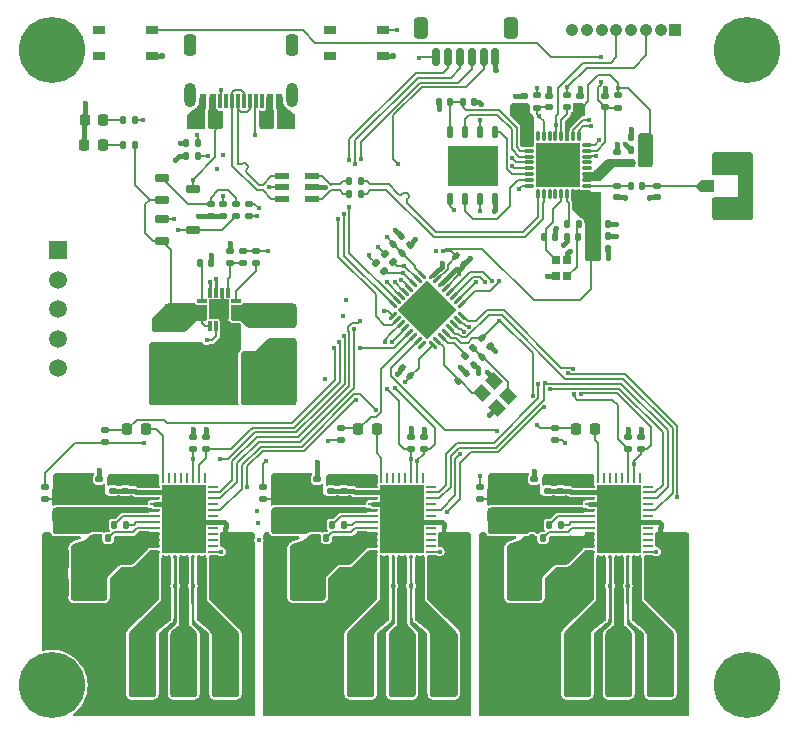
<source format=gbr>
%TF.GenerationSoftware,KiCad,Pcbnew,8.0.3*%
%TF.CreationDate,2024-09-21T15:41:28+02:00*%
%TF.ProjectId,POV_Motor_crtl,504f565f-4d6f-4746-9f72-5f6372746c2e,rev?*%
%TF.SameCoordinates,Original*%
%TF.FileFunction,Copper,L1,Top*%
%TF.FilePolarity,Positive*%
%FSLAX46Y46*%
G04 Gerber Fmt 4.6, Leading zero omitted, Abs format (unit mm)*
G04 Created by KiCad (PCBNEW 8.0.3) date 2024-09-21 15:41:28*
%MOMM*%
%LPD*%
G01*
G04 APERTURE LIST*
G04 Aperture macros list*
%AMRoundRect*
0 Rectangle with rounded corners*
0 $1 Rounding radius*
0 $2 $3 $4 $5 $6 $7 $8 $9 X,Y pos of 4 corners*
0 Add a 4 corners polygon primitive as box body*
4,1,4,$2,$3,$4,$5,$6,$7,$8,$9,$2,$3,0*
0 Add four circle primitives for the rounded corners*
1,1,$1+$1,$2,$3*
1,1,$1+$1,$4,$5*
1,1,$1+$1,$6,$7*
1,1,$1+$1,$8,$9*
0 Add four rect primitives between the rounded corners*
20,1,$1+$1,$2,$3,$4,$5,0*
20,1,$1+$1,$4,$5,$6,$7,0*
20,1,$1+$1,$6,$7,$8,$9,0*
20,1,$1+$1,$8,$9,$2,$3,0*%
%AMRotRect*
0 Rectangle, with rotation*
0 The origin of the aperture is its center*
0 $1 length*
0 $2 width*
0 $3 Rotation angle, in degrees counterclockwise*
0 Add horizontal line*
21,1,$1,$2,0,0,$3*%
G04 Aperture macros list end*
%TA.AperFunction,EtchedComponent*%
%ADD10C,0.000000*%
%TD*%
%TA.AperFunction,SMDPad,CuDef*%
%ADD11R,0.700000X0.750000*%
%TD*%
%TA.AperFunction,SMDPad,CuDef*%
%ADD12RoundRect,0.140000X0.140000X0.170000X-0.140000X0.170000X-0.140000X-0.170000X0.140000X-0.170000X0*%
%TD*%
%TA.AperFunction,SMDPad,CuDef*%
%ADD13RoundRect,0.250000X0.325000X0.650000X-0.325000X0.650000X-0.325000X-0.650000X0.325000X-0.650000X0*%
%TD*%
%TA.AperFunction,SMDPad,CuDef*%
%ADD14RoundRect,0.135000X0.185000X-0.135000X0.185000X0.135000X-0.185000X0.135000X-0.185000X-0.135000X0*%
%TD*%
%TA.AperFunction,ComponentPad*%
%ADD15C,5.600000*%
%TD*%
%TA.AperFunction,SMDPad,CuDef*%
%ADD16RoundRect,0.055000X0.165000X-0.465000X0.165000X0.465000X-0.165000X0.465000X-0.165000X-0.465000X0*%
%TD*%
%TA.AperFunction,SMDPad,CuDef*%
%ADD17R,4.300000X3.400000*%
%TD*%
%TA.AperFunction,SMDPad,CuDef*%
%ADD18RoundRect,0.135000X0.135000X0.185000X-0.135000X0.185000X-0.135000X-0.185000X0.135000X-0.185000X0*%
%TD*%
%TA.AperFunction,SMDPad,CuDef*%
%ADD19RoundRect,0.140000X-0.170000X0.140000X-0.170000X-0.140000X0.170000X-0.140000X0.170000X0.140000X0*%
%TD*%
%TA.AperFunction,SMDPad,CuDef*%
%ADD20RoundRect,0.135000X-0.185000X0.135000X-0.185000X-0.135000X0.185000X-0.135000X0.185000X0.135000X0*%
%TD*%
%TA.AperFunction,SMDPad,CuDef*%
%ADD21RoundRect,0.250000X1.075000X-0.375000X1.075000X0.375000X-1.075000X0.375000X-1.075000X-0.375000X0*%
%TD*%
%TA.AperFunction,SMDPad,CuDef*%
%ADD22RoundRect,0.140000X0.170000X-0.140000X0.170000X0.140000X-0.170000X0.140000X-0.170000X-0.140000X0*%
%TD*%
%TA.AperFunction,SMDPad,CuDef*%
%ADD23RoundRect,0.031250X0.348250X-0.215668X-0.215668X0.348250X-0.348250X0.215668X0.215668X-0.348250X0*%
%TD*%
%TA.AperFunction,SMDPad,CuDef*%
%ADD24RoundRect,0.031250X0.348250X0.215668X0.215668X0.348250X-0.348250X-0.215668X-0.215668X-0.348250X0*%
%TD*%
%TA.AperFunction,SMDPad,CuDef*%
%ADD25RotRect,3.500000X3.500000X135.000000*%
%TD*%
%TA.AperFunction,SMDPad,CuDef*%
%ADD26RoundRect,0.162500X-0.447500X-0.162500X0.447500X-0.162500X0.447500X0.162500X-0.447500X0.162500X0*%
%TD*%
%TA.AperFunction,ComponentPad*%
%ADD27R,1.905000X1.905000*%
%TD*%
%TA.AperFunction,ComponentPad*%
%ADD28C,1.905000*%
%TD*%
%TA.AperFunction,SMDPad,CuDef*%
%ADD29RoundRect,0.300000X0.300000X0.600000X-0.300000X0.600000X-0.300000X-0.600000X0.300000X-0.600000X0*%
%TD*%
%TA.AperFunction,SMDPad,CuDef*%
%ADD30RoundRect,0.150000X0.150000X0.625000X-0.150000X0.625000X-0.150000X-0.625000X0.150000X-0.625000X0*%
%TD*%
%TA.AperFunction,SMDPad,CuDef*%
%ADD31RoundRect,0.218750X0.218750X0.256250X-0.218750X0.256250X-0.218750X-0.256250X0.218750X-0.256250X0*%
%TD*%
%TA.AperFunction,SMDPad,CuDef*%
%ADD32RoundRect,0.140000X-0.140000X-0.170000X0.140000X-0.170000X0.140000X0.170000X-0.140000X0.170000X0*%
%TD*%
%TA.AperFunction,SMDPad,CuDef*%
%ADD33RoundRect,0.218750X-0.218750X-0.256250X0.218750X-0.256250X0.218750X0.256250X-0.218750X0.256250X0*%
%TD*%
%TA.AperFunction,SMDPad,CuDef*%
%ADD34RoundRect,0.250000X-0.650000X0.325000X-0.650000X-0.325000X0.650000X-0.325000X0.650000X0.325000X0*%
%TD*%
%TA.AperFunction,SMDPad,CuDef*%
%ADD35RoundRect,0.135000X0.226274X0.035355X0.035355X0.226274X-0.226274X-0.035355X-0.035355X-0.226274X0*%
%TD*%
%TA.AperFunction,ComponentPad*%
%ADD36R,1.058000X1.058000*%
%TD*%
%TA.AperFunction,ComponentPad*%
%ADD37C,1.058000*%
%TD*%
%TA.AperFunction,SMDPad,CuDef*%
%ADD38RotRect,1.150000X1.000000X315.000000*%
%TD*%
%TA.AperFunction,SMDPad,CuDef*%
%ADD39RoundRect,0.140000X-0.219203X-0.021213X-0.021213X-0.219203X0.219203X0.021213X0.021213X0.219203X0*%
%TD*%
%TA.AperFunction,SMDPad,CuDef*%
%ADD40RoundRect,0.032500X0.397500X0.097500X-0.397500X0.097500X-0.397500X-0.097500X0.397500X-0.097500X0*%
%TD*%
%TA.AperFunction,SMDPad,CuDef*%
%ADD41RoundRect,0.032500X0.097500X0.397500X-0.097500X0.397500X-0.097500X-0.397500X0.097500X-0.397500X0*%
%TD*%
%TA.AperFunction,SMDPad,CuDef*%
%ADD42R,1.680000X1.680000*%
%TD*%
%TA.AperFunction,SMDPad,CuDef*%
%ADD43RoundRect,0.140000X0.021213X-0.219203X0.219203X-0.021213X-0.021213X0.219203X-0.219203X0.021213X0*%
%TD*%
%TA.AperFunction,SMDPad,CuDef*%
%ADD44R,0.812800X0.254000*%
%TD*%
%TA.AperFunction,SMDPad,CuDef*%
%ADD45R,0.254000X0.812800*%
%TD*%
%TA.AperFunction,SMDPad,CuDef*%
%ADD46R,3.810000X5.791200*%
%TD*%
%TA.AperFunction,SMDPad,CuDef*%
%ADD47RoundRect,0.135000X-0.135000X-0.185000X0.135000X-0.185000X0.135000X0.185000X-0.135000X0.185000X0*%
%TD*%
%TA.AperFunction,SMDPad,CuDef*%
%ADD48R,2.000000X1.500000*%
%TD*%
%TA.AperFunction,SMDPad,CuDef*%
%ADD49R,0.990600X0.711200*%
%TD*%
%TA.AperFunction,SMDPad,CuDef*%
%ADD50RoundRect,0.147500X-0.147500X-0.172500X0.147500X-0.172500X0.147500X0.172500X-0.147500X0.172500X0*%
%TD*%
%TA.AperFunction,SMDPad,CuDef*%
%ADD51C,0.400000*%
%TD*%
%TA.AperFunction,SMDPad,CuDef*%
%ADD52RoundRect,0.041300X0.563700X0.253700X-0.563700X0.253700X-0.563700X-0.253700X0.563700X-0.253700X0*%
%TD*%
%TA.AperFunction,SMDPad,CuDef*%
%ADD53RoundRect,0.033750X0.371250X0.101250X-0.371250X0.101250X-0.371250X-0.101250X0.371250X-0.101250X0*%
%TD*%
%TA.AperFunction,SMDPad,CuDef*%
%ADD54RoundRect,0.033750X0.101250X0.371250X-0.101250X0.371250X-0.101250X-0.371250X0.101250X-0.371250X0*%
%TD*%
%TA.AperFunction,SMDPad,CuDef*%
%ADD55R,3.700000X3.700000*%
%TD*%
%TA.AperFunction,SMDPad,CuDef*%
%ADD56RoundRect,0.140000X0.219203X0.021213X0.021213X0.219203X-0.219203X-0.021213X-0.021213X-0.219203X0*%
%TD*%
%TA.AperFunction,ComponentPad*%
%ADD57R,1.498600X1.498600*%
%TD*%
%TA.AperFunction,ComponentPad*%
%ADD58C,1.498600*%
%TD*%
%TA.AperFunction,SMDPad,CuDef*%
%ADD59R,1.050000X1.000000*%
%TD*%
%TA.AperFunction,SMDPad,CuDef*%
%ADD60R,2.200000X1.050000*%
%TD*%
%TA.AperFunction,SMDPad,CuDef*%
%ADD61R,0.600000X1.150000*%
%TD*%
%TA.AperFunction,SMDPad,CuDef*%
%ADD62R,0.300000X1.150000*%
%TD*%
%TA.AperFunction,ComponentPad*%
%ADD63O,1.000000X2.100000*%
%TD*%
%TA.AperFunction,ComponentPad*%
%ADD64RoundRect,0.250000X0.250000X0.650000X-0.250000X0.650000X-0.250000X-0.650000X0.250000X-0.650000X0*%
%TD*%
%TA.AperFunction,SMDPad,CuDef*%
%ADD65RoundRect,0.140000X-0.021213X0.219203X-0.219203X0.021213X0.021213X-0.219203X0.219203X-0.021213X0*%
%TD*%
%TA.AperFunction,SMDPad,CuDef*%
%ADD66RoundRect,0.135000X-0.035355X0.226274X-0.226274X0.035355X0.035355X-0.226274X0.226274X-0.035355X0*%
%TD*%
%TA.AperFunction,ViaPad*%
%ADD67C,0.400000*%
%TD*%
%TA.AperFunction,ViaPad*%
%ADD68C,0.550000*%
%TD*%
%TA.AperFunction,Conductor*%
%ADD69C,0.250000*%
%TD*%
%TA.AperFunction,Conductor*%
%ADD70C,0.400000*%
%TD*%
%TA.AperFunction,Conductor*%
%ADD71C,0.200000*%
%TD*%
G04 APERTURE END LIST*
D10*
%TA.AperFunction,EtchedComponent*%
%TO.C,NT601*%
G36*
X65477999Y-130094000D02*
G01*
X65078001Y-130094000D01*
X65078001Y-129494000D01*
X65477999Y-129494000D01*
X65477999Y-130094000D01*
G37*
%TD.AperFunction*%
%TA.AperFunction,EtchedComponent*%
%TO.C,NT501*%
G36*
X83816799Y-130094000D02*
G01*
X83416801Y-130094000D01*
X83416801Y-129494000D01*
X83816799Y-129494000D01*
X83816799Y-130094000D01*
G37*
%TD.AperFunction*%
%TA.AperFunction,EtchedComponent*%
%TO.C,NT301*%
G36*
X46986799Y-130094000D02*
G01*
X46586801Y-130094000D01*
X46586801Y-129494000D01*
X46986799Y-129494000D01*
X46986799Y-130094000D01*
G37*
%TD.AperFunction*%
%TD*%
D11*
%TO.P,X201,1*%
%TO.N,/MCU/ESP_XTAL_P*%
X75722040Y-108261841D03*
%TO.P,X201,2*%
%TO.N,GND*%
X75722040Y-106911841D03*
%TO.P,X201,3*%
%TO.N,/MCU/ESP_XTAL_N*%
X74722042Y-106911841D03*
%TO.P,X201,4*%
%TO.N,GND*%
X74722042Y-108261841D03*
%TD*%
D12*
%TO.P,C302,1*%
%TO.N,/MCU/BLDC Driver Y/DRV_CP*%
X36844000Y-130424200D03*
%TO.P,C302,2*%
%TO.N,VM*%
X35884000Y-130424200D03*
%TD*%
D13*
%TO.P,C308,1*%
%TO.N,VM*%
X35883200Y-132176800D03*
%TO.P,C308,2*%
%TO.N,GNDPWR*%
X32933200Y-132176800D03*
%TD*%
D14*
%TO.P,R302,1*%
%TO.N,DRVY_BRAKE*%
X44009400Y-122882400D03*
%TO.P,R302,2*%
%TO.N,GND*%
X44009400Y-121862400D03*
%TD*%
%TO.P,R408,1*%
%TO.N,VSYS*%
X47675800Y-103125999D03*
%TO.P,R408,2*%
%TO.N,/Power/RQVSYS*%
X47675800Y-102106001D03*
%TD*%
D15*
%TO.P,REF\u002A\u002A,1*%
%TO.N,N/C*%
X32100000Y-89100000D03*
%TD*%
D16*
%TO.P,U201,1,~{CS}*%
%TO.N,/MCU/ESP_SPI_NCS0*%
X65798640Y-101745040D03*
%TO.P,U201,2,DO(IO1)*%
%TO.N,/MCU/ESP_SPI_DI*%
X67068640Y-101745040D03*
%TO.P,U201,3,~{WP}(IO2)*%
%TO.N,/MCU/ESP_SPI_NWP*%
X68338640Y-101745040D03*
%TO.P,U201,4,GND*%
%TO.N,GND*%
X69608640Y-101745040D03*
%TO.P,U201,5,DI(IO0)*%
%TO.N,/MCU/ESP_SPI_CLK*%
X69608640Y-96055040D03*
%TO.P,U201,6,CLK*%
%TO.N,/MCU/ESP_SPI_DO*%
X68338640Y-96055040D03*
%TO.P,U201,7,~{HOLD}/RESET(IO3)*%
%TO.N,/MCU/ESP_SPI_NHD*%
X67068640Y-96055040D03*
%TO.P,U201,8,VCC*%
%TO.N,/MCU/ESP_VDD_SPI*%
X65798640Y-96055040D03*
D17*
%TO.P,U201,9,EXP*%
%TO.N,unconnected-(U201-EXP-Pad9)*%
X67703640Y-98900040D03*
%TD*%
D18*
%TO.P,R401,1*%
%TO.N,+3V3*%
X39117999Y-94997200D03*
%TO.P,R401,2*%
%TO.N,/Power/D401_R401*%
X38098001Y-94997200D03*
%TD*%
D14*
%TO.P,R503,1*%
%TO.N,DRVP_DIR*%
X81931400Y-122882399D03*
%TO.P,R503,2*%
%TO.N,GND*%
X81931400Y-121862401D03*
%TD*%
D19*
%TO.P,C503,1*%
%TO.N,VM*%
X75124200Y-132204800D03*
%TO.P,C503,2*%
%TO.N,GNDPWR*%
X75124200Y-133164800D03*
%TD*%
D20*
%TO.P,R406,1*%
%TO.N,/Power/RQVSYS*%
X45542200Y-102108001D03*
%TO.P,R406,2*%
%TO.N,GND*%
X45542200Y-103127999D03*
%TD*%
D21*
%TO.P,L601,1,1*%
%TO.N,/MCU/BLDC Driver R/DRV_SW_BK*%
X52176800Y-129233400D03*
%TO.P,L601,2,2*%
%TO.N,+3V3_BUCK*%
X52176800Y-126433400D03*
%TD*%
D22*
%TO.P,C206,1*%
%TO.N,+3V3*%
X72072441Y-93944440D03*
%TO.P,C206,2*%
%TO.N,GND*%
X72072441Y-92984440D03*
%TD*%
D23*
%TO.P,U204,1,VDD*%
%TO.N,+3V3*%
X64365368Y-114084242D03*
%TO.P,U204,2,PF0-OSC_IN*%
%TO.N,/MCU/STM_OSC_IN*%
X64718922Y-113730688D03*
%TO.P,U204,3,PF1-OSC_OUT*%
%TO.N,/MCU/STM_OSC_OUT_R*%
X65072475Y-113377135D03*
%TO.P,U204,4,PG10-NRST*%
%TO.N,DRVR_DRVOFF{slash}NRST*%
X65426028Y-113023582D03*
%TO.P,U204,5,PA0*%
%TO.N,DRVP_SPEED*%
X65779582Y-112670028D03*
%TO.P,U204,6,PA1*%
%TO.N,DRVR_SPEED*%
X66133135Y-112316475D03*
%TO.P,U204,7,PA2*%
%TO.N,DRVY_SPEED*%
X66486688Y-111962922D03*
%TO.P,U204,8,PA3*%
%TO.N,DRVP_BRAKE*%
X66840242Y-111609368D03*
D24*
%TO.P,U204,9,PA4*%
%TO.N,ESP_FSPI_NSS*%
X66840242Y-110640632D03*
%TO.P,U204,10,PA5*%
%TO.N,ESP_FSPI_CLK*%
X66486688Y-110287078D03*
%TO.P,U204,11,PA6*%
%TO.N,ESP_FSPI_D*%
X66133135Y-109933525D03*
%TO.P,U204,12,PA7*%
%TO.N,ESP_FSPI_Q*%
X65779582Y-109579972D03*
%TO.P,U204,13,PB0*%
%TO.N,DRVP_DIR*%
X65426028Y-109226418D03*
%TO.P,U204,14,VSSA*%
%TO.N,GND*%
X65072475Y-108872865D03*
%TO.P,U204,15,VDDA*%
%TO.N,+3V3*%
X64718922Y-108519312D03*
%TO.P,U204,16,VSS*%
%TO.N,GND*%
X64365368Y-108165758D03*
D23*
%TO.P,U204,17,VDD*%
%TO.N,+3V3*%
X63396632Y-108165758D03*
%TO.P,U204,18,PA8*%
%TO.N,STM_I2C_SDA*%
X63043078Y-108519312D03*
%TO.P,U204,19,PA9*%
%TO.N,STM_I2C_SCL*%
X62689525Y-108872865D03*
%TO.P,U204,20,PA10*%
%TO.N,DRVP_DRVOFF*%
X62335972Y-109226418D03*
%TO.P,U204,21,PA11*%
%TO.N,DRVY_DIR*%
X61982418Y-109579972D03*
%TO.P,U204,22,PA12*%
%TO.N,DRVY_BRAKE*%
X61628865Y-109933525D03*
%TO.P,U204,23,PA13*%
%TO.N,STM_SWDIO*%
X61275312Y-110287078D03*
%TO.P,U204,24,PA14*%
%TO.N,STM_SWCLK*%
X60921758Y-110640632D03*
D24*
%TO.P,U204,25,PA15*%
%TO.N,DRVY_DRVOFF*%
X60921758Y-111609368D03*
%TO.P,U204,26,PB3*%
%TO.N,STM_SWO*%
X61275312Y-111962922D03*
%TO.P,U204,27,PB4*%
%TO.N,DRVR_BRAKE*%
X61628865Y-112316475D03*
%TO.P,U204,28,PB5*%
%TO.N,DRVR_DIR*%
X61982418Y-112670028D03*
%TO.P,U204,29,PB6*%
%TO.N,DRVY_ALARM*%
X62335972Y-113023582D03*
%TO.P,U204,30,PB7*%
%TO.N,DRVR_ALARM*%
X62689525Y-113377135D03*
%TO.P,U204,31,PB8-BOOT0*%
%TO.N,DRVP_ALARM*%
X63043078Y-113730688D03*
%TO.P,U204,32,VSS*%
%TO.N,GND*%
X63396632Y-114084242D03*
D25*
%TO.P,U204,33,EXP*%
%TO.N,unconnected-(U204-EXP-Pad33)*%
X63881000Y-111125000D03*
%TD*%
D26*
%TO.P,Q401,1,G*%
%TO.N,/Power/RQVSYS*%
X41412801Y-99913400D03*
%TO.P,Q401,2,S*%
%TO.N,VIN*%
X41412801Y-101813400D03*
%TO.P,Q401,3,D*%
%TO.N,VBUS*%
X44032800Y-100863400D03*
%TD*%
D19*
%TO.P,C605,1*%
%TO.N,/MCU/BLDC Driver R/DRV_DVDD*%
X56774200Y-125451000D03*
%TO.P,C605,2*%
%TO.N,GND*%
X56774200Y-126411000D03*
%TD*%
D12*
%TO.P,C301,1*%
%TO.N,/MCU/BLDC Driver Y/DRV_CPH*%
X38317200Y-129306600D03*
%TO.P,C301,2*%
%TO.N,/MCU/BLDC Driver Y/DRV_CPL*%
X37357200Y-129306600D03*
%TD*%
D22*
%TO.P,C207,1*%
%TO.N,+3V3*%
X76784200Y-93926600D03*
%TO.P,C207,2*%
%TO.N,GND*%
X76784200Y-92966600D03*
%TD*%
D27*
%TO.P,M501,1,C*%
%TO.N,/MCU/BLDC Driver P/DRV_OUTC*%
X83577200Y-142743200D03*
D28*
%TO.P,M501,2,B*%
%TO.N,/MCU/BLDC Driver P/DRV_OUTB*%
X80077200Y-142743200D03*
%TO.P,M501,3,A*%
%TO.N,/MCU/BLDC Driver P/DRV_OUTA*%
X76577200Y-142743200D03*
%TD*%
D29*
%TO.P,J203,*%
%TO.N,*%
X70940200Y-87208000D03*
X63340200Y-87208000D03*
D30*
%TO.P,J203,1,Pin_1*%
%TO.N,+3V3*%
X64640199Y-89733000D03*
%TO.P,J203,2,Pin_2*%
%TO.N,STM_SWDIO*%
X65640200Y-89733000D03*
%TO.P,J203,3,Pin_3*%
%TO.N,STM_SWCLK*%
X66640200Y-89733000D03*
%TO.P,J203,4,Pin_4*%
%TO.N,STM_SWO*%
X67640200Y-89733000D03*
%TO.P,J203,5,Pin_5*%
%TO.N,DRVR_DRVOFF{slash}NRST*%
X68640200Y-89732999D03*
%TO.P,J203,6,Pin_6*%
%TO.N,GND*%
X69640200Y-89733000D03*
%TD*%
D14*
%TO.P,R409,1*%
%TO.N,VBUS*%
X48742601Y-103125999D03*
%TO.P,R409,2*%
%TO.N,/Power/RQVBUS*%
X48742601Y-102106001D03*
%TD*%
D19*
%TO.P,C211,1*%
%TO.N,/MCU/ESP_LNA_IN*%
X79921040Y-100629840D03*
%TO.P,C211,2*%
%TO.N,GND*%
X79921040Y-101589840D03*
%TD*%
D22*
%TO.P,C607,1*%
%TO.N,+3V3_BUCK*%
X54539000Y-126408400D03*
%TO.P,C607,2*%
%TO.N,GND*%
X54539000Y-125448400D03*
%TD*%
D27*
%TO.P,M601,1,C*%
%TO.N,/MCU/BLDC Driver R/DRV_OUTC*%
X65227201Y-142743200D03*
D28*
%TO.P,M601,2,B*%
%TO.N,/MCU/BLDC Driver R/DRV_OUTB*%
X61727200Y-142743200D03*
%TO.P,M601,3,A*%
%TO.N,/MCU/BLDC Driver R/DRV_OUTA*%
X58227200Y-142743200D03*
%TD*%
D31*
%TO.P,D301,1,K*%
%TO.N,/MCU/BLDC Driver Y/DRV_FLED*%
X40055901Y-121183400D03*
%TO.P,D301,2,A*%
%TO.N,DRVY_ALARM*%
X38480899Y-121183400D03*
%TD*%
D32*
%TO.P,C202,1*%
%TO.N,/MCU/ESP_VDD_SPI*%
X66852800Y-93522800D03*
%TO.P,C202,2*%
%TO.N,GND*%
X67812800Y-93522800D03*
%TD*%
D33*
%TO.P,D401,1,K*%
%TO.N,GND*%
X34848699Y-94996000D03*
%TO.P,D401,2,A*%
%TO.N,/Power/D401_R401*%
X36423701Y-94996000D03*
%TD*%
D32*
%TO.P,C204,1*%
%TO.N,+3V3*%
X78221840Y-103827639D03*
%TO.P,C204,2*%
%TO.N,GND*%
X79181840Y-103827639D03*
%TD*%
D19*
%TO.P,C606,1*%
%TO.N,/MCU/BLDC Driver R/DRV_DVDD*%
X55707400Y-125448400D03*
%TO.P,C606,2*%
%TO.N,GND*%
X55707400Y-126408400D03*
%TD*%
D14*
%TO.P,R304,1*%
%TO.N,+3V3*%
X36550600Y-122328399D03*
%TO.P,R304,2*%
%TO.N,DRVY_ALARM*%
X36550600Y-121308401D03*
%TD*%
D34*
%TO.P,C401,1*%
%TO.N,VIN*%
X41579800Y-112342399D03*
%TO.P,C401,2*%
%TO.N,GND*%
X41579800Y-115292401D03*
%TD*%
D35*
%TO.P,R203,1*%
%TO.N,STM_I2C_SDA*%
X60975166Y-107081282D03*
%TO.P,R203,2*%
%TO.N,+3V3*%
X60253918Y-106360034D03*
%TD*%
D22*
%TO.P,C215,1*%
%TO.N,/MCU/ESP_CHIP_EN*%
X78930440Y-93944440D03*
%TO.P,C215,2*%
%TO.N,GND*%
X78930440Y-92984440D03*
%TD*%
D14*
%TO.P,R603,1*%
%TO.N,DRVR_DIR*%
X63581400Y-122882400D03*
%TO.P,R603,2*%
%TO.N,GND*%
X63581400Y-121862400D03*
%TD*%
D13*
%TO.P,C304,1*%
%TO.N,VM*%
X35883200Y-134564400D03*
%TO.P,C304,2*%
%TO.N,GNDPWR*%
X32933200Y-134564400D03*
%TD*%
D19*
%TO.P,C212,1*%
%TO.N,/MCU/ESP_ANT_RF*%
X83299240Y-100629840D03*
%TO.P,C212,2*%
%TO.N,GND*%
X83299240Y-101589840D03*
%TD*%
D20*
%TO.P,R404,1*%
%TO.N,+3V3*%
X48260000Y-106142601D03*
%TO.P,R404,2*%
%TO.N,/Power/PWR_FB*%
X48260000Y-107162599D03*
%TD*%
D12*
%TO.P,C213,1*%
%TO.N,/MCU/ESP_XTAL_P*%
X76667241Y-104919840D03*
%TO.P,C213,2*%
%TO.N,GND*%
X75707241Y-104919840D03*
%TD*%
D14*
%TO.P,R301,1*%
%TO.N,+3V3_BUCK*%
X31461800Y-127124200D03*
%TO.P,R301,2*%
%TO.N,+3V3*%
X31461800Y-126104200D03*
%TD*%
D20*
%TO.P,R402,1*%
%TO.N,+3V3*%
X49352200Y-106144601D03*
%TO.P,R402,2*%
%TO.N,/Power/PWR_PG*%
X49352200Y-107164599D03*
%TD*%
D36*
%TO.P,J202,1,Pin_1*%
%TO.N,+3V3*%
X84867600Y-87383200D03*
D37*
%TO.P,J202,2,Pin_2*%
%TO.N,GND*%
X83617600Y-87383200D03*
%TO.P,J202,3,Pin_3*%
%TO.N,ESP_FSPI_CLK*%
X82367600Y-87383200D03*
%TO.P,J202,4,Pin_4*%
%TO.N,ESP_FSPI_Q*%
X81117600Y-87383200D03*
%TO.P,J202,5,Pin_5*%
%TO.N,ESP_FSPI_D*%
X79867600Y-87383200D03*
%TO.P,J202,6,Pin_6*%
%TO.N,ESP_IMU_NCS*%
X78617600Y-87383200D03*
%TO.P,J202,7,Pin_7*%
%TO.N,ESP_INTER_ACC*%
X77367600Y-87383200D03*
%TO.P,J202,8,Pin_8*%
%TO.N,ESP_INTER_GYR{slash}BOOT*%
X76117600Y-87383200D03*
%TD*%
D38*
%TO.P,X202,1*%
%TO.N,/MCU/STM_OSC_IN*%
X68514671Y-118149540D03*
%TO.P,X202,2*%
%TO.N,GND*%
X69752108Y-119386977D03*
%TO.P,X202,3*%
%TO.N,/MCU/STM_OSC_OUT*%
X70742057Y-118397028D03*
%TO.P,X202,4*%
%TO.N,GND*%
X69504620Y-117159591D03*
%TD*%
D39*
%TO.P,C223,1*%
%TO.N,DRVR_DRVOFF{slash}NRST*%
X68480730Y-113497626D03*
%TO.P,C223,2*%
%TO.N,GND*%
X69159552Y-114176448D03*
%TD*%
D12*
%TO.P,C602,1*%
%TO.N,/MCU/BLDC Driver R/DRV_CP*%
X55323800Y-130424200D03*
%TO.P,C602,2*%
%TO.N,VM*%
X54363800Y-130424200D03*
%TD*%
D14*
%TO.P,R504,1*%
%TO.N,+3V3*%
X74701400Y-122099799D03*
%TO.P,R504,2*%
%TO.N,DRVP_ALARM*%
X74701400Y-121079801D03*
%TD*%
D13*
%TO.P,C604,1*%
%TO.N,VM*%
X54363000Y-134564400D03*
%TO.P,C604,2*%
%TO.N,GNDPWR*%
X51413000Y-134564400D03*
%TD*%
D19*
%TO.P,C506,1*%
%TO.N,/MCU/BLDC Driver P/DRV_DVDD*%
X75124200Y-125451000D03*
%TO.P,C506,2*%
%TO.N,GND*%
X75124200Y-126411000D03*
%TD*%
D40*
%TO.P,U401,1,SW_1*%
%TO.N,/Power/PWR_SW*%
X47663000Y-111824200D03*
%TO.P,U401,2,SW_2*%
X47663000Y-111324200D03*
%TO.P,U401,3,SW_3*%
X47663000Y-110824200D03*
%TO.P,U401,4,PG*%
%TO.N,/Power/PWR_PG*%
X47663000Y-110324200D03*
D41*
%TO.P,U401,5,FB*%
%TO.N,/Power/PWR_FB*%
X46978000Y-109639200D03*
%TO.P,U401,6,AGND*%
%TO.N,GND*%
X46478000Y-109639200D03*
%TO.P,U401,7,FSW*%
X45978000Y-109639200D03*
%TO.P,U401,8,DEF*%
X45478000Y-109639200D03*
D40*
%TO.P,U401,9,SS/TR*%
%TO.N,/Power/PWR_SS*%
X44793000Y-110324200D03*
%TO.P,U401,10,AVIN*%
%TO.N,VIN*%
X44793000Y-110824200D03*
%TO.P,U401,11,PVIN_11*%
X44793000Y-111324200D03*
%TO.P,U401,12,PVIN_12*%
X44793000Y-111824200D03*
D41*
%TO.P,U401,13,EN*%
X45478000Y-112509200D03*
%TO.P,U401,14,VOS*%
%TO.N,+3V3*%
X45978000Y-112509200D03*
%TO.P,U401,15,PGND_15*%
%TO.N,GND*%
X46478000Y-112509200D03*
%TO.P,U401,16,PGND_16*%
X46978000Y-112509200D03*
D42*
%TO.P,U401,17,EXP*%
X46228000Y-111074200D03*
%TD*%
D12*
%TO.P,C201,1*%
%TO.N,/MCU/ESP_VDD_SPI*%
X65806200Y-93522800D03*
%TO.P,C201,2*%
%TO.N,GND*%
X64846200Y-93522800D03*
%TD*%
D43*
%TO.P,C219,1*%
%TO.N,+3V3*%
X61727577Y-106273823D03*
%TO.P,C219,2*%
%TO.N,GND*%
X62406399Y-105595001D03*
%TD*%
D13*
%TO.P,C404,1*%
%TO.N,+3V3*%
X48846001Y-118059200D03*
%TO.P,C404,2*%
%TO.N,GND*%
X45895999Y-118059200D03*
%TD*%
D14*
%TO.P,R601,1*%
%TO.N,+3V3_BUCK*%
X49941600Y-127124200D03*
%TO.P,R601,2*%
%TO.N,+3V3*%
X49941600Y-126104200D03*
%TD*%
%TO.P,R303,1*%
%TO.N,DRVY_DIR*%
X45101600Y-122882400D03*
%TO.P,R303,2*%
%TO.N,GND*%
X45101600Y-121862400D03*
%TD*%
D27*
%TO.P,M301,1,C*%
%TO.N,/MCU/BLDC Driver Y/DRV_OUTC*%
X46747401Y-142743200D03*
D28*
%TO.P,M301,2,B*%
%TO.N,/MCU/BLDC Driver Y/DRV_OUTB*%
X43247400Y-142743200D03*
%TO.P,M301,3,A*%
%TO.N,/MCU/BLDC Driver Y/DRV_OUTA*%
X39747400Y-142743200D03*
%TD*%
D32*
%TO.P,C214,1*%
%TO.N,/MCU/ESP_XTAL_N*%
X73751439Y-104919840D03*
%TO.P,C214,2*%
%TO.N,GND*%
X74711439Y-104919840D03*
%TD*%
D44*
%TO.P,U601,1,DVDD*%
%TO.N,/MCU/BLDC Driver R/DRV_DVDD*%
X59288800Y-126065814D03*
%TO.P,U601,2,DGND*%
%TO.N,GND*%
X59288800Y-126565940D03*
%TO.P,U601,3,FB_BK*%
%TO.N,+3V3_BUCK*%
X59288800Y-127066066D03*
%TO.P,U601,4,GND_BK*%
%TO.N,GND*%
X59288800Y-127566192D03*
%TO.P,U601,5,SW_BK*%
%TO.N,/MCU/BLDC Driver R/DRV_SW_BK*%
X59288800Y-128066318D03*
%TO.P,U601,6,CPL*%
%TO.N,/MCU/BLDC Driver R/DRV_CPL*%
X59288800Y-128566444D03*
%TO.P,U601,7,CPH*%
%TO.N,/MCU/BLDC Driver R/DRV_CPH*%
X59288800Y-129066570D03*
%TO.P,U601,8,CP*%
%TO.N,/MCU/BLDC Driver R/DRV_CP*%
X59288800Y-129566696D03*
%TO.P,U601,9,VM*%
%TO.N,VM*%
X59288800Y-130066822D03*
%TO.P,U601,10,VM*%
X59288800Y-130566948D03*
%TO.P,U601,11,VM*%
X59288800Y-131067074D03*
%TO.P,U601,12,PGND*%
%TO.N,GNDPWR*%
X59288800Y-131567200D03*
D45*
%TO.P,U601,13,OUT_A*%
%TO.N,/MCU/BLDC Driver R/DRV_OUTA*%
X59989459Y-132270907D03*
%TO.P,U601,14,OUT_A*%
X60489585Y-132270907D03*
%TO.P,U601,15,PGND*%
%TO.N,GNDPWR*%
X60989711Y-132270907D03*
%TO.P,U601,16,OUT_B*%
%TO.N,/MCU/BLDC Driver R/DRV_OUTB*%
X61489837Y-132270907D03*
%TO.P,U601,17,OUT_B*%
X61989963Y-132270907D03*
%TO.P,U601,18,PGND*%
%TO.N,GNDPWR*%
X62490089Y-132270907D03*
%TO.P,U601,19,OUT_C*%
%TO.N,/MCU/BLDC Driver R/DRV_OUTC*%
X62990215Y-132270907D03*
%TO.P,U601,20,OUT_C*%
X63490341Y-132270907D03*
D44*
%TO.P,U601,21,DRVOFF*%
%TO.N,DRVR_DRVOFF{slash}NRST*%
X64191000Y-131567200D03*
%TO.P,U601,22,NC*%
%TO.N,unconnected-(U601A-NC-Pad22)*%
X64191000Y-131067074D03*
%TO.P,U601,23,NC*%
%TO.N,unconnected-(U601A-NC-Pad23)*%
X64191000Y-130566948D03*
%TO.P,U601,24,NC*%
%TO.N,unconnected-(U601A-NC-Pad24)*%
X64191000Y-130066822D03*
%TO.P,U601,25,NC*%
%TO.N,unconnected-(U601A-NC-Pad25)*%
X64191000Y-129566696D03*
%TO.P,U601,26,AGND*%
%TO.N,GND*%
X64191000Y-129066570D03*
%TO.P,U601,27,AVDD*%
%TO.N,unconnected-(U601A-AVDD-Pad27)*%
X64191000Y-128566444D03*
%TO.P,U601,28,SPEED/_WAKE*%
%TO.N,DRVR_SPEED*%
X64191000Y-128066318D03*
%TO.P,U601,29,FG*%
%TO.N,unconnected-(U601A-FG-Pad29)*%
X64191000Y-127566192D03*
%TO.P,U601,30,SDA*%
%TO.N,STM_I2C_SDA*%
X64191000Y-127066066D03*
%TO.P,U601,31,SCL*%
%TO.N,STM_I2C_SCL*%
X64191000Y-126565940D03*
%TO.P,U601,32,EXT_WD*%
%TO.N,unconnected-(U601A-EXT_WD-Pad32)*%
X64191000Y-126065814D03*
D45*
%TO.P,U601,33,EXT_CLK*%
%TO.N,unconnected-(U601A-EXT_CLK-Pad33)*%
X63490341Y-125362107D03*
%TO.P,U601,34,DIR*%
%TO.N,DRVR_DIR*%
X62990215Y-125362107D03*
%TO.P,U601,35,BRAKE*%
%TO.N,DRVR_BRAKE*%
X62490089Y-125362107D03*
%TO.P,U601,36,DACOUT2/SOX*%
%TO.N,unconnected-(U601A-DACOUT2{slash}SOX-Pad36)*%
X61989963Y-125362107D03*
%TO.P,U601,37,DACOUT2*%
%TO.N,unconnected-(U601A-DACOUT2-Pad37)*%
X61489837Y-125362107D03*
%TO.P,U601,38,DACOUT1*%
%TO.N,unconnected-(U601A-DACOUT1-Pad38)*%
X60989711Y-125362107D03*
%TO.P,U601,39,ALARM*%
%TO.N,unconnected-(U601A-ALARM-Pad39)*%
X60489585Y-125362107D03*
%TO.P,U601,40,~{FAULT}*%
%TO.N,/MCU/BLDC Driver R/DRV_FLED*%
X59989459Y-125362107D03*
D46*
%TO.P,U601,41,EXP*%
%TO.N,GND*%
X61739900Y-128816507D03*
%TD*%
D47*
%TO.P,R209,1*%
%TO.N,GND*%
X43457400Y-96951800D03*
%TO.P,R209,2*%
%TO.N,/MCU/CC1*%
X44477400Y-96951800D03*
%TD*%
D19*
%TO.P,C303,1*%
%TO.N,VM*%
X38294400Y-132204800D03*
%TO.P,C303,2*%
%TO.N,GNDPWR*%
X38294400Y-133164800D03*
%TD*%
D44*
%TO.P,U501,1,DVDD*%
%TO.N,/MCU/BLDC Driver P/DRV_DVDD*%
X77638800Y-126065814D03*
%TO.P,U501,2,DGND*%
%TO.N,GND*%
X77638800Y-126565940D03*
%TO.P,U501,3,FB_BK*%
%TO.N,+3V3_BUCK*%
X77638800Y-127066066D03*
%TO.P,U501,4,GND_BK*%
%TO.N,GND*%
X77638800Y-127566192D03*
%TO.P,U501,5,SW_BK*%
%TO.N,/MCU/BLDC Driver P/DRV_SW_BK*%
X77638800Y-128066318D03*
%TO.P,U501,6,CPL*%
%TO.N,/MCU/BLDC Driver P/DRV_CPL*%
X77638800Y-128566444D03*
%TO.P,U501,7,CPH*%
%TO.N,/MCU/BLDC Driver P/DRV_CPH*%
X77638800Y-129066570D03*
%TO.P,U501,8,CP*%
%TO.N,/MCU/BLDC Driver P/DRV_CP*%
X77638800Y-129566696D03*
%TO.P,U501,9,VM*%
%TO.N,VM*%
X77638800Y-130066822D03*
%TO.P,U501,10,VM*%
X77638800Y-130566948D03*
%TO.P,U501,11,VM*%
X77638800Y-131067074D03*
%TO.P,U501,12,PGND*%
%TO.N,GNDPWR*%
X77638800Y-131567200D03*
D45*
%TO.P,U501,13,OUT_A*%
%TO.N,/MCU/BLDC Driver P/DRV_OUTA*%
X78339459Y-132270907D03*
%TO.P,U501,14,OUT_A*%
X78839585Y-132270907D03*
%TO.P,U501,15,PGND*%
%TO.N,GNDPWR*%
X79339711Y-132270907D03*
%TO.P,U501,16,OUT_B*%
%TO.N,/MCU/BLDC Driver P/DRV_OUTB*%
X79839837Y-132270907D03*
%TO.P,U501,17,OUT_B*%
X80339963Y-132270907D03*
%TO.P,U501,18,PGND*%
%TO.N,GNDPWR*%
X80840089Y-132270907D03*
%TO.P,U501,19,OUT_C*%
%TO.N,/MCU/BLDC Driver P/DRV_OUTC*%
X81340215Y-132270907D03*
%TO.P,U501,20,OUT_C*%
X81840341Y-132270907D03*
D44*
%TO.P,U501,21,DRVOFF*%
%TO.N,DRVP_DRVOFF*%
X82541000Y-131567200D03*
%TO.P,U501,22,NC*%
%TO.N,unconnected-(U501A-NC-Pad22)*%
X82541000Y-131067074D03*
%TO.P,U501,23,NC*%
%TO.N,unconnected-(U501A-NC-Pad23)*%
X82541000Y-130566948D03*
%TO.P,U501,24,NC*%
%TO.N,unconnected-(U501A-NC-Pad24)*%
X82541000Y-130066822D03*
%TO.P,U501,25,NC*%
%TO.N,unconnected-(U501A-NC-Pad25)*%
X82541000Y-129566696D03*
%TO.P,U501,26,AGND*%
%TO.N,GND*%
X82541000Y-129066570D03*
%TO.P,U501,27,AVDD*%
%TO.N,unconnected-(U501A-AVDD-Pad27)*%
X82541000Y-128566444D03*
%TO.P,U501,28,SPEED/_WAKE*%
%TO.N,DRVP_SPEED*%
X82541000Y-128066318D03*
%TO.P,U501,29,FG*%
%TO.N,unconnected-(U501A-FG-Pad29)*%
X82541000Y-127566192D03*
%TO.P,U501,30,SDA*%
%TO.N,STM_I2C_SDA*%
X82541000Y-127066066D03*
%TO.P,U501,31,SCL*%
%TO.N,STM_I2C_SCL*%
X82541000Y-126565940D03*
%TO.P,U501,32,EXT_WD*%
%TO.N,unconnected-(U501A-EXT_WD-Pad32)*%
X82541000Y-126065814D03*
D45*
%TO.P,U501,33,EXT_CLK*%
%TO.N,unconnected-(U501A-EXT_CLK-Pad33)*%
X81840341Y-125362107D03*
%TO.P,U501,34,DIR*%
%TO.N,DRVP_DIR*%
X81340215Y-125362107D03*
%TO.P,U501,35,BRAKE*%
%TO.N,DRVP_BRAKE*%
X80840089Y-125362107D03*
%TO.P,U501,36,DACOUT2/SOX*%
%TO.N,unconnected-(U501A-DACOUT2{slash}SOX-Pad36)*%
X80339963Y-125362107D03*
%TO.P,U501,37,DACOUT2*%
%TO.N,unconnected-(U501A-DACOUT2-Pad37)*%
X79839837Y-125362107D03*
%TO.P,U501,38,DACOUT1*%
%TO.N,unconnected-(U501A-DACOUT1-Pad38)*%
X79339711Y-125362107D03*
%TO.P,U501,39,ALARM*%
%TO.N,unconnected-(U501A-ALARM-Pad39)*%
X78839585Y-125362107D03*
%TO.P,U501,40,~{FAULT}*%
%TO.N,/MCU/BLDC Driver P/DRV_FLED*%
X78339459Y-125362107D03*
D46*
%TO.P,U501,41,EXP*%
%TO.N,GND*%
X80089900Y-128816507D03*
%TD*%
D22*
%TO.P,C216,1*%
%TO.N,ESP_INTER_GYR{slash}BOOT*%
X74206041Y-93944440D03*
%TO.P,C216,2*%
%TO.N,GND*%
X74206041Y-92984440D03*
%TD*%
D48*
%TO.P,L401,1,1*%
%TO.N,/Power/PWR_SW*%
X51612800Y-111526800D03*
%TO.P,L401,2,2*%
%TO.N,+3V3*%
X51612800Y-114226800D03*
%TD*%
D12*
%TO.P,C210,1*%
%TO.N,+3V3*%
X82077440Y-96512439D03*
%TO.P,C210,2*%
%TO.N,GND*%
X81117440Y-96512439D03*
%TD*%
D39*
%TO.P,C218,1*%
%TO.N,+3V3*%
X66325468Y-106564868D03*
%TO.P,C218,2*%
%TO.N,GND*%
X67004290Y-107243690D03*
%TD*%
D49*
%TO.P,SW201,1,1*%
%TO.N,GND*%
X40550001Y-89574999D03*
%TO.P,SW201,2,2*%
%TO.N,/MCU/ESP_CHIP_EN*%
X40550001Y-87425001D03*
%TO.P,SW201,3*%
%TO.N,N/C*%
X36049999Y-89574999D03*
%TO.P,SW201,4*%
X36049999Y-87425001D03*
%TD*%
D19*
%TO.P,C603,1*%
%TO.N,VM*%
X56774200Y-132204800D03*
%TO.P,C603,2*%
%TO.N,GNDPWR*%
X56774200Y-133164800D03*
%TD*%
D14*
%TO.P,R210,1*%
%TO.N,ESP_INTER_GYR{slash}BOOT*%
X73139240Y-93974439D03*
%TO.P,R210,2*%
%TO.N,+3V3*%
X73139240Y-92954441D03*
%TD*%
%TO.P,R602,1*%
%TO.N,DRVR_BRAKE*%
X62489200Y-122882400D03*
%TO.P,R602,2*%
%TO.N,GND*%
X62489200Y-121862400D03*
%TD*%
D22*
%TO.P,C508,1*%
%TO.N,+3V3_BUCK*%
X72889000Y-126408400D03*
%TO.P,C508,2*%
%TO.N,GND*%
X72889000Y-125448400D03*
%TD*%
D32*
%TO.P,C203,1*%
%TO.N,+3V3*%
X78221840Y-105961240D03*
%TO.P,C203,2*%
%TO.N,GND*%
X79181840Y-105961240D03*
%TD*%
%TO.P,C205,1*%
%TO.N,+3V3*%
X78221840Y-104894440D03*
%TO.P,C205,2*%
%TO.N,GND*%
X79181840Y-104894440D03*
%TD*%
D14*
%TO.P,R604,1*%
%TO.N,+3V3*%
X56591200Y-122099800D03*
%TO.P,R604,2*%
%TO.N,DRVR_ALARM*%
X56591200Y-121079800D03*
%TD*%
D33*
%TO.P,D402,1,K*%
%TO.N,GND*%
X34841500Y-97155000D03*
%TO.P,D402,2,A*%
%TO.N,/Power/D402_R403*%
X36416502Y-97155000D03*
%TD*%
D18*
%TO.P,R207,1*%
%TO.N,/MCU/ESP_USB_R_D+*%
X58264399Y-101269800D03*
%TO.P,R207,2*%
%TO.N,/MCU/ESP_USB_D+*%
X57244401Y-101269800D03*
%TD*%
D14*
%TO.P,R502,1*%
%TO.N,DRVP_BRAKE*%
X80839200Y-122882399D03*
%TO.P,R502,2*%
%TO.N,GND*%
X80839200Y-121862401D03*
%TD*%
D47*
%TO.P,R208,1*%
%TO.N,GND*%
X43454600Y-98036800D03*
%TO.P,R208,2*%
%TO.N,/MCU/CC2*%
X44474600Y-98036800D03*
%TD*%
D12*
%TO.P,C502,1*%
%TO.N,/MCU/BLDC Driver P/DRV_CP*%
X73673800Y-130424200D03*
%TO.P,C502,2*%
%TO.N,VM*%
X72713800Y-130424200D03*
%TD*%
D15*
%TO.P,REF\u002A\u002A,1*%
%TO.N,N/C*%
X90900000Y-142900000D03*
%TD*%
D32*
%TO.P,C402,1*%
%TO.N,/Power/PWR_SS*%
X44630400Y-107111801D03*
%TO.P,C402,2*%
%TO.N,GND*%
X45590400Y-107111801D03*
%TD*%
D19*
%TO.P,C305,1*%
%TO.N,/MCU/BLDC Driver Y/DRV_DVDD*%
X38294400Y-125451000D03*
%TO.P,C305,2*%
%TO.N,GND*%
X38294400Y-126411000D03*
%TD*%
D50*
%TO.P,L202,1,1*%
%TO.N,/MCU/ESP_LNA_IN*%
X81112441Y-100627240D03*
%TO.P,L202,2,2*%
%TO.N,/MCU/ESP_ANT_RF*%
X82082441Y-100627240D03*
%TD*%
D51*
%TO.P,NT601,1,1*%
%TO.N,GNDPWR*%
X65278000Y-130094000D03*
%TO.P,NT601,2,2*%
%TO.N,GND*%
X65278000Y-129494000D03*
%TD*%
D52*
%TO.P,U203,1*%
%TO.N,/MCU/ESP_USB_D+*%
X54081800Y-101686399D03*
%TO.P,U203,2*%
%TO.N,GND*%
X54081800Y-100736400D03*
%TO.P,U203,3*%
%TO.N,/MCU/ESP_USB_D-*%
X54081800Y-99786401D03*
%TO.P,U203,4*%
%TO.N,/MCU/USB_D-*%
X51571800Y-99786401D03*
%TO.P,U203,5*%
%TO.N,VBUS*%
X51571800Y-100736400D03*
%TO.P,U203,6*%
%TO.N,/MCU/USB_D+*%
X51571800Y-101686399D03*
%TD*%
D31*
%TO.P,D601,1,K*%
%TO.N,/MCU/BLDC Driver R/DRV_FLED*%
X59588501Y-121234200D03*
%TO.P,D601,2,A*%
%TO.N,DRVR_ALARM*%
X58013499Y-121234200D03*
%TD*%
D53*
%TO.P,U202,1,LNA_IN*%
%TO.N,/MCU/ESP_LNA_IN*%
X77418040Y-100624639D03*
%TO.P,U202,2,VDD3P3*%
%TO.N,+3V3_RF*%
X77418040Y-100124640D03*
%TO.P,U202,3,VDD3P3*%
X77418041Y-99624640D03*
%TO.P,U202,4,XTAL_32K_P*%
%TO.N,/MCU/ESP_GPIO0*%
X77418040Y-99124640D03*
%TO.P,U202,5,XTAL_32K_N*%
%TO.N,/MCU/ESP_GPIO1*%
X77418040Y-98624640D03*
%TO.P,U202,6,GPIO2*%
%TO.N,ESP_FSPI_Q*%
X77418041Y-98124640D03*
%TO.P,U202,7,CHIP_EN*%
%TO.N,/MCU/ESP_CHIP_EN*%
X77418040Y-97624640D03*
%TO.P,U202,8,GPIO3*%
%TO.N,ESP_FSPI_NSS*%
X77418040Y-97124641D03*
D54*
%TO.P,U202,9,MTMS*%
%TO.N,ESP_IMU_NCS*%
X76718039Y-96424640D03*
%TO.P,U202,10,MTDI*%
%TO.N,ESP_INTER_ACC*%
X76218040Y-96424640D03*
%TO.P,U202,11,VDD3P3_RTC*%
%TO.N,+3V3*%
X75718040Y-96424639D03*
%TO.P,U202,12,MTCK*%
%TO.N,/MCU/ESP_FSPI_CLK_R*%
X75218040Y-96424640D03*
%TO.P,U202,13,MTDO*%
%TO.N,ESP_FSPI_D*%
X74718040Y-96424640D03*
%TO.P,U202,14,GPIO8*%
%TO.N,ESP_GPIO8*%
X74218040Y-96424639D03*
%TO.P,U202,15,GPIO9*%
%TO.N,ESP_INTER_GYR{slash}BOOT*%
X73718040Y-96424640D03*
%TO.P,U202,16,GPIO10*%
%TO.N,ESP_GPIO10*%
X73218041Y-96424640D03*
D53*
%TO.P,U202,17,VDD3P3_CPU*%
%TO.N,+3V3*%
X72518040Y-97124641D03*
%TO.P,U202,18,VDD_SPI*%
%TO.N,/MCU/ESP_VDD_SPI*%
X72518040Y-97624640D03*
%TO.P,U202,19,SPIHD*%
%TO.N,/MCU/ESP_SPI_NHD*%
X72518039Y-98124640D03*
%TO.P,U202,20,SPIWP*%
%TO.N,/MCU/ESP_SPI_NWP*%
X72518040Y-98624640D03*
%TO.P,U202,21,SPICS0*%
%TO.N,/MCU/ESP_SPI_NCS0*%
X72518040Y-99124640D03*
%TO.P,U202,22,SPICLK*%
%TO.N,/MCU/ESP_SPI_CLK*%
X72518039Y-99624640D03*
%TO.P,U202,23,SPID*%
%TO.N,/MCU/ESP_SPI_DI*%
X72518040Y-100124640D03*
%TO.P,U202,24,SPIQ*%
%TO.N,/MCU/ESP_SPI_DO*%
X72518040Y-100624639D03*
D54*
%TO.P,U202,25,GPIO18*%
%TO.N,/MCU/ESP_USB_R_D-*%
X73218041Y-101324640D03*
%TO.P,U202,26,GPIO19*%
%TO.N,/MCU/ESP_USB_R_D+*%
X73718040Y-101324640D03*
%TO.P,U202,27,U0RXD*%
%TO.N,ESP_UART_RX*%
X74218040Y-101324641D03*
%TO.P,U202,28,U0TXD*%
%TO.N,ESP_UART_TX*%
X74718040Y-101324640D03*
%TO.P,U202,29,XTAL_N*%
%TO.N,/MCU/ESP_XTAL_N*%
X75218040Y-101324640D03*
%TO.P,U202,30,XTAL_P*%
%TO.N,/MCU/ESP_XTAL_P_R*%
X75718040Y-101324641D03*
%TO.P,U202,31,VDDA*%
%TO.N,+3V3*%
X76218040Y-101324640D03*
%TO.P,U202,32,VDDA*%
X76718039Y-101324640D03*
D55*
%TO.P,U202,33,GND*%
%TO.N,GND*%
X74968040Y-98874640D03*
%TD*%
D14*
%TO.P,R405,1*%
%TO.N,/Power/PWR_FB*%
X47167800Y-107162599D03*
%TO.P,R405,2*%
%TO.N,GND*%
X47167800Y-106142601D03*
%TD*%
%TO.P,R205,1*%
%TO.N,/MCU/ESP_CHIP_EN*%
X79997240Y-93974439D03*
%TO.P,R205,2*%
%TO.N,+3V3*%
X79997240Y-92954441D03*
%TD*%
D56*
%TO.P,C217,1*%
%TO.N,+3V3*%
X62442320Y-116690920D03*
%TO.P,C217,2*%
%TO.N,GND*%
X61763498Y-116012098D03*
%TD*%
D57*
%TO.P,J402,1,Pin_1*%
%TO.N,VSYS*%
X32588200Y-106070400D03*
D58*
%TO.P,J402,2,Pin_2*%
X32588200Y-108570400D03*
%TO.P,J402,3,Pin_3*%
%TO.N,GND*%
X32588200Y-111070400D03*
%TO.P,J402,4,Pin_4*%
X32588200Y-113570400D03*
%TO.P,J402,5,Pin_5*%
X32588200Y-116070400D03*
%TD*%
D12*
%TO.P,C209,1*%
%TO.N,+3V3*%
X82077441Y-97579240D03*
%TO.P,C209,2*%
%TO.N,GND*%
X81117441Y-97579240D03*
%TD*%
D51*
%TO.P,NT501,1,1*%
%TO.N,GNDPWR*%
X83616800Y-130094000D03*
%TO.P,NT501,2,2*%
%TO.N,GND*%
X83616800Y-129494000D03*
%TD*%
D14*
%TO.P,R501,1*%
%TO.N,+3V3_BUCK*%
X68291600Y-127124199D03*
%TO.P,R501,2*%
%TO.N,+3V3*%
X68291600Y-126104201D03*
%TD*%
D26*
%TO.P,Q402,1,G*%
%TO.N,/Power/RQVBUS*%
X41412801Y-103387299D03*
%TO.P,Q402,2,S*%
%TO.N,VIN*%
X41412801Y-105287299D03*
%TO.P,Q402,3,D*%
%TO.N,VSYS*%
X44032800Y-104337299D03*
%TD*%
D13*
%TO.P,C403,1*%
%TO.N,+3V3*%
X48846001Y-115697000D03*
%TO.P,C403,2*%
%TO.N,GND*%
X45895999Y-115697000D03*
%TD*%
D35*
%TO.P,R202,1*%
%TO.N,STM_I2C_SCL*%
X60203024Y-107853424D03*
%TO.P,R202,2*%
%TO.N,+3V3*%
X59481776Y-107132176D03*
%TD*%
D13*
%TO.P,C505,1*%
%TO.N,VM*%
X72713001Y-132176800D03*
%TO.P,C505,2*%
%TO.N,GNDPWR*%
X69762999Y-132176800D03*
%TD*%
D12*
%TO.P,C501,1*%
%TO.N,/MCU/BLDC Driver P/DRV_CPH*%
X75147000Y-129306600D03*
%TO.P,C501,2*%
%TO.N,/MCU/BLDC Driver P/DRV_CPL*%
X74187000Y-129306600D03*
%TD*%
D13*
%TO.P,C504,1*%
%TO.N,VM*%
X72713001Y-134564400D03*
%TO.P,C504,2*%
%TO.N,GNDPWR*%
X69762999Y-134564400D03*
%TD*%
D22*
%TO.P,C208,1*%
%TO.N,+3V3_RF*%
X79921040Y-98668840D03*
%TO.P,C208,2*%
%TO.N,GND*%
X79921040Y-97708840D03*
%TD*%
D44*
%TO.P,U301,1,DVDD*%
%TO.N,/MCU/BLDC Driver Y/DRV_DVDD*%
X40809000Y-126065814D03*
%TO.P,U301,2,DGND*%
%TO.N,GND*%
X40809000Y-126565940D03*
%TO.P,U301,3,FB_BK*%
%TO.N,+3V3_BUCK*%
X40809000Y-127066066D03*
%TO.P,U301,4,GND_BK*%
%TO.N,GND*%
X40809000Y-127566192D03*
%TO.P,U301,5,SW_BK*%
%TO.N,/MCU/BLDC Driver Y/DRV_SW_BK*%
X40809000Y-128066318D03*
%TO.P,U301,6,CPL*%
%TO.N,/MCU/BLDC Driver Y/DRV_CPL*%
X40809000Y-128566444D03*
%TO.P,U301,7,CPH*%
%TO.N,/MCU/BLDC Driver Y/DRV_CPH*%
X40809000Y-129066570D03*
%TO.P,U301,8,CP*%
%TO.N,/MCU/BLDC Driver Y/DRV_CP*%
X40809000Y-129566696D03*
%TO.P,U301,9,VM*%
%TO.N,VM*%
X40809000Y-130066822D03*
%TO.P,U301,10,VM*%
X40809000Y-130566948D03*
%TO.P,U301,11,VM*%
X40809000Y-131067074D03*
%TO.P,U301,12,PGND*%
%TO.N,GNDPWR*%
X40809000Y-131567200D03*
D45*
%TO.P,U301,13,OUT_A*%
%TO.N,/MCU/BLDC Driver Y/DRV_OUTA*%
X41509659Y-132270907D03*
%TO.P,U301,14,OUT_A*%
X42009785Y-132270907D03*
%TO.P,U301,15,PGND*%
%TO.N,GNDPWR*%
X42509911Y-132270907D03*
%TO.P,U301,16,OUT_B*%
%TO.N,/MCU/BLDC Driver Y/DRV_OUTB*%
X43010037Y-132270907D03*
%TO.P,U301,17,OUT_B*%
X43510163Y-132270907D03*
%TO.P,U301,18,PGND*%
%TO.N,GNDPWR*%
X44010289Y-132270907D03*
%TO.P,U301,19,OUT_C*%
%TO.N,/MCU/BLDC Driver Y/DRV_OUTC*%
X44510415Y-132270907D03*
%TO.P,U301,20,OUT_C*%
X45010541Y-132270907D03*
D44*
%TO.P,U301,21,DRVOFF*%
%TO.N,DRVY_DRVOFF*%
X45711200Y-131567200D03*
%TO.P,U301,22,NC*%
%TO.N,unconnected-(U301A-NC-Pad22)*%
X45711200Y-131067074D03*
%TO.P,U301,23,NC*%
%TO.N,unconnected-(U301A-NC-Pad23)*%
X45711200Y-130566948D03*
%TO.P,U301,24,NC*%
%TO.N,unconnected-(U301A-NC-Pad24)*%
X45711200Y-130066822D03*
%TO.P,U301,25,NC*%
%TO.N,unconnected-(U301A-NC-Pad25)*%
X45711200Y-129566696D03*
%TO.P,U301,26,AGND*%
%TO.N,GND*%
X45711200Y-129066570D03*
%TO.P,U301,27,AVDD*%
%TO.N,unconnected-(U301A-AVDD-Pad27)*%
X45711200Y-128566444D03*
%TO.P,U301,28,SPEED/_WAKE*%
%TO.N,DRVY_SPEED*%
X45711200Y-128066318D03*
%TO.P,U301,29,FG*%
%TO.N,unconnected-(U301A-FG-Pad29)*%
X45711200Y-127566192D03*
%TO.P,U301,30,SDA*%
%TO.N,STM_I2C_SDA*%
X45711200Y-127066066D03*
%TO.P,U301,31,SCL*%
%TO.N,STM_I2C_SCL*%
X45711200Y-126565940D03*
%TO.P,U301,32,EXT_WD*%
%TO.N,unconnected-(U301A-EXT_WD-Pad32)*%
X45711200Y-126065814D03*
D45*
%TO.P,U301,33,EXT_CLK*%
%TO.N,unconnected-(U301A-EXT_CLK-Pad33)*%
X45010541Y-125362107D03*
%TO.P,U301,34,DIR*%
%TO.N,DRVY_DIR*%
X44510415Y-125362107D03*
%TO.P,U301,35,BRAKE*%
%TO.N,DRVY_BRAKE*%
X44010289Y-125362107D03*
%TO.P,U301,36,DACOUT2/SOX*%
%TO.N,unconnected-(U301A-DACOUT2{slash}SOX-Pad36)*%
X43510163Y-125362107D03*
%TO.P,U301,37,DACOUT2*%
%TO.N,unconnected-(U301A-DACOUT2-Pad37)*%
X43010037Y-125362107D03*
%TO.P,U301,38,DACOUT1*%
%TO.N,unconnected-(U301A-DACOUT1-Pad38)*%
X42509911Y-125362107D03*
%TO.P,U301,39,ALARM*%
%TO.N,unconnected-(U301A-ALARM-Pad39)*%
X42009785Y-125362107D03*
%TO.P,U301,40,~{FAULT}*%
%TO.N,/MCU/BLDC Driver Y/DRV_FLED*%
X41509659Y-125362107D03*
D46*
%TO.P,U301,41,EXP*%
%TO.N,GND*%
X43260100Y-128816507D03*
%TD*%
D15*
%TO.P,REF\u002A\u002A,1*%
%TO.N,N/C*%
X32100000Y-142900000D03*
%TD*%
D43*
%TO.P,C221,1*%
%TO.N,/MCU/STM_OSC_IN*%
X66449212Y-117158035D03*
%TO.P,C221,2*%
%TO.N,GND*%
X67128034Y-116479213D03*
%TD*%
D22*
%TO.P,C307,1*%
%TO.N,+3V3_BUCK*%
X36059200Y-126408400D03*
%TO.P,C307,2*%
%TO.N,GND*%
X36059200Y-125448400D03*
%TD*%
D13*
%TO.P,C608,1*%
%TO.N,VM*%
X54363000Y-132176800D03*
%TO.P,C608,2*%
%TO.N,GNDPWR*%
X51413000Y-132176800D03*
%TD*%
D59*
%TO.P,J204,1,In*%
%TO.N,/MCU/ESP_ANT_RF*%
X87611700Y-100634800D03*
D60*
%TO.P,J204,2,Ext*%
%TO.N,GND*%
X89136700Y-102109801D03*
D59*
X90661700Y-100634800D03*
D60*
X89136700Y-99159799D03*
%TD*%
D61*
%TO.P,J201,A1_B12,GND*%
%TO.N,GND*%
X51307600Y-93451800D03*
%TO.P,J201,A4_B9,VBUS*%
%TO.N,VBUS*%
X50507600Y-93451800D03*
D62*
%TO.P,J201,A5,CC1*%
%TO.N,/MCU/CC2*%
X49357600Y-93451800D03*
%TO.P,J201,A6,D1+*%
%TO.N,/MCU/USB_D+*%
X48357600Y-93451800D03*
%TO.P,J201,A7,D1-*%
%TO.N,/MCU/USB_D-*%
X47857600Y-93451800D03*
%TO.P,J201,A8,SBU1*%
%TO.N,unconnected-(J201-SBU1-PadA8)*%
X46857600Y-93451800D03*
D61*
%TO.P,J201,A9_B4,VBUS*%
%TO.N,VBUS*%
X45707600Y-93451800D03*
%TO.P,J201,A12_B1,GND*%
%TO.N,GND*%
X44907600Y-93451800D03*
D62*
%TO.P,J201,B5,CC2*%
%TO.N,/MCU/CC1*%
X46357600Y-93451800D03*
%TO.P,J201,B6,D2+*%
%TO.N,/MCU/USB_D+*%
X47357600Y-93451800D03*
%TO.P,J201,B7,D2-*%
%TO.N,/MCU/USB_D-*%
X48857600Y-93451800D03*
%TO.P,J201,B8,SBU2*%
%TO.N,unconnected-(J201-SBU2-PadB8)*%
X49857600Y-93451800D03*
D63*
%TO.P,J201,S1,SHELL_GND*%
%TO.N,SHELL_GND_0*%
X52427600Y-92876800D03*
%TO.P,J201,S2,SHELL_GND*%
%TO.N,SHELL_GND*%
X43787600Y-92876800D03*
D64*
%TO.P,J201,S3,SHELL_GND*%
%TO.N,SHELL_GND_1*%
X52427600Y-88696800D03*
%TO.P,J201,S4,SHELL_GND*%
%TO.N,SHELL_GND_2*%
X43787600Y-88696800D03*
%TD*%
D19*
%TO.P,C507,1*%
%TO.N,/MCU/BLDC Driver P/DRV_DVDD*%
X74057400Y-125448400D03*
%TO.P,C507,2*%
%TO.N,GND*%
X74057400Y-126408400D03*
%TD*%
D65*
%TO.P,C222,1*%
%TO.N,/MCU/STM_OSC_OUT*%
X68510994Y-115096253D03*
%TO.P,C222,2*%
%TO.N,GND*%
X67832172Y-115775075D03*
%TD*%
D18*
%TO.P,R206,1*%
%TO.N,/MCU/ESP_USB_R_D-*%
X58264399Y-100177600D03*
%TO.P,R206,2*%
%TO.N,/MCU/ESP_USB_D-*%
X57244401Y-100177600D03*
%TD*%
D12*
%TO.P,C601,1*%
%TO.N,/MCU/BLDC Driver R/DRV_CPH*%
X56797000Y-129306600D03*
%TO.P,C601,2*%
%TO.N,/MCU/BLDC Driver R/DRV_CPL*%
X55837000Y-129306600D03*
%TD*%
D21*
%TO.P,L501,1,1*%
%TO.N,/MCU/BLDC Driver P/DRV_SW_BK*%
X70526800Y-129233399D03*
%TO.P,L501,2,2*%
%TO.N,+3V3_BUCK*%
X70526800Y-126433401D03*
%TD*%
D19*
%TO.P,C306,1*%
%TO.N,/MCU/BLDC Driver Y/DRV_DVDD*%
X37227600Y-125448400D03*
%TO.P,C306,2*%
%TO.N,GND*%
X37227600Y-126408400D03*
%TD*%
D18*
%TO.P,R403,1*%
%TO.N,VIN*%
X39117999Y-97155000D03*
%TO.P,R403,2*%
%TO.N,/Power/D402_R403*%
X38098001Y-97155000D03*
%TD*%
D43*
%TO.P,C220,1*%
%TO.N,+3V3*%
X60973236Y-105519481D03*
%TO.P,C220,2*%
%TO.N,GND*%
X61652058Y-104840659D03*
%TD*%
D50*
%TO.P,L201,1,1*%
%TO.N,+3V3_RF*%
X81112440Y-98646039D03*
%TO.P,L201,2,2*%
%TO.N,+3V3*%
X82082440Y-98646039D03*
%TD*%
D51*
%TO.P,NT301,1,1*%
%TO.N,GNDPWR*%
X46786800Y-130094000D03*
%TO.P,NT301,2,2*%
%TO.N,GND*%
X46786800Y-129494000D03*
%TD*%
D66*
%TO.P,R211,1*%
%TO.N,/MCU/STM_OSC_OUT*%
X67759905Y-114302737D03*
%TO.P,R211,2*%
%TO.N,/MCU/STM_OSC_OUT_R*%
X67038657Y-115023985D03*
%TD*%
D15*
%TO.P,REF\u002A\u002A,1*%
%TO.N,N/C*%
X90900000Y-89100000D03*
%TD*%
D18*
%TO.P,R204,1*%
%TO.N,/MCU/ESP_XTAL_P*%
X76697239Y-103853040D03*
%TO.P,R204,2*%
%TO.N,/MCU/ESP_XTAL_P_R*%
X75677241Y-103853040D03*
%TD*%
D14*
%TO.P,R201,1*%
%TO.N,/MCU/ESP_FSPI_CLK_R*%
X75704640Y-93949039D03*
%TO.P,R201,2*%
%TO.N,ESP_FSPI_CLK*%
X75704640Y-92929041D03*
%TD*%
D20*
%TO.P,R407,1*%
%TO.N,/Power/RQVBUS*%
X46608999Y-102106001D03*
%TO.P,R407,2*%
%TO.N,GND*%
X46608999Y-103125999D03*
%TD*%
D21*
%TO.P,L301,1,1*%
%TO.N,/MCU/BLDC Driver Y/DRV_SW_BK*%
X33697000Y-129233400D03*
%TO.P,L301,2,2*%
%TO.N,+3V3_BUCK*%
X33697000Y-126433400D03*
%TD*%
D49*
%TO.P,SW202,1,1*%
%TO.N,GND*%
X60150001Y-89574999D03*
%TO.P,SW202,2,2*%
%TO.N,ESP_INTER_GYR{slash}BOOT*%
X60150001Y-87425001D03*
%TO.P,SW202,3*%
%TO.N,N/C*%
X55649999Y-89574999D03*
%TO.P,SW202,4*%
X55649999Y-87425001D03*
%TD*%
D31*
%TO.P,D501,1,K*%
%TO.N,/MCU/BLDC Driver P/DRV_FLED*%
X78054301Y-121234200D03*
%TO.P,D501,2,A*%
%TO.N,DRVP_ALARM*%
X76479299Y-121234200D03*
%TD*%
D67*
%TO.N,GND*%
X41122600Y-116865400D03*
X42037000Y-116865400D03*
X44043600Y-118135400D03*
X44043600Y-115722400D03*
X47218600Y-113588800D03*
X46507400Y-113588800D03*
X69646800Y-90805000D03*
X60960000Y-89560400D03*
X42513924Y-98405276D03*
X42951400Y-96951800D03*
X41427400Y-89560400D03*
X65100200Y-107111800D03*
X44272200Y-94869000D03*
X78832600Y-130576600D03*
X44517400Y-128087400D03*
X46736000Y-111582200D03*
X79171800Y-106680000D03*
X44517400Y-131084600D03*
X68884800Y-116332000D03*
X79594600Y-131084599D03*
X61264800Y-116509800D03*
X81940400Y-121234200D03*
X79594600Y-127071401D03*
X76200000Y-100126800D03*
X67513200Y-106730800D03*
X43755400Y-129560600D03*
X78832600Y-129560600D03*
X56743600Y-111607600D03*
X88290400Y-103200200D03*
X47167800Y-105486200D03*
X81347200Y-129078000D03*
X61244600Y-131084599D03*
X46736000Y-110566200D03*
X74447400Y-100126800D03*
X80848200Y-121183400D03*
X88290400Y-98069400D03*
X56997600Y-110312200D03*
X42468800Y-116484400D03*
X81347200Y-128087400D03*
X76200000Y-99390199D03*
X81347200Y-130068600D03*
X64846200Y-94081600D03*
X45110400Y-121234200D03*
X61244600Y-130068600D03*
X78832600Y-126563400D03*
X42764800Y-130068600D03*
X68122800Y-116433600D03*
X60482600Y-127579400D03*
X61244600Y-129078000D03*
X79594600Y-130068600D03*
X91135200Y-101625400D03*
X75463400Y-97637600D03*
X44517400Y-127071400D03*
X49606200Y-130632200D03*
X42002800Y-128570000D03*
X42002800Y-126563400D03*
X43755400Y-130576600D03*
X73710800Y-97637600D03*
X45593000Y-106426000D03*
X47701200Y-113055400D03*
X42002800Y-127579400D03*
X79933800Y-97028000D03*
X81347200Y-127071400D03*
X74726800Y-104216200D03*
X62997200Y-130068600D03*
X46558200Y-97967800D03*
X42002800Y-129560600D03*
X52501800Y-95504000D03*
X73710800Y-99390199D03*
X79594600Y-129078000D03*
X45974000Y-108483400D03*
X81347200Y-131084600D03*
X80585200Y-129560600D03*
X73710800Y-98374200D03*
X62997200Y-129078000D03*
X62489200Y-121087000D03*
X55168800Y-116941600D03*
X34899600Y-93599000D03*
X71272400Y-92989400D03*
X45466000Y-108762800D03*
X78943200Y-92329000D03*
X78832600Y-128570000D03*
X91135200Y-99644200D03*
X62997200Y-131084600D03*
X75463400Y-98374200D03*
X75920600Y-106095800D03*
X44678600Y-95504000D03*
X36059200Y-124637800D03*
X42002800Y-130576600D03*
X62997200Y-127071400D03*
X42764800Y-131084599D03*
X62235200Y-129560600D03*
X42764800Y-128087400D03*
X44517400Y-129078000D03*
X74193400Y-92354400D03*
X60482600Y-128570000D03*
X43865800Y-95504000D03*
X75387200Y-105587800D03*
X40690800Y-116484400D03*
X44500800Y-115265200D03*
X66624200Y-115951000D03*
X69519800Y-102743000D03*
X44450000Y-103200200D03*
X43755400Y-128570000D03*
X69113400Y-120040400D03*
X72898000Y-124790200D03*
X62235200Y-127579400D03*
X80645000Y-101600000D03*
X49504600Y-129159000D03*
X60482600Y-130576600D03*
X54533800Y-123977400D03*
X46228000Y-111074200D03*
X89128600Y-103200200D03*
X55168800Y-100736400D03*
X49479200Y-128143000D03*
X69621400Y-114630200D03*
X75463400Y-99390199D03*
X62235200Y-126563400D03*
X44500800Y-117627400D03*
X51689000Y-95504000D03*
X79857600Y-104876600D03*
X41579800Y-116484400D03*
X60482600Y-126563400D03*
X62865000Y-105130600D03*
X44500800Y-118592600D03*
X76200000Y-98374200D03*
X44517400Y-130068600D03*
X45720000Y-110566200D03*
X80585200Y-128570000D03*
X80568800Y-97053400D03*
X46075600Y-99187000D03*
X60482600Y-129560600D03*
X62235200Y-130576600D03*
X79594600Y-128087400D03*
X82626200Y-101600000D03*
X61244600Y-127071401D03*
X89941400Y-103200200D03*
X74447400Y-97637600D03*
X73710800Y-100126800D03*
X80585200Y-130576600D03*
X73990200Y-108254800D03*
X42764800Y-129078000D03*
X44018200Y-121234200D03*
X89941400Y-98069400D03*
X81102200Y-95808800D03*
X76200000Y-97637600D03*
X68376800Y-93722200D03*
X80585200Y-127579400D03*
X45720000Y-111582200D03*
X42764800Y-127071401D03*
X80585200Y-126563400D03*
X44500800Y-116179600D03*
X61244600Y-128087400D03*
X63576200Y-121158000D03*
X79832200Y-103835200D03*
X74447400Y-99390200D03*
X61163200Y-104317800D03*
X62235200Y-128570000D03*
X76784200Y-92329000D03*
X43755400Y-127579400D03*
X75463400Y-100126800D03*
X52095400Y-94869000D03*
X78832600Y-127579400D03*
X89128600Y-98069400D03*
X62997200Y-128087400D03*
X74447400Y-98374200D03*
X43755400Y-126563400D03*
%TO.N,+3V3*%
X51435000Y-117754400D03*
X63169800Y-89814400D03*
X65227200Y-106121200D03*
X50749200Y-118135400D03*
X52120800Y-117195600D03*
X50749200Y-116408200D03*
X71374000Y-94208600D03*
X82727800Y-97612200D03*
X39852600Y-122351800D03*
X51435000Y-116789200D03*
X71094600Y-93853000D03*
X78308200Y-106730800D03*
X50241200Y-123875800D03*
X82727800Y-97078800D03*
X73152000Y-92354400D03*
X59667278Y-105742878D03*
X64592200Y-106121200D03*
X71043800Y-94488000D03*
X50393600Y-106146600D03*
X39801800Y-95021400D03*
X52120800Y-118135400D03*
X68326000Y-125145800D03*
X52120800Y-116408200D03*
X80010000Y-92329000D03*
X75565000Y-122402600D03*
X82727800Y-96494600D03*
X61950600Y-117195600D03*
X45186600Y-113690400D03*
X60426600Y-104978200D03*
X50749200Y-117195600D03*
X58956078Y-106454078D03*
X77698600Y-106730800D03*
X55486300Y-122212100D03*
X77470000Y-106197400D03*
X51435000Y-118541800D03*
%TO.N,/MCU/ESP_CHIP_EN*%
X78536800Y-89720400D03*
X78536800Y-91846400D03*
%TO.N,ESP_INTER_GYR{slash}BOOT*%
X73329800Y-94723762D03*
X61290200Y-87426800D03*
%TO.N,DRVR_DRVOFF{slash}NRST*%
X69926200Y-112031800D03*
X61366400Y-98729800D03*
X65499576Y-128237576D03*
X72779948Y-118389400D03*
X64922400Y-131572000D03*
X73754576Y-119347576D03*
%TO.N,VM*%
X53218200Y-135351800D03*
X71568200Y-131364000D03*
X71568200Y-132964200D03*
X34738400Y-131364000D03*
X34061400Y-132537200D03*
X34738400Y-134539000D03*
X53218200Y-133751600D03*
X70916800Y-134950200D03*
X53218200Y-132964200D03*
X34738400Y-132151400D03*
X70916800Y-134162800D03*
X71568200Y-132151400D03*
X34738400Y-132964200D03*
X53218200Y-134539000D03*
X71568200Y-133751600D03*
X34061400Y-134162800D03*
X70916800Y-132537200D03*
X52552600Y-134137400D03*
X34036000Y-134950200D03*
X52552600Y-132562600D03*
X34738400Y-135351800D03*
X34738400Y-133751600D03*
X53218200Y-131364000D03*
X52552600Y-134950200D03*
X71568200Y-134539000D03*
X71568200Y-135351800D03*
X53218200Y-132151400D03*
%TO.N,VSYS*%
X42748200Y-104343200D03*
%TO.N,DRVP_ALARM*%
X69773800Y-121335800D03*
X73177400Y-120878600D03*
%TO.N,DRVY_ALARM*%
X58133000Y-114325400D03*
X55983000Y-114350800D03*
%TO.N,/MCU/CC1*%
X46358700Y-92506800D03*
X44348400Y-96316800D03*
%TO.N,VBUS*%
X50596800Y-94818200D03*
X49428400Y-103124000D03*
X46304200Y-94818200D03*
X44032800Y-100087173D03*
X45593000Y-95504000D03*
X49885600Y-94818200D03*
X50596800Y-95504000D03*
X49885600Y-95504000D03*
X46304200Y-95504000D03*
X45593000Y-94818200D03*
X50495200Y-100736400D03*
%TO.N,/MCU/CC2*%
X49310800Y-96282000D03*
X45262800Y-98044000D03*
%TO.N,ESP_IMU_NCS*%
X77698600Y-95554800D03*
%TO.N,ESP_FSPI_D*%
X68725376Y-108730376D03*
X74726800Y-95427800D03*
%TO.N,ESP_FSPI_CLK*%
X75692000Y-92252800D03*
X68010952Y-108773048D03*
%TO.N,ESP_FSPI_Q*%
X78181200Y-98120200D03*
X69338266Y-108683172D03*
%TO.N,ESP_INTER_ACC*%
X77534800Y-95007527D03*
%TO.N,STM_SWO*%
X58227000Y-98323822D03*
X56327038Y-103428800D03*
%TO.N,STM_SWDIO*%
X57277000Y-98450400D03*
X57277000Y-102438200D03*
%TO.N,STM_SWCLK*%
X57752000Y-98729800D03*
X56802038Y-102971600D03*
%TO.N,DRVP_BRAKE*%
X76250800Y-118242000D03*
X76245267Y-116092000D03*
%TO.N,DRVR_BRAKE*%
X60274200Y-113850400D03*
X62490089Y-123744000D03*
X60449600Y-117779800D03*
%TO.N,DRVY_BRAKE*%
X46278800Y-123748800D03*
X60437393Y-108777407D03*
X56783000Y-113333630D03*
X44010289Y-123744000D03*
%TO.N,DRVP_DIR*%
X81340215Y-124175800D03*
X66555243Y-108095157D03*
X76850876Y-118242000D03*
%TO.N,DRVR_DIR*%
X63021356Y-123886328D03*
X60877101Y-113810701D03*
X61098450Y-117756898D03*
%TO.N,DRVY_DIR*%
X61090769Y-108759031D03*
X56383000Y-113842800D03*
%TO.N,/MCU/ESP_SPI_NWP*%
X71070809Y-98290181D03*
X68326000Y-102768400D03*
%TO.N,/MCU/ESP_SPI_DO*%
X71653400Y-100838000D03*
X68326000Y-95072200D03*
%TO.N,/MCU/ESP_SPI_NCS0*%
X71061600Y-98952724D03*
X66116200Y-102641400D03*
%TO.N,STM_I2C_SDA*%
X57658000Y-112725200D03*
X73870224Y-117290176D03*
X61914966Y-107391200D03*
%TO.N,DRVY_SPEED*%
X59499600Y-119557800D03*
X67368350Y-112564951D03*
%TO.N,STM_I2C_SCL*%
X61792060Y-107975400D03*
X58133000Y-112090200D03*
X73254948Y-117346652D03*
X74292649Y-117842000D03*
%TO.N,DRVY_DRVOFF*%
X57864415Y-118734623D03*
X48633400Y-126068883D03*
X60172600Y-111226600D03*
X46431200Y-131572000D03*
%TO.N,DRVR_SPEED*%
X66665719Y-123344519D03*
X66987057Y-112961333D03*
%TO.N,DRVP_DRVOFF*%
X83261200Y-131572000D03*
X75761751Y-116491999D03*
X85006502Y-126912843D03*
X61645800Y-108559600D03*
%TO.N,GNDPWR*%
X38345200Y-145232400D03*
X46803400Y-135961400D03*
D68*
X33646200Y-136418600D03*
X31842800Y-135351800D03*
D67*
X80839200Y-134462800D03*
X56506200Y-137663200D03*
X46041400Y-133396000D03*
X44009400Y-134462800D03*
D68*
X31817400Y-133751600D03*
D67*
X63479800Y-143530600D03*
X85182800Y-137663200D03*
X45000000Y-140000000D03*
X58284200Y-136037600D03*
X45000000Y-143530600D03*
X81829800Y-140000000D03*
X75175000Y-145232400D03*
X66172200Y-145359400D03*
X65294600Y-135961400D03*
X68672600Y-135351800D03*
X62489200Y-134462800D03*
X60000000Y-140000000D03*
X79340600Y-134462800D03*
X63479800Y-140000000D03*
X50297200Y-132837200D03*
X85538200Y-141295400D03*
X81829800Y-143530600D03*
X51008400Y-136418600D03*
X82871200Y-133396000D03*
X50322600Y-131440200D03*
X60990600Y-134462800D03*
X70476000Y-136418600D03*
X83633400Y-135986800D03*
X67188200Y-141295400D03*
X60000000Y-143530600D03*
X38015000Y-137663200D03*
X78350000Y-143530600D03*
X50297200Y-133751600D03*
X77410200Y-133396000D03*
X66844000Y-137637800D03*
D68*
X31817400Y-132837200D03*
D67*
X41520200Y-140000000D03*
X74845000Y-137688600D03*
X50322600Y-135351800D03*
X40580400Y-133396000D03*
X68647200Y-133751600D03*
X41520200Y-143530600D03*
X47692400Y-145359400D03*
X69358400Y-136418600D03*
X48352800Y-137637800D03*
D68*
X31842800Y-131440200D03*
D67*
X78350000Y-140000000D03*
X76623000Y-136063000D03*
X68647200Y-132837200D03*
X48708400Y-141295400D03*
X84522200Y-145359400D03*
X56825000Y-145232400D03*
X42510800Y-134462800D03*
X39793000Y-136037600D03*
X59060200Y-133396000D03*
D68*
X32528600Y-136418600D03*
D67*
X68672600Y-131440200D03*
X64521200Y-133396000D03*
X52126000Y-136418600D03*
%TO.N,ESP_FSPI_NSS*%
X69942997Y-108644127D03*
X78439644Y-96732804D03*
%TO.N,/Power/RQVBUS*%
X42418000Y-103403400D03*
X49631600Y-102514400D03*
X46609000Y-101447600D03*
%TD*%
D69*
%TO.N,GND*%
X46478000Y-110824200D02*
X46228000Y-111074200D01*
X46478000Y-109639200D02*
X46478000Y-110824200D01*
X45974000Y-109635200D02*
X45978000Y-109639200D01*
X45974000Y-108483400D02*
X45974000Y-109635200D01*
X45478000Y-108774800D02*
X45466000Y-108762800D01*
X45478000Y-109639200D02*
X45478000Y-108774800D01*
D70*
X69640200Y-90798400D02*
X69646800Y-90805000D01*
X69640200Y-89733000D02*
X69640200Y-90798400D01*
X68202400Y-93522800D02*
X68376800Y-93697200D01*
X67812800Y-93522800D02*
X68202400Y-93522800D01*
X64846200Y-93522800D02*
X64846200Y-94081600D01*
X60945401Y-89574999D02*
X60960000Y-89560400D01*
X60150001Y-89574999D02*
X60945401Y-89574999D01*
X42882400Y-98036800D02*
X42513924Y-98405276D01*
X43454600Y-98036800D02*
X42882400Y-98036800D01*
X43457400Y-96951800D02*
X42951400Y-96951800D01*
X41412801Y-89574999D02*
X41427400Y-89560400D01*
X40550001Y-89574999D02*
X41412801Y-89574999D01*
D71*
%TO.N,DRVP_DIR*%
X65426028Y-109224372D02*
X65426028Y-109226418D01*
X66555243Y-108095157D02*
X65426028Y-109224372D01*
D70*
%TO.N,GND*%
X66628180Y-107619800D02*
X67004290Y-107243690D01*
X66319400Y-107619800D02*
X66628180Y-107619800D01*
X65072475Y-108866725D02*
X66319400Y-107619800D01*
X65072475Y-108872865D02*
X65072475Y-108866725D01*
X65100200Y-107365800D02*
X65100200Y-107111800D01*
X65100200Y-107442000D02*
X65100200Y-107365800D01*
X64643000Y-107899200D02*
X65100200Y-107442000D01*
X64376442Y-108165758D02*
X64643000Y-107899200D01*
X64365368Y-108165758D02*
X64376442Y-108165758D01*
X83616800Y-129209800D02*
X83616800Y-129494000D01*
X82541000Y-129066570D02*
X83473570Y-129066570D01*
X83473570Y-129066570D02*
X83616800Y-129209800D01*
X65278000Y-129209800D02*
X65278000Y-129494000D01*
X64191000Y-129066570D02*
X65134770Y-129066570D01*
X65134770Y-129066570D02*
X65278000Y-129209800D01*
X46786800Y-129235200D02*
X46786800Y-129494000D01*
X46618170Y-129066570D02*
X46786800Y-129235200D01*
X45711200Y-129066570D02*
X46618170Y-129066570D01*
X78819392Y-127566192D02*
X78832600Y-127579400D01*
X67128034Y-116454834D02*
X66624200Y-115951000D01*
X79921040Y-97040760D02*
X79933800Y-97028000D01*
X78930440Y-92984440D02*
X78930440Y-92341760D01*
X78830060Y-126565940D02*
X78832600Y-126563400D01*
X80839200Y-121862401D02*
X80839200Y-121192400D01*
X75121600Y-126408400D02*
X75124200Y-126411000D01*
X79181840Y-106669960D02*
X79171800Y-106680000D01*
X60480060Y-126565940D02*
X60482600Y-126563400D01*
X60469392Y-127566192D02*
X60482600Y-127579400D01*
X69504620Y-116951820D02*
X68884800Y-116332000D01*
X56771600Y-126408400D02*
X56774200Y-126411000D01*
X67832172Y-115775075D02*
X68122800Y-116065703D01*
X77638800Y-127566192D02*
X78819392Y-127566192D01*
X57561600Y-126411000D02*
X57716540Y-126565940D01*
X75707241Y-105267759D02*
X75387200Y-105587800D01*
X44528830Y-129066570D02*
X44517400Y-129078000D01*
X80634840Y-101589840D02*
X80645000Y-101600000D01*
X44522201Y-103127999D02*
X44450000Y-103200200D01*
X45544200Y-103125999D02*
X45542200Y-103127999D01*
X45590400Y-107111801D02*
X45590400Y-106428600D01*
X81931400Y-121862401D02*
X81931400Y-121243200D01*
X73997241Y-108261841D02*
X73990200Y-108254800D01*
X74206041Y-92984440D02*
X74206041Y-92367041D01*
X79181840Y-103827639D02*
X79824639Y-103827639D01*
X69608640Y-101745040D02*
X69608640Y-102654160D01*
X69504620Y-117159591D02*
X69504620Y-116951820D01*
X74206041Y-92367041D02*
X74193400Y-92354400D01*
X55707400Y-126408400D02*
X56771600Y-126408400D01*
X81931400Y-121243200D02*
X81940400Y-121234200D01*
X75722040Y-106911841D02*
X75722040Y-106294360D01*
X74711439Y-104919840D02*
X74711439Y-104231561D01*
X56774200Y-126411000D02*
X57561600Y-126411000D01*
X45590400Y-106428600D02*
X45593000Y-106426000D01*
X68122800Y-116065703D02*
X68122800Y-116433600D01*
X74057400Y-126408400D02*
X75121600Y-126408400D01*
X75707241Y-104919840D02*
X75707241Y-105267759D01*
X79921040Y-101589840D02*
X80634840Y-101589840D01*
X81117440Y-96512439D02*
X81117440Y-95824040D01*
X72889000Y-125448400D02*
X72889000Y-124799200D01*
X72889000Y-124799200D02*
X72898000Y-124790200D01*
X34848699Y-93649901D02*
X34899600Y-93599000D01*
X69621400Y-114630200D02*
X69167648Y-114176448D01*
X74711439Y-104231561D02*
X74726800Y-104216200D01*
X39081800Y-126411000D02*
X39236740Y-126565940D01*
X38291800Y-126408400D02*
X38294400Y-126411000D01*
X62406399Y-105589201D02*
X62865000Y-105130600D01*
X46608999Y-103125999D02*
X45544200Y-103125999D01*
X81117440Y-95824040D02*
X81102200Y-95808800D01*
X57716540Y-126565940D02*
X59288800Y-126565940D01*
X80839200Y-121192400D02*
X80848200Y-121183400D01*
X45542200Y-103127999D02*
X44522201Y-103127999D01*
X74722042Y-108261841D02*
X73997241Y-108261841D01*
X81117441Y-97579240D02*
X81094640Y-97579240D01*
X79921040Y-97708840D02*
X79921040Y-97040760D01*
X36059200Y-124637800D02*
X36059200Y-125448400D01*
X44009400Y-121243000D02*
X44018200Y-121234200D01*
X38294400Y-126411000D02*
X39081800Y-126411000D01*
X67004290Y-107239710D02*
X67513200Y-106730800D01*
X69752108Y-119386977D02*
X69752108Y-119401692D01*
X34841500Y-97155000D02*
X34841500Y-95003199D01*
X69752108Y-119401692D02*
X69113400Y-120040400D01*
X81094640Y-97579240D02*
X80568800Y-97053400D01*
X42000260Y-126565940D02*
X42002800Y-126563400D01*
X39236740Y-126565940D02*
X40809000Y-126565940D01*
X79824639Y-103827639D02*
X79832200Y-103835200D01*
X59288800Y-126565940D02*
X60480060Y-126565940D01*
X82541000Y-129066570D02*
X81358630Y-129066570D01*
X47167800Y-106142601D02*
X47167800Y-105486200D01*
X64191000Y-129066570D02*
X63008630Y-129066570D01*
X37227600Y-126408400D02*
X38291800Y-126408400D01*
X76784200Y-92966600D02*
X76784200Y-92329000D01*
X72072441Y-92984440D02*
X71277360Y-92984440D01*
X45711200Y-129066570D02*
X44528830Y-129066570D01*
X75911600Y-126411000D02*
X76066540Y-126565940D01*
X41989592Y-127566192D02*
X42002800Y-127579400D01*
X44009400Y-121862400D02*
X44009400Y-121243000D01*
X40809000Y-126565940D02*
X42000260Y-126565940D01*
X62406399Y-105595001D02*
X62406399Y-105589201D01*
X81358630Y-129066570D02*
X81347200Y-129078000D01*
X76066540Y-126565940D02*
X77638800Y-126565940D01*
X63581400Y-121862400D02*
X63581400Y-121163200D01*
X54539000Y-123982600D02*
X54539000Y-125448400D01*
X71277360Y-92984440D02*
X71272400Y-92989400D01*
X63581400Y-121163200D02*
X63576200Y-121158000D01*
X61763498Y-116012098D02*
X61762502Y-116012098D01*
X75722040Y-106294360D02*
X75920600Y-106095800D01*
X54533800Y-123977400D02*
X54539000Y-123982600D01*
X59288800Y-127566192D02*
X60469392Y-127566192D01*
X79181840Y-104894440D02*
X79839760Y-104894440D01*
X61652058Y-104840659D02*
X61652058Y-104806658D01*
X34848699Y-94996000D02*
X34848699Y-93649901D01*
X61762502Y-116012098D02*
X61264800Y-116509800D01*
X61652058Y-104840659D02*
X61656341Y-104840659D01*
X79181840Y-105961240D02*
X79181840Y-106669960D01*
X45101600Y-121862400D02*
X45101600Y-121243000D01*
X67128034Y-116479213D02*
X67128034Y-116454834D01*
X79839760Y-104894440D02*
X79857600Y-104876600D01*
X34841500Y-95003199D02*
X34848699Y-94996000D01*
X61652058Y-104806658D02*
X61163200Y-104317800D01*
X40809000Y-127566192D02*
X41989592Y-127566192D01*
X62489200Y-121087000D02*
X62489200Y-121862400D01*
X82636360Y-101589840D02*
X82626200Y-101600000D01*
X45101600Y-121243000D02*
X45110400Y-121234200D01*
X67004290Y-107243690D02*
X67004290Y-107239710D01*
X63008630Y-129066570D02*
X62997200Y-129078000D01*
X54081800Y-100736400D02*
X55168800Y-100736400D01*
X69167648Y-114176448D02*
X69159552Y-114176448D01*
X78930440Y-92341760D02*
X78943200Y-92329000D01*
X75124200Y-126411000D02*
X75911600Y-126411000D01*
X83299240Y-101589840D02*
X82636360Y-101589840D01*
X69608640Y-102654160D02*
X69519800Y-102743000D01*
X77638800Y-126565940D02*
X78830060Y-126565940D01*
D71*
%TO.N,/MCU/ESP_ANT_RF*%
X83299240Y-100629840D02*
X87606740Y-100629840D01*
X83296640Y-100627240D02*
X83299240Y-100629840D01*
X82082441Y-100627240D02*
X83296640Y-100627240D01*
X87606740Y-100629840D02*
X87611700Y-100634800D01*
%TO.N,/MCU/ESP_VDD_SPI*%
X65806200Y-96047480D02*
X65798640Y-96055040D01*
X69972486Y-94197200D02*
X67120800Y-94197200D01*
X71443800Y-97344914D02*
X71443800Y-95668514D01*
X65806200Y-93522800D02*
X65806200Y-96047480D01*
X67120800Y-94197200D02*
X66852800Y-93929200D01*
X71443800Y-95668514D02*
X69972486Y-94197200D01*
X72518040Y-97624640D02*
X71723526Y-97624640D01*
X66852800Y-93929200D02*
X66852800Y-93522800D01*
X66852800Y-93522800D02*
X65806200Y-93522800D01*
X71723526Y-97624640D02*
X71443800Y-97344914D01*
%TO.N,+3V3*%
X77494200Y-93447800D02*
X77015400Y-93926600D01*
X39849800Y-122349000D02*
X36601400Y-122349000D01*
X45978000Y-113330800D02*
X45618400Y-113690400D01*
X45618400Y-113690400D02*
X45186600Y-113690400D01*
X39117999Y-94997200D02*
X39777600Y-94997200D01*
X60973236Y-105519481D02*
X60973236Y-105519482D01*
X76809600Y-110261400D02*
X77698600Y-109372400D01*
X68529200Y-105918000D02*
X72872600Y-110261400D01*
X65227200Y-106121200D02*
X65881800Y-106121200D01*
X60973236Y-105519482D02*
X61727577Y-106273823D01*
X50241200Y-123875800D02*
X49941600Y-124175400D01*
X63144400Y-115988840D02*
X62442320Y-116690920D01*
X80010000Y-91922600D02*
X79349600Y-91262200D01*
X39777600Y-94997200D02*
X39801800Y-95021400D01*
X45978000Y-112509200D02*
X45978000Y-113330800D01*
X79997240Y-92341760D02*
X80010000Y-92329000D01*
X65881800Y-106121200D02*
X66325468Y-106564868D01*
X80899000Y-92329000D02*
X80010000Y-92329000D01*
X77015400Y-93926600D02*
X76784200Y-93926600D01*
X63251200Y-89733000D02*
X64640199Y-89733000D01*
X68326000Y-126069801D02*
X68291600Y-126104201D01*
X64718922Y-108519312D02*
X65608200Y-107630034D01*
X60431955Y-104978200D02*
X60973236Y-105519481D01*
X55486300Y-122212100D02*
X55600600Y-122097800D01*
X63144400Y-115305210D02*
X63144400Y-115988840D01*
X49941600Y-124175400D02*
X49941600Y-126104200D01*
X36550600Y-122328399D02*
X36580799Y-122328399D01*
X31461800Y-124926000D02*
X31461800Y-126104200D01*
X39852600Y-122351800D02*
X39849800Y-122349000D01*
X62814200Y-107365800D02*
X61727577Y-106279177D01*
X56589200Y-122097800D02*
X56591200Y-122099800D01*
X82727800Y-94157800D02*
X80899000Y-92329000D01*
X34038800Y-122349000D02*
X31461800Y-124926000D01*
X61950600Y-117182640D02*
X62442320Y-116690920D01*
X63169800Y-89814400D02*
X63251200Y-89733000D01*
X50393600Y-106146600D02*
X49354199Y-106146600D01*
X63385558Y-108165758D02*
X62814200Y-107594400D01*
X65608200Y-107630034D02*
X65608200Y-107282136D01*
X78307827Y-91262200D02*
X77494200Y-92075827D01*
X64365368Y-114084242D02*
X63144400Y-115305210D01*
X58956078Y-106454078D02*
X58956078Y-106606478D01*
X60426600Y-104978200D02*
X60431955Y-104978200D01*
X80010000Y-92329000D02*
X80010000Y-91922600D01*
X75260200Y-122097800D02*
X74703399Y-122097800D01*
X36601400Y-122349000D02*
X34038800Y-122349000D01*
X59667278Y-105773394D02*
X60253918Y-106360034D01*
X36580799Y-122328399D02*
X36601400Y-122349000D01*
X55600600Y-122097800D02*
X56589200Y-122097800D01*
X75565000Y-122402600D02*
X75260200Y-122097800D01*
X58956078Y-106606478D02*
X59481776Y-107132176D01*
X61950600Y-117195600D02*
X61950600Y-117182640D01*
X59667278Y-105742878D02*
X59667278Y-105773394D01*
X68326000Y-125145800D02*
X68326000Y-126069801D01*
X61727577Y-106279177D02*
X61727577Y-106273823D01*
X65430400Y-105918000D02*
X68529200Y-105918000D01*
X77494200Y-92075827D02*
X77494200Y-93447800D01*
X49354199Y-106146600D02*
X49352200Y-106144601D01*
X79349600Y-91262200D02*
X78307827Y-91262200D01*
X74703399Y-122097800D02*
X74701400Y-122099799D01*
X49350200Y-106142601D02*
X49352200Y-106144601D01*
X73139240Y-92367160D02*
X73152000Y-92354400D01*
X82727800Y-97612200D02*
X82727800Y-94157800D01*
X62814200Y-107594400D02*
X62814200Y-107365800D01*
X73139240Y-92954441D02*
X73139240Y-92367160D01*
X48260000Y-106142601D02*
X49350200Y-106142601D01*
X72872600Y-110261400D02*
X76809600Y-110261400D01*
X79997240Y-92954441D02*
X79997240Y-92341760D01*
X63396632Y-108165758D02*
X63385558Y-108165758D01*
X65608200Y-107282136D02*
X66325468Y-106564868D01*
X65227200Y-106121200D02*
X65430400Y-105918000D01*
X77698600Y-109372400D02*
X77698600Y-106730800D01*
%TO.N,/MCU/ESP_LNA_IN*%
X79921040Y-100629840D02*
X77907001Y-100629840D01*
X77418040Y-100624639D02*
X77901800Y-100624639D01*
X77907001Y-100629840D02*
X77901800Y-100624639D01*
X79921040Y-100629840D02*
X81109841Y-100629840D01*
X81109841Y-100629840D02*
X81112441Y-100627240D01*
%TO.N,/MCU/ESP_XTAL_P*%
X76530200Y-104020079D02*
X76530200Y-104782799D01*
X76530200Y-104782799D02*
X76667241Y-104919840D01*
X76504800Y-107479081D02*
X76504800Y-105082281D01*
X76504800Y-105082281D02*
X76667241Y-104919840D01*
X76697239Y-103853040D02*
X76530200Y-104020079D01*
X75722040Y-108261841D02*
X76504800Y-107479081D01*
%TO.N,/MCU/ESP_XTAL_N*%
X74722042Y-106878442D02*
X73914000Y-106070400D01*
X75218040Y-101896160D02*
X74523600Y-102590600D01*
X74722042Y-106911841D02*
X74722042Y-106878442D01*
X73914000Y-106070400D02*
X73914000Y-105082401D01*
X74523600Y-102590600D02*
X74523600Y-103657400D01*
X73914000Y-105082401D02*
X73751439Y-104919840D01*
X73914000Y-104267000D02*
X73914000Y-104757279D01*
X73914000Y-104757279D02*
X73751439Y-104919840D01*
X74523600Y-103657400D02*
X73914000Y-104267000D01*
X75218040Y-101324640D02*
X75218040Y-101896160D01*
%TO.N,/MCU/ESP_CHIP_EN*%
X53312801Y-87425001D02*
X40550001Y-87425001D01*
X78219560Y-97624640D02*
X77418040Y-97624640D01*
X54381400Y-88493600D02*
X53312801Y-87425001D01*
X78960439Y-93974439D02*
X78930440Y-93944440D01*
X73152000Y-88493600D02*
X54381400Y-88493600D01*
X74378800Y-89720400D02*
X73152000Y-88493600D01*
X78536800Y-92028293D02*
X78320440Y-92244653D01*
X79997240Y-93974439D02*
X78960439Y-93974439D01*
X78536800Y-91846400D02*
X78536800Y-92028293D01*
X78930440Y-96913760D02*
X78219560Y-97624640D01*
X78320440Y-92244653D02*
X78320440Y-93334440D01*
X78320440Y-93334440D02*
X78930440Y-93944440D01*
X78536800Y-89720400D02*
X74378800Y-89720400D01*
X78930440Y-93944440D02*
X78930440Y-96913760D01*
%TO.N,ESP_INTER_GYR{slash}BOOT*%
X61290200Y-87426800D02*
X60151800Y-87426800D01*
X73718040Y-96424640D02*
X73718040Y-95130240D01*
X73311562Y-94723762D02*
X73329800Y-94723762D01*
X73139240Y-93974439D02*
X73139240Y-94551440D01*
X73329800Y-94742000D02*
X73329800Y-94723762D01*
X73718040Y-95130240D02*
X73329800Y-94742000D01*
X74206041Y-93944440D02*
X73169239Y-93944440D01*
X73139240Y-94551440D02*
X73311562Y-94723762D01*
X73169239Y-93944440D02*
X73139240Y-93974439D01*
X73329800Y-94723762D02*
X73355200Y-94749162D01*
X73355200Y-94749162D02*
X73355200Y-94767400D01*
X60151800Y-87426800D02*
X60150001Y-87425001D01*
%TO.N,/MCU/STM_OSC_IN*%
X66449212Y-117158035D02*
X66688235Y-117158035D01*
X66449212Y-116944412D02*
X66449212Y-117158035D01*
X65278000Y-115773200D02*
X66449212Y-116944412D01*
X64718922Y-113730688D02*
X65278000Y-114289766D01*
X65278000Y-114289766D02*
X65278000Y-115773200D01*
X66688235Y-117158035D02*
X67679740Y-118149540D01*
X67679740Y-118149540D02*
X68514671Y-118149540D01*
%TO.N,/MCU/STM_OSC_OUT*%
X68510994Y-115096253D02*
X68588853Y-115096253D01*
X67759905Y-114345164D02*
X68510994Y-115096253D01*
X70742057Y-117249457D02*
X70742057Y-118397028D01*
X67759905Y-114302737D02*
X67759905Y-114345164D01*
X68588853Y-115096253D02*
X70742057Y-117249457D01*
%TO.N,DRVR_DRVOFF{slash}NRST*%
X65426028Y-113023582D02*
X65915046Y-113512600D01*
X73648510Y-119347576D02*
X69818886Y-123177200D01*
X61001600Y-98365000D02*
X61001600Y-94644858D01*
X66681886Y-113893600D02*
X67292228Y-113893600D01*
X68640200Y-90744800D02*
X68640200Y-89732999D01*
X64876400Y-131567200D02*
X64881200Y-131572000D01*
X69818886Y-123177200D02*
X67576800Y-123177200D01*
X67292228Y-113893600D02*
X67688202Y-113497626D01*
X69926200Y-112031800D02*
X70064114Y-112031800D01*
X67126000Y-92259000D02*
X68640200Y-90744800D01*
X67688202Y-113497626D02*
X68480730Y-113497626D01*
X64881200Y-131572000D02*
X64922400Y-131572000D01*
X69926200Y-112052156D02*
X68480730Y-113497626D01*
X63387458Y-92259000D02*
X67126000Y-92259000D01*
X66300886Y-113512600D02*
X66681886Y-113893600D01*
X70064114Y-112031800D02*
X72779948Y-114747634D01*
X69926200Y-112031800D02*
X69926200Y-112052156D01*
X64876400Y-131567200D02*
X64191000Y-131567200D01*
X61001600Y-94644858D02*
X63387458Y-92259000D01*
X73754576Y-119347576D02*
X73648510Y-119347576D01*
X65499576Y-128237576D02*
X66647400Y-127089752D01*
X61366400Y-98729800D02*
X61001600Y-98365000D01*
X65915046Y-113512600D02*
X66300886Y-113512600D01*
X67576800Y-123177200D02*
X66647400Y-124106600D01*
X72779948Y-114747634D02*
X72779948Y-118389400D01*
X66647400Y-127089752D02*
X66647400Y-124106600D01*
%TO.N,+3V3_BUCK*%
X33006202Y-127124199D02*
X33697000Y-126433401D01*
X49941600Y-127124199D02*
X51486002Y-127124199D01*
X69836002Y-127124199D02*
X70526800Y-126433401D01*
X31461800Y-127124199D02*
X33006202Y-127124199D01*
X68291600Y-127124199D02*
X69836002Y-127124199D01*
X51486002Y-127124199D02*
X52176800Y-126433401D01*
%TO.N,VSYS*%
X46464500Y-104337299D02*
X44032800Y-104337299D01*
X44026899Y-104343200D02*
X44032800Y-104337299D01*
X47675800Y-103125999D02*
X46464500Y-104337299D01*
X42748200Y-104343200D02*
X44026899Y-104343200D01*
%TO.N,DRVP_ALARM*%
X73378601Y-121079801D02*
X76324900Y-121079801D01*
X65354200Y-121310400D02*
X69367400Y-121310400D01*
X76324900Y-121079801D02*
X76479299Y-121234200D01*
X60764800Y-116721000D02*
X65354200Y-121310400D01*
X69367400Y-121310400D02*
X69265800Y-121310400D01*
X69748400Y-121310400D02*
X69773800Y-121335800D01*
X63043078Y-113730688D02*
X60764800Y-116008966D01*
X73177400Y-120878600D02*
X73378601Y-121079801D01*
X60764800Y-116008966D02*
X60764800Y-116721000D01*
X69265800Y-121310400D02*
X69748400Y-121310400D01*
%TO.N,/MCU/BLDC Driver Y/DRV_FLED*%
X40894000Y-121183400D02*
X40055901Y-121183400D01*
X41509659Y-121799059D02*
X40894000Y-121183400D01*
X41509659Y-125362107D02*
X41509659Y-121799059D01*
%TO.N,/MCU/BLDC Driver P/DRV_FLED*%
X78054301Y-122123301D02*
X78054301Y-121234200D01*
X78339459Y-122408459D02*
X78054301Y-122123301D01*
X78339459Y-125362107D02*
X78339459Y-122408459D01*
%TO.N,/MCU/BLDC Driver R/DRV_FLED*%
X59588501Y-123240901D02*
X59989459Y-123641859D01*
X59989459Y-123641859D02*
X59989459Y-125362107D01*
X59588501Y-121234200D02*
X59588501Y-123240901D01*
%TO.N,DRVY_ALARM*%
X62335972Y-113023582D02*
X61034154Y-114325400D01*
X52423256Y-120675600D02*
X41870700Y-120675600D01*
X41870700Y-120675600D02*
X41603500Y-120408400D01*
X56058000Y-117040856D02*
X52423256Y-120675600D01*
X39255899Y-120408400D02*
X38480899Y-121183400D01*
X55983000Y-114350800D02*
X56058000Y-114425800D01*
X41603500Y-120408400D02*
X39255899Y-120408400D01*
X36550600Y-121308401D02*
X38355898Y-121308401D01*
X38355898Y-121308401D02*
X38480899Y-121183400D01*
X61034154Y-114325400D02*
X58133000Y-114325400D01*
X56058000Y-114425800D02*
X56058000Y-117040856D01*
%TO.N,/MCU/USB_D+*%
X47370796Y-94360904D02*
X47370796Y-94055996D01*
X47370796Y-94055996D02*
X47358700Y-94043900D01*
X47357600Y-93451800D02*
X47357600Y-92698000D01*
X51571800Y-101686399D02*
X50664299Y-101686399D01*
X47358700Y-94043900D02*
X47358700Y-93618100D01*
X47599600Y-92456000D02*
X48107600Y-92456000D01*
X49949504Y-100971604D02*
X49407563Y-100971604D01*
X48358700Y-92961100D02*
X48358700Y-93618100D01*
X48357600Y-92706000D02*
X48357600Y-93451800D01*
X47373496Y-94363604D02*
X47370796Y-94360904D01*
X50664299Y-101686399D02*
X49949504Y-100971604D01*
X47358700Y-93618100D02*
X47358700Y-92950900D01*
X47373496Y-98937537D02*
X47373496Y-94363604D01*
X48107600Y-92456000D02*
X48357600Y-92706000D01*
X49407563Y-100971604D02*
X47373496Y-98937537D01*
X47357600Y-92698000D02*
X47599600Y-92456000D01*
%TO.N,/MCU/CC1*%
X46358700Y-92506800D02*
X46358700Y-93618100D01*
X44477400Y-96445800D02*
X44477400Y-96951800D01*
X44348400Y-96316800D02*
X44477400Y-96445800D01*
%TO.N,/MCU/USB_D-*%
X48858700Y-93618100D02*
X48858700Y-94117900D01*
X47843904Y-97818843D02*
X47843904Y-98468843D01*
X47858700Y-94112100D02*
X47858700Y-93618100D01*
X50664299Y-99786401D02*
X51571800Y-99786401D01*
X47858700Y-94228900D02*
X47843904Y-94243696D01*
X49949504Y-100501196D02*
X50664299Y-99786401D01*
X49602415Y-100501196D02*
X49949504Y-100501196D01*
X48641000Y-94335600D02*
X48082200Y-94335600D01*
X48183316Y-98742686D02*
X48195026Y-98730973D01*
X47843904Y-94243696D02*
X47843904Y-97818843D01*
X48607578Y-99506360D02*
X48692432Y-99591213D01*
X47858700Y-93618100D02*
X47858700Y-94228900D01*
X47843904Y-98468843D02*
X47843904Y-98742685D01*
X48858700Y-94117900D02*
X48641000Y-94335600D01*
X48692432Y-99591213D02*
X49602415Y-100501196D01*
X48534438Y-98730974D02*
X48619290Y-98815826D01*
X48082200Y-94335600D02*
X47858700Y-94112100D01*
X48619290Y-99155238D02*
X48607577Y-99166948D01*
X48195026Y-98730973D02*
G75*
G02*
X48534407Y-98731005I169674J-169727D01*
G01*
X47843904Y-98742685D02*
G75*
G03*
X48183305Y-98742676I169696J169685D01*
G01*
X48619290Y-98815826D02*
G75*
G02*
X48619258Y-99155206I-169690J-169674D01*
G01*
X48607577Y-99166948D02*
G75*
G03*
X48607531Y-99506406I169723J-169752D01*
G01*
%TO.N,VBUS*%
X45923200Y-95885000D02*
X45923200Y-98196773D01*
X49428400Y-103124000D02*
X48744600Y-103124000D01*
X46304200Y-95504000D02*
X45923200Y-95885000D01*
X48744600Y-103124000D02*
X48742601Y-103125999D01*
X51571800Y-100736400D02*
X50495200Y-100736400D01*
X44032800Y-100087173D02*
X44032800Y-100863400D01*
X45923200Y-98196773D02*
X44032800Y-100087173D01*
%TO.N,/MCU/CC2*%
X44481800Y-98044000D02*
X44474600Y-98036800D01*
X49310800Y-93666000D02*
X49358700Y-93618100D01*
X45262800Y-98044000D02*
X44481800Y-98044000D01*
X49310800Y-96282000D02*
X49310800Y-93666000D01*
%TO.N,ESP_IMU_NCS*%
X77089000Y-95554800D02*
X76718039Y-95925761D01*
X77698600Y-95554800D02*
X77089000Y-95554800D01*
X76718039Y-95925761D02*
X76718039Y-96424640D01*
%TO.N,ESP_FSPI_D*%
X68293048Y-108298048D02*
X68725376Y-108730376D01*
X74726800Y-95427800D02*
X74726800Y-96415880D01*
X74726800Y-94716600D02*
X74955400Y-94488000D01*
X74955400Y-94488000D02*
X74955400Y-92317648D01*
X79867600Y-89709200D02*
X79867600Y-87383200D01*
X79381400Y-90195400D02*
X79867600Y-89709200D01*
X74726800Y-95427800D02*
X74726800Y-94716600D01*
X74955400Y-92317648D02*
X77077648Y-90195400D01*
X74726800Y-96415880D02*
X74718040Y-96424640D01*
X67768612Y-108298048D02*
X68293048Y-108298048D01*
X66133135Y-109933525D02*
X67768612Y-108298048D01*
X77077648Y-90195400D02*
X79381400Y-90195400D01*
%TO.N,ESP_FSPI_CLK*%
X66486688Y-110287078D02*
X66496922Y-110287078D01*
X82367600Y-89565000D02*
X82367600Y-87383200D01*
X81337200Y-90595400D02*
X82367600Y-89565000D01*
X75692000Y-92252800D02*
X75692000Y-92916401D01*
X75692000Y-92916401D02*
X75704640Y-92929041D01*
X66496922Y-110287078D02*
X68010952Y-108773048D01*
X77349400Y-90595400D02*
X81337200Y-90595400D01*
X75692000Y-92252800D02*
X77349400Y-90595400D01*
%TO.N,ESP_FSPI_Q*%
X69338266Y-108671514D02*
X69338266Y-108683172D01*
X78181200Y-98120200D02*
X77422481Y-98120200D01*
X67461506Y-107898048D02*
X68564800Y-107898048D01*
X65779582Y-109579972D02*
X67461506Y-107898048D01*
X68564800Y-107898048D02*
X69338266Y-108671514D01*
X77422481Y-98120200D02*
X77418041Y-98124640D01*
%TO.N,ESP_INTER_ACC*%
X77534800Y-95007527D02*
X77070587Y-95007527D01*
X76218040Y-95860074D02*
X76218040Y-96424640D01*
X77070587Y-95007527D02*
X76218040Y-95860074D01*
%TO.N,STM_SWO*%
X67640200Y-90703400D02*
X66484600Y-91859000D01*
X60223400Y-112395000D02*
X60858400Y-112395000D01*
X67640200Y-89733000D02*
X67640200Y-90703400D01*
X60858400Y-112395000D02*
X61275312Y-111978088D01*
X56327038Y-103428800D02*
X56327038Y-106611597D01*
X61275312Y-111978088D02*
X61275312Y-111962922D01*
X59486800Y-109771359D02*
X59486800Y-111658400D01*
X58227000Y-96853772D02*
X58227000Y-98323822D01*
X66484600Y-91859000D02*
X63221772Y-91859000D01*
X63221772Y-91859000D02*
X58227000Y-96853772D01*
X59486800Y-111658400D02*
X60223400Y-112395000D01*
X56327038Y-106611597D02*
X59486800Y-109771359D01*
%TO.N,STM_SWDIO*%
X57277038Y-106288804D02*
X61275312Y-110287078D01*
X65640200Y-90646000D02*
X65640200Y-89733000D01*
X57277000Y-96672400D02*
X62890400Y-91059000D01*
X57277000Y-98450400D02*
X57277000Y-96672400D01*
X57277000Y-102438200D02*
X57277038Y-102438238D01*
X57277038Y-102438238D02*
X57277038Y-106288804D01*
X62890400Y-91059000D02*
X65227200Y-91059000D01*
X65227200Y-91059000D02*
X65640200Y-90646000D01*
%TO.N,STM_SWCLK*%
X66640200Y-90662000D02*
X65843200Y-91459000D01*
X63056086Y-91459000D02*
X57752000Y-96763086D01*
X57752000Y-96763086D02*
X57752000Y-98729800D01*
X56802038Y-106520912D02*
X60921758Y-110640632D01*
X56802038Y-102971600D02*
X56802038Y-106520912D01*
X65843200Y-91459000D02*
X63056086Y-91459000D01*
X66640200Y-89733000D02*
X66640200Y-90662000D01*
%TO.N,/MCU/ESP_FSPI_CLK_R*%
X75704640Y-94513400D02*
X75704640Y-93949039D01*
X75218040Y-95000000D02*
X75704640Y-94513400D01*
X75218040Y-96424640D02*
X75218040Y-95000000D01*
%TO.N,/MCU/ESP_XTAL_P_R*%
X75718040Y-101324641D02*
X75718040Y-101905440D01*
X75844400Y-103685881D02*
X75677241Y-103853040D01*
X75718040Y-101905440D02*
X75844400Y-102031800D01*
X75844400Y-102031800D02*
X75844400Y-103685881D01*
%TO.N,/MCU/ESP_USB_D-*%
X56453504Y-100488496D02*
X55728085Y-100488496D01*
X55704096Y-100501196D02*
X54989301Y-99786401D01*
X54989301Y-99786401D02*
X54081800Y-99786401D01*
X56764400Y-100177600D02*
X56453504Y-100488496D01*
X55715385Y-100501196D02*
X55704096Y-100501196D01*
X55728085Y-100488496D02*
X55715385Y-100501196D01*
X57244401Y-100177600D02*
X56764400Y-100177600D01*
%TO.N,/MCU/ESP_USB_R_D-*%
X73232837Y-101946937D02*
X73232837Y-103218533D01*
X59055296Y-100488496D02*
X58744400Y-100177600D01*
X71962374Y-104488996D02*
X64588026Y-104488996D01*
X73232837Y-103218533D02*
X71962374Y-104488996D01*
X73218041Y-101932141D02*
X73232837Y-101946937D01*
X58744400Y-100177600D02*
X58264399Y-100177600D01*
X61845178Y-101243091D02*
X61763355Y-101324913D01*
X61339092Y-101240062D02*
X60587526Y-100488496D01*
X60587526Y-100488496D02*
X59055296Y-100488496D01*
X62269443Y-101327944D02*
X62184590Y-101243091D01*
X73218041Y-101324640D02*
X73218041Y-101932141D01*
X64588026Y-104488996D02*
X62187621Y-102088591D01*
X62187621Y-101749179D02*
X62269443Y-101667356D01*
X61423943Y-101324913D02*
X61339092Y-101240062D01*
X62187621Y-102088591D02*
G75*
G02*
X62187636Y-101749194I169679J169691D01*
G01*
X62269443Y-101667356D02*
G75*
G03*
X62269393Y-101327994I-169743J169656D01*
G01*
X62184590Y-101243091D02*
G75*
G03*
X61845178Y-101243091I-169706J-169704D01*
G01*
X61763355Y-101324913D02*
G75*
G02*
X61423943Y-101324913I-169706J169704D01*
G01*
%TO.N,/MCU/ESP_USB_R_D+*%
X73703244Y-103413386D02*
X73703244Y-101946937D01*
X59055296Y-100958904D02*
X60392674Y-100958904D01*
X73718040Y-101932141D02*
X73718040Y-101324640D01*
X72157226Y-104959404D02*
X73703244Y-103413386D01*
X58744400Y-101269800D02*
X59055296Y-100958904D01*
X58264399Y-101269800D02*
X58744400Y-101269800D01*
X64393174Y-104959404D02*
X72157226Y-104959404D01*
X60392674Y-100958904D02*
X64393174Y-104959404D01*
X73703244Y-101946937D02*
X73718040Y-101932141D01*
%TO.N,/MCU/ESP_USB_D+*%
X56453504Y-100958904D02*
X55908101Y-100958904D01*
X57244401Y-101269800D02*
X56764400Y-101269800D01*
X55895401Y-100971604D02*
X55704096Y-100971604D01*
X56764400Y-101269800D02*
X56453504Y-100958904D01*
X54989301Y-101686399D02*
X55704096Y-100971604D01*
X55908101Y-100958904D02*
X55895401Y-100971604D01*
X54081800Y-101686399D02*
X54989301Y-101686399D01*
%TO.N,/MCU/STM_OSC_OUT_R*%
X67038657Y-114816057D02*
X67038657Y-115023985D01*
X65607940Y-113912600D02*
X66135200Y-113912600D01*
X65072475Y-113377135D02*
X65607940Y-113912600D01*
X66135200Y-113912600D02*
X67038657Y-114816057D01*
%TO.N,DRVP_BRAKE*%
X67968123Y-112086333D02*
X67306133Y-112086333D01*
X80010000Y-122053199D02*
X80839200Y-122882399D01*
X76250800Y-118242000D02*
X76250800Y-118389400D01*
X76250800Y-118389400D02*
X76578399Y-118716999D01*
X66840242Y-111620442D02*
X66840242Y-111609368D01*
X76578399Y-118716999D02*
X79524799Y-118716999D01*
X70320486Y-111156800D02*
X68897656Y-111156800D01*
X80010000Y-119202200D02*
X80010000Y-122053199D01*
X80840089Y-122883288D02*
X80839200Y-122882399D01*
X80840089Y-125362107D02*
X80840089Y-122883288D01*
X76170267Y-116017000D02*
X75180686Y-116017000D01*
X67306133Y-112086333D02*
X66840242Y-111620442D01*
X68897656Y-111156800D02*
X67968123Y-112086333D01*
X76245267Y-116092000D02*
X76170267Y-116017000D01*
X75180686Y-116017000D02*
X70320486Y-111156800D01*
X79524799Y-118716999D02*
X80010000Y-119202200D01*
%TO.N,DRVR_BRAKE*%
X62490089Y-125362107D02*
X62490089Y-123744000D01*
X61628865Y-112316475D02*
X61622725Y-112316475D01*
X60833000Y-113106200D02*
X60274200Y-113665000D01*
X62490089Y-122883288D02*
X62489200Y-122882399D01*
X62490089Y-123744000D02*
X62490089Y-122883288D01*
X60274200Y-113665000D02*
X60274200Y-113850400D01*
X61897000Y-122882400D02*
X62489200Y-122882400D01*
X61468000Y-122453400D02*
X61897000Y-122882400D01*
X61468000Y-118798200D02*
X61468000Y-122453400D01*
X60449600Y-117779800D02*
X61468000Y-118798200D01*
X61622725Y-112316475D02*
X60833000Y-113106200D01*
%TO.N,DRVY_BRAKE*%
X44010289Y-125362107D02*
X44010289Y-123744000D01*
X56858000Y-117119400D02*
X56858000Y-117372228D01*
X56858000Y-117372228D02*
X54742814Y-119487414D01*
X47494557Y-123237357D02*
X47075457Y-123656457D01*
X47075457Y-123656457D02*
X46983114Y-123748800D01*
X46983114Y-123748800D02*
X46278800Y-123748800D01*
X44010289Y-123744000D02*
X44010289Y-122883288D01*
X61593511Y-109933525D02*
X60437393Y-108777407D01*
X56844030Y-113333630D02*
X56858000Y-113347600D01*
X52754628Y-121475600D02*
X50520600Y-121475600D01*
X54742814Y-119487414D02*
X52754628Y-121475600D01*
X49256314Y-121475600D02*
X47494557Y-123237357D01*
X56783000Y-113333630D02*
X56844030Y-113333630D01*
X61628865Y-109933525D02*
X61593511Y-109933525D01*
X44010289Y-122883288D02*
X44009400Y-122882399D01*
X56858000Y-113347600D02*
X56858000Y-117119400D01*
X50520600Y-121475600D02*
X49256314Y-121475600D01*
%TO.N,DRVP_DIR*%
X81340215Y-123877985D02*
X81931400Y-123286800D01*
X81931400Y-123286800D02*
X81931400Y-122882399D01*
X82451201Y-122882399D02*
X81931400Y-122882399D01*
X76925876Y-118167000D02*
X79963256Y-118167000D01*
X81340215Y-125362107D02*
X81340215Y-124175800D01*
X82778600Y-120982344D02*
X82778600Y-122555000D01*
X76850876Y-118242000D02*
X76925876Y-118167000D01*
X82778600Y-122555000D02*
X82451201Y-122882399D01*
X81340215Y-124175800D02*
X81340215Y-123877985D01*
X79963256Y-118167000D02*
X82778600Y-120982344D01*
%TO.N,DRVR_DIR*%
X64490600Y-121107200D02*
X64490600Y-122453400D01*
X63021356Y-123846844D02*
X63581400Y-123286800D01*
X61982418Y-112705384D02*
X60877101Y-113810701D01*
X61098450Y-117756898D02*
X61140298Y-117756898D01*
X64061600Y-122882400D02*
X63581400Y-122882400D01*
X61982418Y-112670028D02*
X61982418Y-112705384D01*
X61140298Y-117756898D02*
X64490600Y-121107200D01*
X62990215Y-125362107D02*
X62990215Y-123917469D01*
X62990215Y-123917469D02*
X63021356Y-123886328D01*
X63021356Y-123886328D02*
X63021356Y-123846844D01*
X63581400Y-123286800D02*
X63581400Y-122882399D01*
X64490600Y-122453400D02*
X64061600Y-122882400D01*
%TO.N,DRVY_DIR*%
X48856314Y-121309915D02*
X48456315Y-121709914D01*
X56438800Y-113842800D02*
X56458000Y-113862000D01*
X61982418Y-109579972D02*
X61911710Y-109579972D01*
X52588942Y-121075600D02*
X49090628Y-121075600D01*
X61911710Y-109579972D02*
X61090769Y-108759031D01*
X47283828Y-122882400D02*
X45101600Y-122882400D01*
X44510415Y-125362107D02*
X44510415Y-124272585D01*
X49090628Y-121075600D02*
X48856314Y-121309915D01*
X56458000Y-113862000D02*
X56458000Y-117206542D01*
X56458000Y-117206542D02*
X52588942Y-121075600D01*
X56383000Y-113842800D02*
X56438800Y-113842800D01*
X47328871Y-122837357D02*
X47283828Y-122882400D01*
X48456315Y-121709914D02*
X47328871Y-122837357D01*
X45101600Y-123681400D02*
X45101600Y-122882400D01*
X44510415Y-124272585D02*
X45101600Y-123681400D01*
%TO.N,/MCU/ESP_SPI_CLK*%
X72518039Y-99624640D02*
X70998840Y-99624640D01*
X70020040Y-96055040D02*
X69608640Y-96055040D01*
X70586600Y-99212400D02*
X70586600Y-96621600D01*
X70998840Y-99624640D02*
X70586600Y-99212400D01*
X70586600Y-96621600D02*
X70020040Y-96055040D01*
%TO.N,/MCU/ESP_SPI_NHD*%
X71043800Y-97510600D02*
X71043800Y-95834200D01*
X71657840Y-98124640D02*
X71043800Y-97510600D01*
X67378600Y-94597200D02*
X67068640Y-94907160D01*
X72518039Y-98124640D02*
X71657840Y-98124640D01*
X71043800Y-95834200D02*
X69806800Y-94597200D01*
X67068640Y-94907160D02*
X67068640Y-96055040D01*
X69806800Y-94597200D02*
X67378600Y-94597200D01*
%TO.N,/MCU/ESP_SPI_NWP*%
X71405268Y-98624640D02*
X71070809Y-98290181D01*
X72518040Y-98624640D02*
X71405268Y-98624640D01*
X68326000Y-101757680D02*
X68338640Y-101745040D01*
X68326000Y-102768400D02*
X68326000Y-101757680D01*
%TO.N,/MCU/ESP_SPI_DO*%
X71866761Y-100624639D02*
X71653400Y-100838000D01*
X68326000Y-95072200D02*
X68326000Y-96042400D01*
X72518040Y-100624639D02*
X71866761Y-100624639D01*
X68326000Y-96042400D02*
X68338640Y-96055040D01*
%TO.N,/MCU/ESP_SPI_DI*%
X71528560Y-100124640D02*
X70840600Y-100812600D01*
X67716400Y-103378000D02*
X67068640Y-102730240D01*
X70840600Y-100812600D02*
X70840600Y-102336600D01*
X69799200Y-103378000D02*
X67716400Y-103378000D01*
X70840600Y-102336600D02*
X69799200Y-103378000D01*
X72518040Y-100124640D02*
X71528560Y-100124640D01*
X67068640Y-102730240D02*
X67068640Y-101745040D01*
%TO.N,/MCU/ESP_SPI_NCS0*%
X66116200Y-102641400D02*
X65798640Y-102323840D01*
X65798640Y-102323840D02*
X65798640Y-101745040D01*
X71233516Y-99124640D02*
X72518040Y-99124640D01*
X71061600Y-98952724D02*
X71233516Y-99124640D01*
%TO.N,STM_I2C_SDA*%
X53086000Y-122275600D02*
X49587686Y-122275600D01*
X47758400Y-124104886D02*
X47758400Y-125654286D01*
X49587686Y-122275600D02*
X47758400Y-124104886D01*
X84235200Y-126127600D02*
X83296734Y-127066066D01*
X57658000Y-112725200D02*
X57658000Y-117703600D01*
X73729948Y-117430452D02*
X73729948Y-118700452D01*
X73870224Y-117290176D02*
X73729948Y-117430452D01*
X61285084Y-107391200D02*
X61914966Y-107391200D01*
X57658000Y-117703600D02*
X53086000Y-122275600D01*
X73729948Y-118700452D02*
X69653200Y-122777200D01*
X46346620Y-127066066D02*
X45711200Y-127066066D01*
X64889834Y-127066066D02*
X64191000Y-127066066D01*
X84235200Y-121307572D02*
X84235200Y-126127600D01*
X65847400Y-126108500D02*
X64889834Y-127066066D01*
X63043078Y-108519312D02*
X61914966Y-107391200D01*
X66561286Y-122777200D02*
X65847400Y-123491086D01*
X80294628Y-117367000D02*
X84235200Y-121307572D01*
X60975166Y-107081282D02*
X61285084Y-107391200D01*
X47758400Y-125654286D02*
X46346620Y-127066066D01*
X73947048Y-117367000D02*
X80294628Y-117367000D01*
X65847400Y-123491086D02*
X65847400Y-126108500D01*
X73870224Y-117290176D02*
X73947048Y-117367000D01*
X83296734Y-127066066D02*
X82541000Y-127066066D01*
X69653200Y-122777200D02*
X66561286Y-122777200D01*
%TO.N,DRVP_SPEED*%
X84635200Y-121141886D02*
X84635200Y-126616600D01*
X80460314Y-116967000D02*
X84635200Y-121141886D01*
X75565000Y-116967000D02*
X80460314Y-116967000D01*
X66466572Y-113112600D02*
X66790305Y-113436333D01*
X84635200Y-126616600D02*
X83185482Y-128066318D01*
X69063342Y-111556800D02*
X70154800Y-111556800D01*
X83185482Y-128066318D02*
X82541000Y-128066318D01*
X70154800Y-111556800D02*
X75565000Y-116967000D01*
X66790305Y-113436333D02*
X67183809Y-113436333D01*
X67183809Y-113436333D02*
X69063342Y-111556800D01*
X66222154Y-113112600D02*
X66466572Y-113112600D01*
X65779582Y-112670028D02*
X66222154Y-113112600D01*
%TO.N,DRVY_SPEED*%
X53251686Y-122675600D02*
X49753372Y-122675600D01*
X46330082Y-128066318D02*
X45711200Y-128066318D01*
X66592754Y-111962922D02*
X67116165Y-112486333D01*
X67289732Y-112486333D02*
X67368350Y-112564951D01*
X58201423Y-118259623D02*
X57667663Y-118259623D01*
X66486688Y-111962922D02*
X66592754Y-111962922D01*
X48158400Y-124270572D02*
X48158400Y-126238000D01*
X57667663Y-118259623D02*
X53251686Y-122675600D01*
X48158400Y-126238000D02*
X46330082Y-128066318D01*
X67116165Y-112486333D02*
X67289732Y-112486333D01*
X49753372Y-122675600D02*
X48158400Y-124270572D01*
X59499600Y-119557800D02*
X58201423Y-118259623D01*
%TO.N,DRVR_ALARM*%
X59974600Y-116092060D02*
X59974600Y-119754552D01*
X59080299Y-120167400D02*
X58013499Y-121234200D01*
X57859099Y-121079800D02*
X58013499Y-121234200D01*
X59974600Y-119754552D02*
X59561752Y-120167400D01*
X56591200Y-121079800D02*
X57859099Y-121079800D01*
X62689525Y-113377135D02*
X59974600Y-116092060D01*
X59561752Y-120167400D02*
X59080299Y-120167400D01*
%TO.N,STM_I2C_SCL*%
X47358400Y-123939200D02*
X47358400Y-125488600D01*
X60203024Y-107853424D02*
X60325000Y-107975400D01*
X49422000Y-121875600D02*
X47358400Y-123939200D01*
X57258000Y-117537914D02*
X52920314Y-121875600D01*
X57973000Y-112250200D02*
X57461248Y-112250200D01*
X80128942Y-117767000D02*
X83835200Y-121473258D01*
X57183000Y-112921952D02*
X57258000Y-112996952D01*
X74292649Y-117842000D02*
X74367649Y-117767000D01*
X65447400Y-123325400D02*
X65447400Y-125942814D01*
X66395600Y-122377200D02*
X65447400Y-123325400D01*
X83835200Y-121473258D02*
X83835200Y-125907800D01*
X57183000Y-112528448D02*
X57183000Y-112921952D01*
X83177060Y-126565940D02*
X82541000Y-126565940D01*
X65447400Y-125942814D02*
X64824274Y-126565940D01*
X47358400Y-125488600D02*
X46281060Y-126565940D01*
X52920314Y-121875600D02*
X49422000Y-121875600D01*
X46281060Y-126565940D02*
X45711200Y-126565940D01*
X58133000Y-112090200D02*
X57973000Y-112250200D01*
X83835200Y-125907800D02*
X83177060Y-126565940D01*
X62689525Y-108872865D02*
X61792060Y-107975400D01*
X57461248Y-112250200D02*
X57183000Y-112528448D01*
X64824274Y-126565940D02*
X64191000Y-126565940D01*
X60325000Y-107975400D02*
X61792060Y-107975400D01*
X74367649Y-117767000D02*
X80128942Y-117767000D01*
X69487514Y-122377200D02*
X66395600Y-122377200D01*
X73254948Y-118609766D02*
X69487514Y-122377200D01*
X73254948Y-117346652D02*
X73254948Y-118609766D01*
X57258000Y-112996952D02*
X57258000Y-117537914D01*
%TO.N,DRVY_DRVOFF*%
X49919058Y-123075600D02*
X48633400Y-124361258D01*
X60538990Y-111226600D02*
X60172600Y-111226600D01*
X57864415Y-118734623D02*
X57758349Y-118734623D01*
X46385200Y-131567200D02*
X45711200Y-131567200D01*
X46390000Y-131572000D02*
X46431200Y-131572000D01*
X60921758Y-111609368D02*
X60538990Y-111226600D01*
X48633400Y-124361258D02*
X48633400Y-126068883D01*
X57758349Y-118734623D02*
X53417372Y-123075600D01*
X46385200Y-131567200D02*
X46390000Y-131572000D01*
X53417372Y-123075600D02*
X49919058Y-123075600D01*
%TO.N,DRVR_SPEED*%
X66665719Y-123344519D02*
X66247400Y-123762838D01*
X66446400Y-112623600D02*
X66535400Y-112712600D01*
X66247400Y-123762838D02*
X66247400Y-126818000D01*
X66247400Y-126818000D02*
X64999082Y-128066318D01*
X64999082Y-128066318D02*
X64191000Y-128066318D01*
X66139275Y-112316475D02*
X66446400Y-112623600D01*
X66133135Y-112316475D02*
X66139275Y-112316475D01*
X66738324Y-112712600D02*
X66987057Y-112961333D01*
X66535400Y-112712600D02*
X66738324Y-112712600D01*
%TO.N,DRVP_DRVOFF*%
X61671200Y-108559600D02*
X61645800Y-108559600D01*
X75761751Y-116491999D02*
X75836752Y-116567000D01*
X85035200Y-126884145D02*
X85035200Y-120976200D01*
X62335972Y-109226418D02*
X62335972Y-109224372D01*
X75836752Y-116567000D02*
X80626000Y-116567000D01*
X62335972Y-109224372D02*
X61950600Y-108839000D01*
X85006502Y-126912843D02*
X85035200Y-126884145D01*
X83240600Y-131567200D02*
X82541000Y-131567200D01*
X61950600Y-108839000D02*
X61671200Y-108559600D01*
X83256400Y-131567200D02*
X83261200Y-131572000D01*
X80626000Y-116567000D02*
X85035200Y-120976200D01*
X83240600Y-131567200D02*
X83256400Y-131567200D01*
%TO.N,/Power/PWR_SS*%
X44793000Y-110324200D02*
X44780200Y-110311400D01*
X44780200Y-107261601D02*
X44630400Y-107111801D01*
X44780200Y-110311400D02*
X44780200Y-107261601D01*
%TO.N,/Power/D401_R401*%
X36424901Y-94997200D02*
X36423701Y-94996000D01*
X38098001Y-94997200D02*
X36424901Y-94997200D01*
%TO.N,/Power/D402_R403*%
X38098001Y-97155000D02*
X36416502Y-97155000D01*
%TO.N,/Power/PWR_PG*%
X47663000Y-109512200D02*
X47663000Y-110324200D01*
X49352200Y-107164599D02*
X49352200Y-107823000D01*
X49352200Y-107823000D02*
X47663000Y-109512200D01*
%TO.N,/Power/PWR_FB*%
X47167800Y-107162599D02*
X48260000Y-107162599D01*
X46978000Y-108495400D02*
X47167800Y-108305600D01*
X46978000Y-109639200D02*
X46978000Y-108495400D01*
X47167800Y-108305600D02*
X47167800Y-107162599D01*
%TO.N,/MCU/BLDC Driver Y/DRV_CPH*%
X40809000Y-129066570D02*
X39238745Y-129066570D01*
X39238745Y-129066570D02*
X38998715Y-129306600D01*
X38998715Y-129306600D02*
X38317200Y-129306600D01*
%TO.N,/MCU/BLDC Driver Y/DRV_CPL*%
X38097356Y-128566444D02*
X37357200Y-129306600D01*
X40809000Y-128566444D02*
X38097356Y-128566444D01*
%TO.N,/MCU/BLDC Driver Y/DRV_CP*%
X38929400Y-129941600D02*
X37326600Y-129941600D01*
X37326600Y-129941600D02*
X36844000Y-130424200D01*
X39304304Y-129566696D02*
X38929400Y-129941600D01*
X40809000Y-129566696D02*
X39304304Y-129566696D01*
%TO.N,/MCU/BLDC Driver P/DRV_CPH*%
X75828515Y-129306600D02*
X75147000Y-129306600D01*
X77638800Y-129066570D02*
X76068545Y-129066570D01*
X76068545Y-129066570D02*
X75828515Y-129306600D01*
%TO.N,/MCU/BLDC Driver P/DRV_CPL*%
X77638800Y-128566444D02*
X74927156Y-128566444D01*
X74927156Y-128566444D02*
X74187000Y-129306600D01*
%TO.N,/MCU/BLDC Driver P/DRV_CP*%
X75759200Y-129941600D02*
X74156400Y-129941600D01*
X74156400Y-129941600D02*
X73673800Y-130424200D01*
X77638800Y-129566696D02*
X76134104Y-129566696D01*
X76134104Y-129566696D02*
X75759200Y-129941600D01*
%TO.N,/MCU/BLDC Driver R/DRV_CPH*%
X59288800Y-129066570D02*
X57718545Y-129066570D01*
X57718545Y-129066570D02*
X57478515Y-129306600D01*
X57478515Y-129306600D02*
X56797000Y-129306600D01*
%TO.N,/MCU/BLDC Driver R/DRV_CPL*%
X59288800Y-128566444D02*
X56577156Y-128566444D01*
X56577156Y-128566444D02*
X55837000Y-129306600D01*
%TO.N,/MCU/BLDC Driver R/DRV_CP*%
X57784104Y-129566696D02*
X57409200Y-129941600D01*
X55806400Y-129941600D02*
X55323800Y-130424200D01*
X57409200Y-129941600D02*
X55806400Y-129941600D01*
X59288800Y-129566696D02*
X57784104Y-129566696D01*
%TO.N,ESP_FSPI_NSS*%
X66840242Y-110640632D02*
X66840242Y-110629558D01*
X69942997Y-108785548D02*
X69942997Y-108644127D01*
X66840242Y-110629558D02*
X67945000Y-109524800D01*
X78439644Y-96744156D02*
X78054200Y-97129600D01*
X77422999Y-97129600D02*
X77418040Y-97124641D01*
X69203745Y-109524800D02*
X69942997Y-108785548D01*
X67945000Y-109524800D02*
X69203745Y-109524800D01*
X78439644Y-96732804D02*
X78439644Y-96744156D01*
X78054200Y-97129600D02*
X77422999Y-97129600D01*
%TO.N,VIN*%
X39117999Y-100555599D02*
X40375800Y-101813400D01*
X41412801Y-105287299D02*
X42138600Y-106013098D01*
X40669699Y-105287299D02*
X41412801Y-105287299D01*
X44793000Y-112230000D02*
X44793000Y-111824200D01*
X40375800Y-101813400D02*
X40005000Y-102184200D01*
X45478000Y-112509200D02*
X45072200Y-112509200D01*
X42138600Y-106013098D02*
X42138600Y-111783599D01*
X41412801Y-101813400D02*
X40375800Y-101813400D01*
X42138600Y-111783599D02*
X41579800Y-112342399D01*
X40005000Y-102184200D02*
X40005000Y-104622600D01*
X45072200Y-112509200D02*
X44793000Y-112230000D01*
X39117999Y-97155000D02*
X39117999Y-100555599D01*
X40005000Y-104622600D02*
X40669699Y-105287299D01*
%TO.N,/Power/RQVSYS*%
X45542200Y-101600000D02*
X45542200Y-102108001D01*
X47675800Y-102106001D02*
X47675800Y-101625400D01*
X43607402Y-102108001D02*
X41412801Y-99913400D01*
X43607402Y-102108001D02*
X45542200Y-102108001D01*
X46169600Y-100972600D02*
X45542200Y-101600000D01*
X47023000Y-100972600D02*
X46169600Y-100972600D01*
X47675800Y-101625400D02*
X47023000Y-100972600D01*
%TO.N,/Power/RQVBUS*%
X46609000Y-102106000D02*
X46608999Y-102106001D01*
X49223201Y-102106001D02*
X49631600Y-102514400D01*
X46609000Y-101447600D02*
X46609000Y-102106000D01*
X41428902Y-103403400D02*
X41412801Y-103387299D01*
X42418000Y-103403400D02*
X41428902Y-103403400D01*
X48742601Y-102106001D02*
X49223201Y-102106001D01*
%TD*%
%TA.AperFunction,Conductor*%
%TO.N,VM*%
G36*
X77970048Y-129908548D02*
G01*
X77984400Y-129943196D01*
X77984400Y-131190700D01*
X77970048Y-131225348D01*
X77935400Y-131239700D01*
X77212652Y-131239700D01*
X77154169Y-131251333D01*
X77087847Y-131295647D01*
X77043211Y-131362451D01*
X77029693Y-131375969D01*
X76992134Y-131401066D01*
X76992130Y-131401069D01*
X75799681Y-132593518D01*
X75792256Y-132599612D01*
X75707043Y-132656549D01*
X75689380Y-132663865D01*
X75612467Y-132679164D01*
X75588870Y-132683858D01*
X75579313Y-132684800D01*
X75341110Y-132684800D01*
X75334718Y-132684381D01*
X75334102Y-132684300D01*
X74914303Y-132684300D01*
X74914296Y-132684301D01*
X74913692Y-132684381D01*
X74907299Y-132684800D01*
X74788686Y-132684800D01*
X74673708Y-132707711D01*
X74576291Y-132772941D01*
X74576285Y-132772946D01*
X73687787Y-133663781D01*
X73622962Y-133761008D01*
X73622961Y-133761008D01*
X73600200Y-133875633D01*
X73600200Y-135427976D01*
X73599258Y-135437536D01*
X73579265Y-135538044D01*
X73571949Y-135555707D01*
X73517746Y-135636827D01*
X73504227Y-135650346D01*
X73423107Y-135704549D01*
X73405444Y-135711865D01*
X73328531Y-135727164D01*
X73304934Y-135731858D01*
X73295377Y-135732800D01*
X70882423Y-135732800D01*
X70872865Y-135731858D01*
X70843636Y-135726044D01*
X70772355Y-135711865D01*
X70754692Y-135704549D01*
X70673572Y-135650346D01*
X70660053Y-135636827D01*
X70605850Y-135555707D01*
X70598534Y-135538047D01*
X70578540Y-135437526D01*
X70577600Y-135427976D01*
X70577600Y-131236701D01*
X70578575Y-131226976D01*
X70585921Y-131190700D01*
X70599267Y-131124794D01*
X70606835Y-131106877D01*
X70662828Y-131024933D01*
X70676765Y-131011375D01*
X70764450Y-130954956D01*
X70773137Y-130950522D01*
X71746236Y-130570925D01*
X71794251Y-130547050D01*
X71837248Y-130515009D01*
X72092549Y-130286582D01*
X72125221Y-130274100D01*
X72257561Y-130274100D01*
X72257564Y-130274100D01*
X72336207Y-130258457D01*
X72370855Y-130244105D01*
X72437524Y-130199557D01*
X72489062Y-130148016D01*
X72503003Y-130138255D01*
X72503006Y-130138254D01*
X72514506Y-130132891D01*
X72533593Y-130123991D01*
X72554301Y-130119400D01*
X72873296Y-130119400D01*
X72894000Y-130123989D01*
X72924598Y-130138257D01*
X72938535Y-130148016D01*
X72972579Y-130182060D01*
X72990077Y-130199558D01*
X73056745Y-130244105D01*
X73056746Y-130244105D01*
X73056747Y-130244106D01*
X73091385Y-130258454D01*
X73091386Y-130258454D01*
X73091393Y-130258457D01*
X73153861Y-130270882D01*
X73185042Y-130291717D01*
X73193300Y-130318940D01*
X73193300Y-130634096D01*
X73193301Y-130634101D01*
X73199827Y-130683687D01*
X73250576Y-130792516D01*
X73250577Y-130792518D01*
X73335481Y-130877422D01*
X73335483Y-130877423D01*
X73335484Y-130877424D01*
X73444313Y-130928172D01*
X73493899Y-130934700D01*
X73853700Y-130934699D01*
X73903287Y-130928172D01*
X74012116Y-130877424D01*
X74097024Y-130792516D01*
X74147772Y-130683687D01*
X74154300Y-130634101D01*
X74154299Y-130388966D01*
X74168651Y-130354319D01*
X74266519Y-130256452D01*
X74301167Y-130242100D01*
X75798764Y-130242100D01*
X75849713Y-130228447D01*
X75875189Y-130221621D01*
X75933596Y-130187899D01*
X75970775Y-130183004D01*
X75986449Y-130190373D01*
X76010557Y-130207479D01*
X76062176Y-130244105D01*
X76096824Y-130258457D01*
X76175467Y-130274100D01*
X76175470Y-130274100D01*
X76982897Y-130274100D01*
X76982900Y-130274100D01*
X77061543Y-130258457D01*
X77096191Y-130244105D01*
X77154481Y-130207479D01*
X77154481Y-130207477D01*
X77154483Y-130207477D01*
X77201007Y-130141908D01*
X77207405Y-130132891D01*
X77221757Y-130098243D01*
X77237400Y-130019600D01*
X77237400Y-129943196D01*
X77251752Y-129908548D01*
X77286400Y-129894196D01*
X77935400Y-129894196D01*
X77970048Y-129908548D01*
G37*
%TD.AperFunction*%
%TD*%
%TA.AperFunction,Conductor*%
%TO.N,/Power/PWR_SW*%
G36*
X52511335Y-110567141D02*
G01*
X52610365Y-110586840D01*
X52611843Y-110587134D01*
X52629507Y-110594450D01*
X52710627Y-110648653D01*
X52724146Y-110662172D01*
X52778349Y-110743292D01*
X52785665Y-110760955D01*
X52805658Y-110861463D01*
X52806600Y-110871023D01*
X52806600Y-112318776D01*
X52805658Y-112328336D01*
X52785665Y-112428844D01*
X52778349Y-112446507D01*
X52724146Y-112527627D01*
X52710627Y-112541146D01*
X52629507Y-112595349D01*
X52611844Y-112602665D01*
X52534931Y-112617964D01*
X52511334Y-112622658D01*
X52501777Y-112623600D01*
X48820887Y-112623600D01*
X48811329Y-112622658D01*
X48782100Y-112616844D01*
X48710819Y-112602665D01*
X48693156Y-112595349D01*
X48607943Y-112538412D01*
X48600518Y-112532318D01*
X48107599Y-112039399D01*
X48081017Y-112050410D01*
X48052708Y-112053198D01*
X47983336Y-112039400D01*
X47983333Y-112039400D01*
X47523423Y-112039400D01*
X47513865Y-112038458D01*
X47484636Y-112032644D01*
X47413355Y-112018465D01*
X47395692Y-112011149D01*
X47314572Y-111956946D01*
X47301053Y-111943427D01*
X47276758Y-111907067D01*
X47268500Y-111879844D01*
X47268500Y-110725754D01*
X47276757Y-110698532D01*
X47291495Y-110676475D01*
X47322678Y-110655640D01*
X47332237Y-110654699D01*
X48083445Y-110654699D01*
X48083448Y-110654699D01*
X48151412Y-110641181D01*
X48228484Y-110589684D01*
X48229623Y-110587978D01*
X48231326Y-110586840D01*
X48231894Y-110586273D01*
X48232006Y-110586385D01*
X48260805Y-110567142D01*
X48270366Y-110566200D01*
X52501777Y-110566200D01*
X52511335Y-110567141D01*
G37*
%TD.AperFunction*%
%TD*%
%TA.AperFunction,Conductor*%
%TO.N,+3V3*%
G36*
X82661136Y-96139942D02*
G01*
X82761643Y-96159934D01*
X82779307Y-96167250D01*
X82860427Y-96221453D01*
X82873946Y-96234972D01*
X82928149Y-96316092D01*
X82935465Y-96333755D01*
X82955458Y-96434263D01*
X82956400Y-96443823D01*
X82956400Y-98704376D01*
X82955458Y-98713936D01*
X82935465Y-98814444D01*
X82928149Y-98832107D01*
X82873946Y-98913227D01*
X82860427Y-98926746D01*
X82779307Y-98980949D01*
X82761644Y-98988265D01*
X82684731Y-99003564D01*
X82661134Y-99008258D01*
X82651577Y-99009200D01*
X82016623Y-99009200D01*
X82007065Y-99008258D01*
X81977836Y-99002444D01*
X81906555Y-98988265D01*
X81888892Y-98980949D01*
X81807772Y-98926746D01*
X81794253Y-98913227D01*
X81740050Y-98832108D01*
X81732734Y-98814445D01*
X81732734Y-98814444D01*
X81714632Y-98723440D01*
X81713750Y-98711487D01*
X81714100Y-98704376D01*
X81714100Y-98602823D01*
X81713110Y-98582672D01*
X81712168Y-98573112D01*
X81712167Y-98573111D01*
X81712109Y-98572513D01*
X81712130Y-98572510D01*
X81711800Y-98567115D01*
X81711800Y-96443823D01*
X81712739Y-96434274D01*
X81732735Y-96333750D01*
X81740050Y-96316092D01*
X81794253Y-96234972D01*
X81807772Y-96221453D01*
X81888892Y-96167250D01*
X81906550Y-96159935D01*
X82007074Y-96139939D01*
X82016623Y-96139000D01*
X82651577Y-96139000D01*
X82661136Y-96139942D01*
G37*
%TD.AperFunction*%
%TD*%
%TA.AperFunction,Conductor*%
%TO.N,/MCU/BLDC Driver R/DRV_OUTA*%
G36*
X60583354Y-131926959D02*
G01*
X60589448Y-131934384D01*
X60632149Y-131998292D01*
X60639465Y-132015955D01*
X60659458Y-132116463D01*
X60660400Y-132126023D01*
X60660400Y-134216913D01*
X60655059Y-134239158D01*
X60604955Y-134337493D01*
X60604954Y-134337494D01*
X60604954Y-134337496D01*
X60585108Y-134462800D01*
X60604954Y-134588104D01*
X60655059Y-134686441D01*
X60660400Y-134708685D01*
X60660400Y-137190029D01*
X60659270Y-137200490D01*
X60635342Y-137309991D01*
X60626616Y-137329004D01*
X60559195Y-137418546D01*
X60552001Y-137426223D01*
X59494787Y-138335426D01*
X59494785Y-138335428D01*
X59417743Y-138437748D01*
X59417742Y-138437751D01*
X59390400Y-138562877D01*
X59390400Y-143606776D01*
X59389458Y-143616336D01*
X59369465Y-143716844D01*
X59362149Y-143734507D01*
X59307946Y-143815627D01*
X59294427Y-143829146D01*
X59213307Y-143883349D01*
X59195644Y-143890665D01*
X59118731Y-143905964D01*
X59095134Y-143910658D01*
X59085577Y-143911600D01*
X57358423Y-143911600D01*
X57348865Y-143910658D01*
X57319636Y-143904844D01*
X57248355Y-143890665D01*
X57230692Y-143883349D01*
X57149572Y-143829146D01*
X57136053Y-143815627D01*
X57081850Y-143734507D01*
X57074534Y-143716847D01*
X57054540Y-143616326D01*
X57053600Y-143606776D01*
X57053600Y-138555976D01*
X57054564Y-138546305D01*
X57075024Y-138444677D01*
X57082508Y-138426843D01*
X57140698Y-138341050D01*
X57146924Y-138333587D01*
X57172324Y-138308652D01*
X58178999Y-137320451D01*
X59732359Y-135795593D01*
X59798829Y-135697593D01*
X59822200Y-135581506D01*
X59822200Y-132126023D01*
X59823139Y-132116474D01*
X59843135Y-132015950D01*
X59850450Y-131998292D01*
X59893152Y-131934384D01*
X59924335Y-131913549D01*
X59933894Y-131912607D01*
X60548706Y-131912607D01*
X60583354Y-131926959D01*
G37*
%TD.AperFunction*%
%TD*%
%TA.AperFunction,Conductor*%
%TO.N,+3V3_RF*%
G36*
X81213336Y-98298942D02*
G01*
X81313843Y-98318934D01*
X81331507Y-98326250D01*
X81412627Y-98380453D01*
X81426146Y-98393972D01*
X81480349Y-98475092D01*
X81487665Y-98492755D01*
X81507658Y-98593263D01*
X81508600Y-98602823D01*
X81508600Y-98704376D01*
X81507658Y-98713936D01*
X81487665Y-98814444D01*
X81480349Y-98832107D01*
X81426146Y-98913227D01*
X81412627Y-98926746D01*
X81331507Y-98980949D01*
X81313844Y-98988265D01*
X81236931Y-99003564D01*
X81213334Y-99008258D01*
X81203777Y-99009200D01*
X79829464Y-99009200D01*
X79714659Y-99032036D01*
X79617334Y-99097065D01*
X79617333Y-99097066D01*
X78568253Y-100146145D01*
X78533671Y-100160497D01*
X77864879Y-100161391D01*
X77864868Y-100161392D01*
X77826261Y-100166501D01*
X77826248Y-100166504D01*
X77745268Y-100188202D01*
X77745258Y-100188206D01*
X77709084Y-100203190D01*
X77636472Y-100245112D01*
X77636466Y-100245116D01*
X77605242Y-100269075D01*
X77575414Y-100279200D01*
X77317623Y-100279200D01*
X77308065Y-100278258D01*
X77278836Y-100272444D01*
X77207555Y-100258265D01*
X77189892Y-100250949D01*
X77108772Y-100196746D01*
X77095253Y-100183227D01*
X77041050Y-100102107D01*
X77033734Y-100084447D01*
X77019480Y-100012783D01*
X77018540Y-100003233D01*
X77018540Y-99640765D01*
X77019482Y-99631206D01*
X77033734Y-99559556D01*
X77041050Y-99541892D01*
X77081124Y-99481917D01*
X77112307Y-99461082D01*
X77121866Y-99460140D01*
X77812360Y-99460140D01*
X77880690Y-99446548D01*
X77958175Y-99394775D01*
X78008148Y-99319984D01*
X78021660Y-99306470D01*
X78065868Y-99276932D01*
X78953523Y-98389276D01*
X78960936Y-98383191D01*
X79046157Y-98326249D01*
X79063814Y-98318935D01*
X79164338Y-98298939D01*
X79173887Y-98298000D01*
X81203777Y-98298000D01*
X81213336Y-98298942D01*
G37*
%TD.AperFunction*%
%TD*%
%TA.AperFunction,Conductor*%
%TO.N,/MCU/BLDC Driver R/DRV_OUTB*%
G36*
X62083182Y-131926959D02*
G01*
X62089203Y-131934275D01*
X62131653Y-131997440D01*
X62139006Y-132015033D01*
X62159319Y-132115196D01*
X62160297Y-132124726D01*
X62162589Y-132660935D01*
X62162589Y-132697645D01*
X62162759Y-132700978D01*
X62169154Y-134197310D01*
X62161707Y-134220415D01*
X62162900Y-134221023D01*
X62103555Y-134337493D01*
X62103554Y-134337494D01*
X62103554Y-134337496D01*
X62083708Y-134462800D01*
X62103554Y-134588104D01*
X62103554Y-134588105D01*
X62103555Y-134588107D01*
X62103555Y-134588109D01*
X62161147Y-134701139D01*
X62162073Y-134702413D01*
X62162570Y-134703931D01*
X62162900Y-134704579D01*
X62162798Y-134704630D01*
X62171435Y-134731010D01*
X62183858Y-137637970D01*
X62208037Y-137754685D01*
X62275763Y-137852779D01*
X62774730Y-138333265D01*
X62781095Y-138340764D01*
X62840603Y-138427153D01*
X62848263Y-138445164D01*
X62869213Y-138547950D01*
X62870200Y-138557736D01*
X62870200Y-143606776D01*
X62869258Y-143616336D01*
X62849265Y-143716844D01*
X62841949Y-143734507D01*
X62787746Y-143815627D01*
X62774227Y-143829146D01*
X62693107Y-143883349D01*
X62675444Y-143890665D01*
X62598531Y-143905964D01*
X62574934Y-143910658D01*
X62565377Y-143911600D01*
X60889023Y-143911600D01*
X60879465Y-143910658D01*
X60850236Y-143904844D01*
X60778955Y-143890665D01*
X60761292Y-143883349D01*
X60680172Y-143829146D01*
X60666653Y-143815627D01*
X60612450Y-143734507D01*
X60605134Y-143716847D01*
X60585140Y-143616326D01*
X60584200Y-143606776D01*
X60584200Y-138564316D01*
X60585276Y-138554103D01*
X60608090Y-138447052D01*
X60616416Y-138428402D01*
X60680897Y-138339948D01*
X60687776Y-138332337D01*
X61221064Y-137854219D01*
X61294733Y-137753161D01*
X61320800Y-137630848D01*
X61320800Y-134708685D01*
X61326140Y-134686441D01*
X61376246Y-134588104D01*
X61396092Y-134462800D01*
X61376246Y-134337496D01*
X61359530Y-134304690D01*
X61326141Y-134239158D01*
X61320800Y-134216913D01*
X61320800Y-132126023D01*
X61321739Y-132116474D01*
X61341735Y-132015950D01*
X61349050Y-131998292D01*
X61391752Y-131934383D01*
X61422935Y-131913549D01*
X61432494Y-131912607D01*
X62048534Y-131912607D01*
X62083182Y-131926959D01*
G37*
%TD.AperFunction*%
%TD*%
%TA.AperFunction,Conductor*%
%TO.N,/MCU/BLDC Driver R/DRV_SW_BK*%
G36*
X58743705Y-127841657D02*
G01*
X58804169Y-127882059D01*
X58862652Y-127893692D01*
X59041917Y-127893692D01*
X59066417Y-127900257D01*
X59134210Y-127939398D01*
X59134212Y-127939398D01*
X59134213Y-127939399D01*
X59214547Y-127960924D01*
X59236069Y-127966691D01*
X59236070Y-127966692D01*
X59236073Y-127966692D01*
X59585400Y-127966692D01*
X59620048Y-127981044D01*
X59634400Y-128015692D01*
X59634400Y-128189944D01*
X59620048Y-128224592D01*
X59585400Y-128238944D01*
X58862652Y-128238944D01*
X58818789Y-128247668D01*
X58804168Y-128250577D01*
X58793530Y-128257686D01*
X58766307Y-128265944D01*
X56537591Y-128265944D01*
X56461169Y-128286421D01*
X56461166Y-128286422D01*
X56392644Y-128325984D01*
X56392643Y-128325985D01*
X55936879Y-128781748D01*
X55902231Y-128796100D01*
X55657103Y-128796100D01*
X55657098Y-128796101D01*
X55607512Y-128802627D01*
X55498683Y-128853376D01*
X55498681Y-128853377D01*
X55413777Y-128938281D01*
X55413776Y-128938283D01*
X55363029Y-129047110D01*
X55363028Y-129047111D01*
X55356500Y-129096702D01*
X55356500Y-129516496D01*
X55356501Y-129516501D01*
X55363027Y-129566087D01*
X55413776Y-129674916D01*
X55413777Y-129674918D01*
X55496295Y-129757436D01*
X55510647Y-129792084D01*
X55496295Y-129826732D01*
X55423679Y-129899348D01*
X55389031Y-129913700D01*
X55143903Y-129913700D01*
X55143898Y-129913701D01*
X55094312Y-129920227D01*
X54990728Y-129968530D01*
X54953261Y-129970166D01*
X54941665Y-129964084D01*
X54913210Y-129943894D01*
X54878566Y-129929544D01*
X54878560Y-129929542D01*
X54846846Y-129923234D01*
X54799920Y-129913900D01*
X54799917Y-129913900D01*
X54548355Y-129913900D01*
X54545149Y-129913795D01*
X54543701Y-129913700D01*
X54543700Y-129913700D01*
X54183905Y-129913700D01*
X54182473Y-129913795D01*
X54179264Y-129913900D01*
X54048481Y-129913900D01*
X54029813Y-129914752D01*
X54020895Y-129915567D01*
X54020884Y-129915568D01*
X54002345Y-129918120D01*
X54002334Y-129918122D01*
X53984207Y-129921465D01*
X53984120Y-129921482D01*
X53940446Y-129929542D01*
X53908541Y-129935429D01*
X53872493Y-129945550D01*
X53872490Y-129945551D01*
X53855888Y-129951894D01*
X53855873Y-129951901D01*
X53822277Y-129968386D01*
X53822267Y-129968392D01*
X53740870Y-130018010D01*
X53740838Y-130018030D01*
X53725328Y-130028481D01*
X53725315Y-130028490D01*
X53718166Y-130033797D01*
X53703626Y-130045657D01*
X53691937Y-130056117D01*
X53659264Y-130068600D01*
X50928106Y-130068600D01*
X50918629Y-130067675D01*
X50859999Y-130056117D01*
X50818939Y-130048022D01*
X50801407Y-130040830D01*
X50720702Y-129987502D01*
X50707211Y-129974194D01*
X50704469Y-129970166D01*
X50680827Y-129935429D01*
X50652785Y-129894228D01*
X50645353Y-129876793D01*
X50624338Y-129777387D01*
X50623283Y-129767928D01*
X50601029Y-128142371D01*
X50601853Y-128132732D01*
X50620805Y-128031107D01*
X50627998Y-128013227D01*
X50681964Y-127930945D01*
X50695502Y-127917221D01*
X50777037Y-127862133D01*
X50794821Y-127854696D01*
X50866872Y-127840236D01*
X50896163Y-127834358D01*
X50905804Y-127833400D01*
X58716483Y-127833400D01*
X58743705Y-127841657D01*
G37*
%TD.AperFunction*%
%TD*%
%TA.AperFunction,Conductor*%
%TO.N,/MCU/BLDC Driver P/DRV_SW_BK*%
G36*
X77093705Y-127841657D02*
G01*
X77154169Y-127882059D01*
X77212652Y-127893692D01*
X77391917Y-127893692D01*
X77416417Y-127900257D01*
X77484210Y-127939398D01*
X77484212Y-127939398D01*
X77484213Y-127939399D01*
X77564547Y-127960924D01*
X77586069Y-127966691D01*
X77586070Y-127966692D01*
X77586073Y-127966692D01*
X77935400Y-127966692D01*
X77970048Y-127981044D01*
X77984400Y-128015692D01*
X77984400Y-128189944D01*
X77970048Y-128224592D01*
X77935400Y-128238944D01*
X77212652Y-128238944D01*
X77168789Y-128247668D01*
X77154168Y-128250577D01*
X77143530Y-128257686D01*
X77116307Y-128265944D01*
X74887591Y-128265944D01*
X74811169Y-128286421D01*
X74811166Y-128286422D01*
X74742644Y-128325984D01*
X74742643Y-128325985D01*
X74286879Y-128781748D01*
X74252231Y-128796100D01*
X74007103Y-128796100D01*
X74007098Y-128796101D01*
X73957512Y-128802627D01*
X73848683Y-128853376D01*
X73848681Y-128853377D01*
X73763777Y-128938281D01*
X73763776Y-128938283D01*
X73713029Y-129047110D01*
X73713028Y-129047111D01*
X73706500Y-129096702D01*
X73706500Y-129516496D01*
X73706501Y-129516501D01*
X73713027Y-129566087D01*
X73763776Y-129674916D01*
X73763777Y-129674918D01*
X73846295Y-129757436D01*
X73860647Y-129792084D01*
X73846295Y-129826732D01*
X73773679Y-129899348D01*
X73739031Y-129913700D01*
X73493903Y-129913700D01*
X73493898Y-129913701D01*
X73444312Y-129920227D01*
X73335483Y-129970976D01*
X73335481Y-129970977D01*
X73252212Y-130054248D01*
X73217564Y-130068600D01*
X73170036Y-130068600D01*
X73135388Y-130054248D01*
X73052118Y-129970977D01*
X73052116Y-129970976D01*
X72943289Y-129920229D01*
X72943288Y-129920228D01*
X72933369Y-129918922D01*
X72893701Y-129913700D01*
X72893697Y-129913700D01*
X72533903Y-129913700D01*
X72533898Y-129913701D01*
X72484312Y-129920227D01*
X72375483Y-129970976D01*
X72375481Y-129970977D01*
X72292212Y-130054248D01*
X72257564Y-130068600D01*
X69278106Y-130068600D01*
X69268629Y-130067675D01*
X69200518Y-130054248D01*
X69168939Y-130048022D01*
X69151407Y-130040830D01*
X69070702Y-129987502D01*
X69057211Y-129974194D01*
X69055021Y-129970977D01*
X69042393Y-129952422D01*
X69002785Y-129894228D01*
X68995353Y-129876793D01*
X68974338Y-129777387D01*
X68973283Y-129767928D01*
X68951029Y-128142371D01*
X68951853Y-128132732D01*
X68970805Y-128031107D01*
X68977998Y-128013227D01*
X69031964Y-127930945D01*
X69045502Y-127917221D01*
X69127037Y-127862133D01*
X69144821Y-127854696D01*
X69216872Y-127840236D01*
X69246163Y-127834358D01*
X69255804Y-127833400D01*
X77066483Y-127833400D01*
X77093705Y-127841657D01*
G37*
%TD.AperFunction*%
%TD*%
%TA.AperFunction,Conductor*%
%TO.N,+3V3_BUCK*%
G36*
X54124148Y-124901352D02*
G01*
X54138500Y-124936000D01*
X54138500Y-125037063D01*
X54124148Y-125071711D01*
X54085777Y-125110081D01*
X54085776Y-125110083D01*
X54035029Y-125218910D01*
X54035028Y-125218911D01*
X54028500Y-125268502D01*
X54028500Y-125628296D01*
X54028501Y-125628301D01*
X54035027Y-125677887D01*
X54085776Y-125786716D01*
X54085777Y-125786718D01*
X54170681Y-125871622D01*
X54170683Y-125871623D01*
X54170684Y-125871624D01*
X54279513Y-125922372D01*
X54329099Y-125928900D01*
X54748900Y-125928899D01*
X54798487Y-125922372D01*
X54907316Y-125871624D01*
X54907318Y-125871622D01*
X54935152Y-125843789D01*
X54969800Y-125829437D01*
X55004448Y-125843789D01*
X55018800Y-125878437D01*
X55018800Y-126517400D01*
X55041636Y-126632205D01*
X55067683Y-126671188D01*
X55106667Y-126729532D01*
X55145651Y-126755579D01*
X55203995Y-126794564D01*
X55311786Y-126816005D01*
X55336874Y-126829415D01*
X55339081Y-126831622D01*
X55339083Y-126831623D01*
X55339084Y-126831624D01*
X55447913Y-126882372D01*
X55497499Y-126888900D01*
X55917300Y-126888899D01*
X55966887Y-126882372D01*
X56075716Y-126831624D01*
X56075719Y-126831620D01*
X56079230Y-126829164D01*
X56079816Y-126830001D01*
X56110237Y-126817400D01*
X56368763Y-126817400D01*
X56403411Y-126831752D01*
X56405881Y-126834222D01*
X56405883Y-126834223D01*
X56405884Y-126834224D01*
X56514713Y-126884972D01*
X56564299Y-126891500D01*
X56984100Y-126891499D01*
X57033687Y-126884972D01*
X57142516Y-126834224D01*
X57142518Y-126834222D01*
X57144989Y-126831752D01*
X57179637Y-126817400D01*
X57381311Y-126817400D01*
X57415959Y-126831752D01*
X57470627Y-126886420D01*
X57479426Y-126891500D01*
X57561950Y-126939146D01*
X57561952Y-126939147D01*
X57663809Y-126966439D01*
X57663810Y-126966440D01*
X57663813Y-126966440D01*
X59236073Y-126966440D01*
X59585400Y-126966440D01*
X59620048Y-126980792D01*
X59634400Y-127015440D01*
X59634400Y-127116692D01*
X59620048Y-127151340D01*
X59585400Y-127165692D01*
X59236070Y-127165692D01*
X59134214Y-127192984D01*
X59134210Y-127192985D01*
X59066417Y-127232127D01*
X59041917Y-127238692D01*
X58862652Y-127238692D01*
X58804169Y-127250325D01*
X58737847Y-127294639D01*
X58693533Y-127360961D01*
X58681900Y-127419444D01*
X58681900Y-127419447D01*
X58681900Y-127578900D01*
X58667548Y-127613548D01*
X58632900Y-127627900D01*
X50905804Y-127627900D01*
X50904845Y-127627947D01*
X50885484Y-127628906D01*
X50875855Y-127629863D01*
X50855747Y-127632872D01*
X50855738Y-127632873D01*
X50855730Y-127632875D01*
X50841886Y-127635653D01*
X50828824Y-127638274D01*
X50828809Y-127638276D01*
X50754384Y-127653213D01*
X50754368Y-127653217D01*
X50715535Y-127665106D01*
X50697751Y-127672543D01*
X50697740Y-127672548D01*
X50694163Y-127674480D01*
X50656856Y-127678309D01*
X50629975Y-127658326D01*
X50627284Y-127654243D01*
X50620055Y-127636403D01*
X50600851Y-127535054D01*
X50599998Y-127525427D01*
X50601707Y-127360961D01*
X50624267Y-125188679D01*
X50625294Y-125179195D01*
X50639695Y-125110083D01*
X50646064Y-125079513D01*
X50653468Y-125062026D01*
X50707843Y-124981781D01*
X50721339Y-124968424D01*
X50802148Y-124914883D01*
X50819708Y-124907663D01*
X50919599Y-124887929D01*
X50929096Y-124887000D01*
X54089500Y-124887000D01*
X54124148Y-124901352D01*
G37*
%TD.AperFunction*%
%TD*%
%TA.AperFunction,Conductor*%
%TO.N,/MCU/BLDC Driver Y/DRV_OUTC*%
G36*
X45100754Y-131926959D02*
G01*
X45106848Y-131934384D01*
X45149549Y-131998292D01*
X45156865Y-132015955D01*
X45176858Y-132116463D01*
X45177800Y-132126023D01*
X45177800Y-135581506D01*
X45201171Y-135697593D01*
X45267641Y-135795593D01*
X46821001Y-137320451D01*
X47799373Y-138280870D01*
X47853075Y-138333587D01*
X47859301Y-138341050D01*
X47917491Y-138426843D01*
X47924975Y-138444677D01*
X47945436Y-138546305D01*
X47946400Y-138555976D01*
X47946400Y-143606776D01*
X47945458Y-143616336D01*
X47925465Y-143716844D01*
X47918149Y-143734507D01*
X47863946Y-143815627D01*
X47850427Y-143829146D01*
X47769307Y-143883349D01*
X47751644Y-143890665D01*
X47674731Y-143905964D01*
X47651134Y-143910658D01*
X47641577Y-143911600D01*
X45914423Y-143911600D01*
X45904865Y-143910658D01*
X45875636Y-143904844D01*
X45804355Y-143890665D01*
X45786692Y-143883349D01*
X45705572Y-143829146D01*
X45692053Y-143815627D01*
X45637850Y-143734507D01*
X45630534Y-143716847D01*
X45610540Y-143616326D01*
X45609600Y-143606776D01*
X45609600Y-138562878D01*
X45609599Y-138562877D01*
X45604820Y-138541008D01*
X45582257Y-138437749D01*
X45509447Y-138341050D01*
X45505214Y-138335428D01*
X45505212Y-138335426D01*
X44447998Y-137426223D01*
X44440804Y-137418546D01*
X44373383Y-137329004D01*
X44364658Y-137309994D01*
X44340728Y-137200480D01*
X44339600Y-137190029D01*
X44339600Y-134708685D01*
X44344940Y-134686441D01*
X44395046Y-134588104D01*
X44414892Y-134462800D01*
X44395046Y-134337496D01*
X44378330Y-134304690D01*
X44344941Y-134239158D01*
X44339600Y-134216913D01*
X44339600Y-132126023D01*
X44340539Y-132116474D01*
X44360535Y-132015950D01*
X44367850Y-131998292D01*
X44410552Y-131934384D01*
X44441735Y-131913549D01*
X44451294Y-131912607D01*
X45066106Y-131912607D01*
X45100754Y-131926959D01*
G37*
%TD.AperFunction*%
%TD*%
%TA.AperFunction,Conductor*%
%TO.N,+3V3*%
G36*
X52511336Y-113462742D02*
G01*
X52611843Y-113482734D01*
X52629507Y-113490050D01*
X52710627Y-113544253D01*
X52724146Y-113557772D01*
X52778349Y-113638892D01*
X52785665Y-113656555D01*
X52805658Y-113757063D01*
X52806600Y-113766623D01*
X52806600Y-118846576D01*
X52805658Y-118856136D01*
X52785665Y-118956644D01*
X52778349Y-118974307D01*
X52724146Y-119055427D01*
X52710627Y-119068946D01*
X52629507Y-119123149D01*
X52611844Y-119130465D01*
X52534931Y-119145764D01*
X52511334Y-119150458D01*
X52501777Y-119151400D01*
X48361623Y-119151400D01*
X48352065Y-119150458D01*
X48322836Y-119144644D01*
X48251555Y-119130465D01*
X48233892Y-119123149D01*
X48152772Y-119068946D01*
X48139253Y-119055427D01*
X48085050Y-118974307D01*
X48077734Y-118956647D01*
X48057740Y-118856126D01*
X48056800Y-118846576D01*
X48056800Y-114909623D01*
X48057739Y-114900074D01*
X48077735Y-114799550D01*
X48085050Y-114781892D01*
X48139253Y-114700772D01*
X48152772Y-114687253D01*
X48233892Y-114633050D01*
X48251550Y-114625735D01*
X48352074Y-114605739D01*
X48361623Y-114604800D01*
X49177133Y-114604800D01*
X49177136Y-114604800D01*
X49291941Y-114581964D01*
X49389268Y-114516932D01*
X50353123Y-113553076D01*
X50360536Y-113546991D01*
X50445757Y-113490049D01*
X50463414Y-113482735D01*
X50563938Y-113462739D01*
X50573487Y-113461800D01*
X52501777Y-113461800D01*
X52511336Y-113462742D01*
G37*
%TD.AperFunction*%
%TD*%
%TA.AperFunction,Conductor*%
%TO.N,+3V3*%
G36*
X76920597Y-100923300D02*
G01*
X76949255Y-100942448D01*
X76955390Y-100946547D01*
X77023720Y-100960139D01*
X77554518Y-100960139D01*
X77589166Y-100974491D01*
X77589167Y-100974492D01*
X77605397Y-100990723D01*
X77605405Y-100990730D01*
X77636466Y-101014563D01*
X77636470Y-101014566D01*
X77709086Y-101056490D01*
X77745262Y-101071475D01*
X77745265Y-101071475D01*
X77745268Y-101071477D01*
X77826242Y-101093174D01*
X77826247Y-101093175D01*
X77826254Y-101093177D01*
X77855266Y-101097967D01*
X77889470Y-101100209D01*
X77897186Y-101100715D01*
X77898324Y-101100751D01*
X77907202Y-101101036D01*
X78524649Y-101100210D01*
X78559314Y-101114514D01*
X78572770Y-101139649D01*
X78586658Y-101209464D01*
X78587600Y-101219024D01*
X78587600Y-106705376D01*
X78586658Y-106714936D01*
X78566665Y-106815444D01*
X78559349Y-106833107D01*
X78505146Y-106914227D01*
X78491627Y-106927746D01*
X78410507Y-106981949D01*
X78392844Y-106989265D01*
X78315931Y-107004564D01*
X78292334Y-107009258D01*
X78282777Y-107010200D01*
X77495423Y-107010200D01*
X77485865Y-107009258D01*
X77456636Y-107003444D01*
X77385355Y-106989265D01*
X77367692Y-106981949D01*
X77286572Y-106927746D01*
X77273053Y-106914227D01*
X77218850Y-106833107D01*
X77211534Y-106815447D01*
X77191540Y-106714926D01*
X77190600Y-106705376D01*
X77190600Y-103756265D01*
X77190599Y-103756258D01*
X77168681Y-103646067D01*
X77167739Y-103636508D01*
X77167739Y-103628727D01*
X77167739Y-103628724D01*
X77161307Y-103579867D01*
X77111304Y-103472636D01*
X77111303Y-103472635D01*
X77111302Y-103472633D01*
X77027645Y-103388976D01*
X77027643Y-103388975D01*
X76920410Y-103338971D01*
X76920411Y-103338971D01*
X76910597Y-103337679D01*
X76882347Y-103323747D01*
X76159252Y-102600652D01*
X76144900Y-102566004D01*
X76144900Y-101992236D01*
X76132243Y-101945002D01*
X76124421Y-101915811D01*
X76124420Y-101915809D01*
X76124420Y-101915808D01*
X76084859Y-101847288D01*
X76055965Y-101818394D01*
X76041613Y-101783746D01*
X76042555Y-101774186D01*
X76053539Y-101718964D01*
X76053540Y-101718961D01*
X76053540Y-101032086D01*
X76067892Y-100997438D01*
X76075314Y-100991345D01*
X76148494Y-100942448D01*
X76166149Y-100935135D01*
X76211670Y-100926081D01*
X76221229Y-100925140D01*
X76837787Y-100925140D01*
X76837788Y-100925140D01*
X76883816Y-100915984D01*
X76920597Y-100923300D01*
G37*
%TD.AperFunction*%
%TD*%
%TA.AperFunction,Conductor*%
%TO.N,+3V3*%
G36*
X72247136Y-93599942D02*
G01*
X72347643Y-93619934D01*
X72365307Y-93627250D01*
X72446427Y-93681453D01*
X72459946Y-93694972D01*
X72514149Y-93776092D01*
X72521465Y-93793755D01*
X72541458Y-93894263D01*
X72542400Y-93903823D01*
X72542400Y-94236736D01*
X72565236Y-94351541D01*
X72591354Y-94390629D01*
X72630265Y-94448865D01*
X72832118Y-94650718D01*
X72838212Y-94658143D01*
X72895149Y-94743356D01*
X72902465Y-94761019D01*
X72922458Y-94861527D01*
X72923400Y-94871087D01*
X72923400Y-95906318D01*
X72915142Y-95933540D01*
X72906315Y-95946751D01*
X72896132Y-95961991D01*
X72882541Y-96030316D01*
X72882541Y-96818963D01*
X72896132Y-96887288D01*
X72896132Y-96887289D01*
X72896133Y-96887290D01*
X72915142Y-96915740D01*
X72923400Y-96942961D01*
X72923400Y-96970603D01*
X72922459Y-96980161D01*
X72917540Y-97004893D01*
X72917540Y-97108236D01*
X72916598Y-97117796D01*
X72902465Y-97188844D01*
X72895150Y-97206506D01*
X72876249Y-97234795D01*
X72854487Y-97267362D01*
X72823306Y-97288198D01*
X72813746Y-97289140D01*
X72123716Y-97289140D01*
X72055392Y-97302731D01*
X72055390Y-97302731D01*
X72055390Y-97302732D01*
X72044830Y-97309788D01*
X72035708Y-97315883D01*
X72008486Y-97324140D01*
X71868293Y-97324140D01*
X71833645Y-97309788D01*
X71758652Y-97234795D01*
X71744300Y-97200147D01*
X71744300Y-95628950D01*
X71735643Y-95596648D01*
X71723821Y-95552525D01*
X71723820Y-95552523D01*
X71723820Y-95552522D01*
X71684259Y-95484002D01*
X70854952Y-94654695D01*
X70840600Y-94620047D01*
X70840600Y-93903823D01*
X70841539Y-93894274D01*
X70861535Y-93793750D01*
X70868850Y-93776092D01*
X70923053Y-93694972D01*
X70936572Y-93681453D01*
X71017692Y-93627250D01*
X71035350Y-93619935D01*
X71135874Y-93599939D01*
X71145423Y-93599000D01*
X72237577Y-93599000D01*
X72247136Y-93599942D01*
G37*
%TD.AperFunction*%
%TD*%
%TA.AperFunction,Conductor*%
%TO.N,/MCU/BLDC Driver Y/DRV_OUTA*%
G36*
X42103554Y-131926959D02*
G01*
X42109648Y-131934384D01*
X42152349Y-131998292D01*
X42159665Y-132015955D01*
X42179658Y-132116463D01*
X42180600Y-132126023D01*
X42180600Y-134216913D01*
X42175259Y-134239158D01*
X42125155Y-134337493D01*
X42125154Y-134337494D01*
X42125154Y-134337496D01*
X42105308Y-134462800D01*
X42125154Y-134588104D01*
X42175259Y-134686441D01*
X42180600Y-134708685D01*
X42180600Y-137190029D01*
X42179470Y-137200490D01*
X42155542Y-137309991D01*
X42146816Y-137329004D01*
X42079395Y-137418546D01*
X42072201Y-137426223D01*
X41014987Y-138335426D01*
X41014985Y-138335428D01*
X40937943Y-138437748D01*
X40937942Y-138437751D01*
X40910600Y-138562877D01*
X40910600Y-143606776D01*
X40909658Y-143616336D01*
X40889665Y-143716844D01*
X40882349Y-143734507D01*
X40828146Y-143815627D01*
X40814627Y-143829146D01*
X40733507Y-143883349D01*
X40715844Y-143890665D01*
X40638931Y-143905964D01*
X40615334Y-143910658D01*
X40605777Y-143911600D01*
X38878623Y-143911600D01*
X38869065Y-143910658D01*
X38839836Y-143904844D01*
X38768555Y-143890665D01*
X38750892Y-143883349D01*
X38669772Y-143829146D01*
X38656253Y-143815627D01*
X38602050Y-143734507D01*
X38594734Y-143716847D01*
X38574740Y-143616326D01*
X38573800Y-143606776D01*
X38573800Y-138555976D01*
X38574764Y-138546305D01*
X38595224Y-138444677D01*
X38602708Y-138426843D01*
X38660898Y-138341050D01*
X38667124Y-138333587D01*
X38692524Y-138308652D01*
X39699199Y-137320451D01*
X41252559Y-135795593D01*
X41319029Y-135697593D01*
X41342400Y-135581506D01*
X41342400Y-132126023D01*
X41343339Y-132116474D01*
X41363335Y-132015950D01*
X41370650Y-131998292D01*
X41413352Y-131934384D01*
X41444535Y-131913549D01*
X41454094Y-131912607D01*
X42068906Y-131912607D01*
X42103554Y-131926959D01*
G37*
%TD.AperFunction*%
%TD*%
%TA.AperFunction,Conductor*%
%TO.N,/MCU/BLDC Driver P/DRV_OUTC*%
G36*
X81930554Y-131926959D02*
G01*
X81936648Y-131934384D01*
X81979349Y-131998292D01*
X81986665Y-132015955D01*
X82006658Y-132116463D01*
X82007600Y-132126023D01*
X82007600Y-135581506D01*
X82030971Y-135697593D01*
X82097441Y-135795593D01*
X83650801Y-137320451D01*
X84629173Y-138280870D01*
X84682875Y-138333587D01*
X84689101Y-138341050D01*
X84747291Y-138426843D01*
X84754775Y-138444677D01*
X84775236Y-138546305D01*
X84776200Y-138555976D01*
X84776200Y-143606776D01*
X84775258Y-143616336D01*
X84755265Y-143716844D01*
X84747949Y-143734507D01*
X84693746Y-143815627D01*
X84680227Y-143829146D01*
X84599107Y-143883349D01*
X84581444Y-143890665D01*
X84504531Y-143905964D01*
X84480934Y-143910658D01*
X84471377Y-143911600D01*
X82744223Y-143911600D01*
X82734665Y-143910658D01*
X82705436Y-143904844D01*
X82634155Y-143890665D01*
X82616492Y-143883349D01*
X82535372Y-143829146D01*
X82521853Y-143815627D01*
X82467650Y-143734507D01*
X82460334Y-143716847D01*
X82440340Y-143616326D01*
X82439400Y-143606776D01*
X82439400Y-138562878D01*
X82439399Y-138562877D01*
X82434620Y-138541008D01*
X82412057Y-138437749D01*
X82339247Y-138341050D01*
X82335014Y-138335428D01*
X82335012Y-138335426D01*
X81277798Y-137426223D01*
X81270604Y-137418546D01*
X81203183Y-137329004D01*
X81194458Y-137309994D01*
X81170528Y-137200480D01*
X81169400Y-137190029D01*
X81169400Y-134708685D01*
X81174740Y-134686441D01*
X81224846Y-134588104D01*
X81244692Y-134462800D01*
X81224846Y-134337496D01*
X81208130Y-134304690D01*
X81174741Y-134239158D01*
X81169400Y-134216913D01*
X81169400Y-132126023D01*
X81170339Y-132116474D01*
X81190335Y-132015950D01*
X81197650Y-131998292D01*
X81240352Y-131934384D01*
X81271535Y-131913549D01*
X81281094Y-131912607D01*
X81895906Y-131912607D01*
X81930554Y-131926959D01*
G37*
%TD.AperFunction*%
%TD*%
%TA.AperFunction,Conductor*%
%TO.N,GNDPWR*%
G36*
X79477950Y-131926959D02*
G01*
X79492302Y-131961607D01*
X79490365Y-131974667D01*
X79490418Y-131974678D01*
X79490417Y-131974682D01*
X79490475Y-131974697D01*
X79490195Y-131975810D01*
X79490193Y-131975827D01*
X79490191Y-131975836D01*
X79490181Y-131975867D01*
X79490180Y-131975871D01*
X79470187Y-132076381D01*
X79470187Y-132076384D01*
X79467225Y-132096363D01*
X79466286Y-132105902D01*
X79466284Y-132105933D01*
X79465300Y-132125995D01*
X79465300Y-134216919D01*
X79470977Y-134264882D01*
X79476319Y-134287133D01*
X79476323Y-134287145D01*
X79493035Y-134332444D01*
X79524843Y-134394873D01*
X79529580Y-134409453D01*
X79536815Y-134455135D01*
X79536815Y-134470465D01*
X79529580Y-134516145D01*
X79524843Y-134530725D01*
X79493036Y-134593150D01*
X79476320Y-134638460D01*
X79476314Y-134638480D01*
X79470975Y-134660721D01*
X79465300Y-134708676D01*
X79465300Y-137604028D01*
X79464224Y-137614242D01*
X79455051Y-137657281D01*
X79446723Y-137675932D01*
X79420799Y-137711494D01*
X79413913Y-137719113D01*
X78900592Y-138179331D01*
X78885339Y-138194522D01*
X78885319Y-138194543D01*
X78878427Y-138202168D01*
X78864854Y-138218872D01*
X78864838Y-138218892D01*
X78800355Y-138307349D01*
X78778764Y-138344633D01*
X78770440Y-138363279D01*
X78757102Y-138404220D01*
X78734290Y-138511263D01*
X78734288Y-138511271D01*
X78730906Y-138532574D01*
X78729832Y-138542767D01*
X78729831Y-138542778D01*
X78729831Y-138542785D01*
X78728700Y-138564316D01*
X78728700Y-138564328D01*
X78728700Y-143606800D01*
X78729685Y-143626873D01*
X78729689Y-143626920D01*
X78730627Y-143636445D01*
X78730629Y-143636468D01*
X78733585Y-143656400D01*
X78753581Y-143756933D01*
X78765284Y-143795508D01*
X78772597Y-143813159D01*
X78791581Y-143848674D01*
X78833627Y-143911600D01*
X77840972Y-143911600D01*
X77883016Y-143848677D01*
X77902007Y-143813146D01*
X77909323Y-143795483D01*
X77921016Y-143756936D01*
X77941009Y-143656428D01*
X77943968Y-143636487D01*
X77944910Y-143626927D01*
X77945900Y-143606776D01*
X77945900Y-138590361D01*
X77947029Y-138579901D01*
X77951872Y-138557736D01*
X77956633Y-138535944D01*
X77965357Y-138516934D01*
X77992426Y-138480984D01*
X77999612Y-138473316D01*
X79035995Y-137582030D01*
X79051952Y-137566740D01*
X79059146Y-137559063D01*
X79073362Y-137542156D01*
X79140783Y-137452614D01*
X79163385Y-137414722D01*
X79172111Y-137395709D01*
X79186105Y-137353861D01*
X79210033Y-137244360D01*
X79213581Y-137222560D01*
X79214711Y-137212099D01*
X79215900Y-137190029D01*
X79215900Y-134708685D01*
X79210221Y-134660706D01*
X79204880Y-134638462D01*
X79188161Y-134593146D01*
X79188158Y-134593141D01*
X79188157Y-134593137D01*
X79156357Y-134530728D01*
X79156353Y-134530720D01*
X79151618Y-134516145D01*
X79144383Y-134470463D01*
X79144383Y-134455134D01*
X79151618Y-134409453D01*
X79156356Y-134394872D01*
X79188157Y-134332461D01*
X79188157Y-134332460D01*
X79188161Y-134332453D01*
X79204880Y-134287135D01*
X79210221Y-134264890D01*
X79215900Y-134216913D01*
X79215900Y-132126023D01*
X79214910Y-132105872D01*
X79213968Y-132096312D01*
X79211009Y-132076371D01*
X79191016Y-131975863D01*
X79191007Y-131975833D01*
X79191007Y-131975830D01*
X79190725Y-131974703D01*
X79190782Y-131974688D01*
X79190782Y-131974684D01*
X79190873Y-131974665D01*
X79191128Y-131974601D01*
X79194679Y-131938513D01*
X79223667Y-131914718D01*
X79237896Y-131912607D01*
X79443302Y-131912607D01*
X79477950Y-131926959D01*
G37*
%TD.AperFunction*%
%TA.AperFunction,Conductor*%
G36*
X80976550Y-131926959D02*
G01*
X80990902Y-131961607D01*
X80988965Y-131974667D01*
X80989018Y-131974678D01*
X80989017Y-131974682D01*
X80989075Y-131974697D01*
X80988795Y-131975810D01*
X80988793Y-131975827D01*
X80988791Y-131975836D01*
X80988781Y-131975867D01*
X80988780Y-131975871D01*
X80968787Y-132076381D01*
X80968787Y-132076384D01*
X80965825Y-132096363D01*
X80964886Y-132105902D01*
X80964884Y-132105933D01*
X80963900Y-132125995D01*
X80963900Y-134216919D01*
X80969577Y-134264882D01*
X80974919Y-134287133D01*
X80974923Y-134287145D01*
X80991635Y-134332444D01*
X81023443Y-134394873D01*
X81028180Y-134409453D01*
X81035415Y-134455135D01*
X81035415Y-134470465D01*
X81028180Y-134516145D01*
X81023443Y-134530725D01*
X80991636Y-134593150D01*
X80974920Y-134638460D01*
X80974914Y-134638480D01*
X80969575Y-134660721D01*
X80963900Y-134708676D01*
X80963900Y-137190053D01*
X80965086Y-137212075D01*
X80966216Y-137222543D01*
X80969762Y-137244333D01*
X80969765Y-137244349D01*
X80993693Y-137353852D01*
X80993696Y-137353867D01*
X81007687Y-137395707D01*
X81007688Y-137395711D01*
X81016410Y-137414715D01*
X81016416Y-137414727D01*
X81039013Y-137452610D01*
X81039017Y-137452616D01*
X81106427Y-137542143D01*
X81106437Y-137542156D01*
X81120653Y-137559063D01*
X81127847Y-137566740D01*
X81143804Y-137582030D01*
X82053930Y-138364737D01*
X82180180Y-138473312D01*
X82187374Y-138480989D01*
X82214439Y-138516934D01*
X82223165Y-138535947D01*
X82232770Y-138579901D01*
X82233900Y-138590362D01*
X82233900Y-143606800D01*
X82234885Y-143626873D01*
X82234889Y-143626920D01*
X82235827Y-143636445D01*
X82235829Y-143636468D01*
X82238785Y-143656400D01*
X82258781Y-143756933D01*
X82270484Y-143795508D01*
X82277797Y-143813159D01*
X82296781Y-143848674D01*
X82338827Y-143911600D01*
X81320772Y-143911600D01*
X81362816Y-143848677D01*
X81381807Y-143813146D01*
X81389123Y-143795483D01*
X81400816Y-143756936D01*
X81420809Y-143656428D01*
X81423768Y-143636487D01*
X81424710Y-143626927D01*
X81425700Y-143606776D01*
X81425700Y-138557736D01*
X81425611Y-138555976D01*
X81424663Y-138537122D01*
X81424663Y-138537114D01*
X81423676Y-138527328D01*
X81420573Y-138506908D01*
X81399623Y-138404122D01*
X81387371Y-138364737D01*
X81379711Y-138346726D01*
X81359838Y-138310578D01*
X81300330Y-138224189D01*
X81287768Y-138207783D01*
X81287765Y-138207779D01*
X81281421Y-138200304D01*
X81281414Y-138200297D01*
X81281403Y-138200284D01*
X81267273Y-138185239D01*
X81243145Y-138162005D01*
X80786701Y-137722467D01*
X80780366Y-137715011D01*
X80777938Y-137711494D01*
X80756453Y-137680376D01*
X80748798Y-137662480D01*
X80740265Y-137621290D01*
X80739246Y-137611560D01*
X80737584Y-137222543D01*
X80726933Y-134730132D01*
X80723464Y-134708685D01*
X80716735Y-134667075D01*
X80716734Y-134667068D01*
X80714185Y-134659282D01*
X80714185Y-134659279D01*
X80707868Y-134639989D01*
X80707869Y-134639989D01*
X80707372Y-134638471D01*
X80707370Y-134638467D01*
X80706777Y-134636656D01*
X80706777Y-134636655D01*
X80706775Y-134636651D01*
X80702909Y-134624841D01*
X80701673Y-134622416D01*
X80700038Y-134620510D01*
X80700037Y-134619204D01*
X80697275Y-134613784D01*
X80697271Y-134613776D01*
X80686490Y-134592608D01*
X80686482Y-134592600D01*
X80654957Y-134530728D01*
X80650219Y-134516149D01*
X80642983Y-134470465D01*
X80642983Y-134455134D01*
X80650218Y-134409452D01*
X80654956Y-134394871D01*
X80686757Y-134332461D01*
X80696001Y-134314319D01*
X80712167Y-134271253D01*
X80712167Y-134271244D01*
X80712951Y-134267192D01*
X80713439Y-134267286D01*
X80714430Y-134261330D01*
X80714746Y-134260351D01*
X80724652Y-134196432D01*
X80718257Y-132700100D01*
X80718107Y-132694707D01*
X80718089Y-132693353D01*
X80718089Y-132660979D01*
X80718087Y-132660105D01*
X80717587Y-132543116D01*
X80715795Y-132123848D01*
X80714723Y-132103747D01*
X80713745Y-132094217D01*
X80710719Y-132074352D01*
X80710718Y-132074345D01*
X80710716Y-132074333D01*
X80697250Y-132007941D01*
X80690406Y-131974189D01*
X80690400Y-131974169D01*
X80690276Y-131973679D01*
X80690287Y-131973601D01*
X80690168Y-131973014D01*
X80690378Y-131972971D01*
X80695650Y-131936563D01*
X80725694Y-131914117D01*
X80737766Y-131912607D01*
X80941902Y-131912607D01*
X80976550Y-131926959D01*
G37*
%TD.AperFunction*%
%TD*%
%TA.AperFunction,Conductor*%
%TO.N,/MCU/BLDC Driver Y/DRV_SW_BK*%
G36*
X40263905Y-127841657D02*
G01*
X40324369Y-127882059D01*
X40382852Y-127893692D01*
X40562117Y-127893692D01*
X40586617Y-127900257D01*
X40654410Y-127939398D01*
X40654412Y-127939398D01*
X40654413Y-127939399D01*
X40734747Y-127960924D01*
X40756269Y-127966691D01*
X40756270Y-127966692D01*
X40756273Y-127966692D01*
X41105600Y-127966692D01*
X41140248Y-127981044D01*
X41154600Y-128015692D01*
X41154600Y-128189944D01*
X41140248Y-128224592D01*
X41105600Y-128238944D01*
X40382852Y-128238944D01*
X40338989Y-128247668D01*
X40324368Y-128250577D01*
X40313730Y-128257686D01*
X40286507Y-128265944D01*
X38057791Y-128265944D01*
X37981369Y-128286421D01*
X37981366Y-128286422D01*
X37912844Y-128325984D01*
X37912843Y-128325985D01*
X37457079Y-128781748D01*
X37422431Y-128796100D01*
X37177303Y-128796100D01*
X37177298Y-128796101D01*
X37127712Y-128802627D01*
X37018883Y-128853376D01*
X37018881Y-128853377D01*
X36933977Y-128938281D01*
X36933976Y-128938283D01*
X36883229Y-129047110D01*
X36883228Y-129047111D01*
X36876700Y-129096702D01*
X36876700Y-129516496D01*
X36876701Y-129516501D01*
X36883227Y-129566087D01*
X36933976Y-129674916D01*
X36933977Y-129674918D01*
X37016495Y-129757436D01*
X37030847Y-129792084D01*
X37016495Y-129826732D01*
X36943879Y-129899348D01*
X36909231Y-129913700D01*
X36664103Y-129913700D01*
X36664098Y-129913701D01*
X36614512Y-129920227D01*
X36510928Y-129968530D01*
X36473461Y-129970166D01*
X36461865Y-129964084D01*
X36433410Y-129943894D01*
X36398766Y-129929544D01*
X36398760Y-129929542D01*
X36367046Y-129923234D01*
X36320120Y-129913900D01*
X36320117Y-129913900D01*
X36068555Y-129913900D01*
X36065349Y-129913795D01*
X36063901Y-129913700D01*
X36063900Y-129913700D01*
X35704105Y-129913700D01*
X35702673Y-129913795D01*
X35699464Y-129913900D01*
X35568681Y-129913900D01*
X35550013Y-129914752D01*
X35541095Y-129915567D01*
X35541084Y-129915568D01*
X35522545Y-129918120D01*
X35522534Y-129918122D01*
X35504407Y-129921465D01*
X35504320Y-129921482D01*
X35460646Y-129929542D01*
X35428741Y-129935429D01*
X35392693Y-129945550D01*
X35392690Y-129945551D01*
X35376088Y-129951894D01*
X35376073Y-129951901D01*
X35342477Y-129968386D01*
X35342467Y-129968392D01*
X35261070Y-130018010D01*
X35261038Y-130018030D01*
X35245528Y-130028481D01*
X35245515Y-130028490D01*
X35238371Y-130033793D01*
X35238359Y-130033802D01*
X35223825Y-130045657D01*
X35212136Y-130056117D01*
X35179463Y-130068600D01*
X32448306Y-130068600D01*
X32438829Y-130067675D01*
X32380199Y-130056117D01*
X32339139Y-130048022D01*
X32321607Y-130040830D01*
X32240902Y-129987502D01*
X32227411Y-129974194D01*
X32224669Y-129970166D01*
X32201027Y-129935429D01*
X32172985Y-129894228D01*
X32165553Y-129876793D01*
X32144538Y-129777387D01*
X32143483Y-129767928D01*
X32121229Y-128142371D01*
X32122053Y-128132732D01*
X32141005Y-128031107D01*
X32148198Y-128013227D01*
X32202164Y-127930945D01*
X32215702Y-127917221D01*
X32297237Y-127862133D01*
X32315021Y-127854696D01*
X32387072Y-127840236D01*
X32416363Y-127834358D01*
X32426004Y-127833400D01*
X40236683Y-127833400D01*
X40263905Y-127841657D01*
G37*
%TD.AperFunction*%
%TD*%
%TA.AperFunction,Conductor*%
%TO.N,GNDPWR*%
G36*
X61127950Y-131926959D02*
G01*
X61142302Y-131961607D01*
X61140365Y-131974667D01*
X61140418Y-131974678D01*
X61140417Y-131974682D01*
X61140475Y-131974697D01*
X61140195Y-131975810D01*
X61140193Y-131975827D01*
X61140191Y-131975836D01*
X61140181Y-131975867D01*
X61140180Y-131975871D01*
X61120187Y-132076381D01*
X61120187Y-132076384D01*
X61117225Y-132096363D01*
X61116286Y-132105902D01*
X61116284Y-132105933D01*
X61115300Y-132125995D01*
X61115300Y-134216919D01*
X61120977Y-134264882D01*
X61126319Y-134287133D01*
X61126323Y-134287145D01*
X61143035Y-134332444D01*
X61174843Y-134394873D01*
X61179580Y-134409453D01*
X61186815Y-134455135D01*
X61186815Y-134470465D01*
X61179580Y-134516145D01*
X61174843Y-134530725D01*
X61143036Y-134593150D01*
X61126320Y-134638460D01*
X61126314Y-134638480D01*
X61120975Y-134660721D01*
X61115300Y-134708676D01*
X61115300Y-137604028D01*
X61114224Y-137614242D01*
X61105051Y-137657281D01*
X61096723Y-137675932D01*
X61070799Y-137711494D01*
X61063913Y-137719113D01*
X60550592Y-138179331D01*
X60535339Y-138194522D01*
X60535319Y-138194543D01*
X60528427Y-138202168D01*
X60514854Y-138218872D01*
X60514838Y-138218892D01*
X60450355Y-138307349D01*
X60428764Y-138344633D01*
X60420440Y-138363279D01*
X60407102Y-138404220D01*
X60384290Y-138511263D01*
X60384288Y-138511271D01*
X60380906Y-138532574D01*
X60379832Y-138542767D01*
X60379831Y-138542778D01*
X60379831Y-138542785D01*
X60378700Y-138564316D01*
X60378700Y-138564328D01*
X60378700Y-143606800D01*
X60379685Y-143626873D01*
X60379689Y-143626920D01*
X60380627Y-143636445D01*
X60380629Y-143636468D01*
X60383585Y-143656400D01*
X60403581Y-143756933D01*
X60415284Y-143795508D01*
X60422597Y-143813159D01*
X60441581Y-143848674D01*
X60483627Y-143911600D01*
X59490972Y-143911600D01*
X59533016Y-143848677D01*
X59552007Y-143813146D01*
X59559323Y-143795483D01*
X59571016Y-143756936D01*
X59591009Y-143656428D01*
X59593968Y-143636487D01*
X59594910Y-143626927D01*
X59595900Y-143606776D01*
X59595900Y-138590361D01*
X59597029Y-138579901D01*
X59601872Y-138557736D01*
X59606633Y-138535944D01*
X59615357Y-138516934D01*
X59642426Y-138480984D01*
X59649612Y-138473316D01*
X60685995Y-137582030D01*
X60701952Y-137566740D01*
X60709146Y-137559063D01*
X60723362Y-137542156D01*
X60790783Y-137452614D01*
X60813385Y-137414722D01*
X60822111Y-137395709D01*
X60836105Y-137353861D01*
X60860033Y-137244360D01*
X60863581Y-137222560D01*
X60864711Y-137212099D01*
X60865900Y-137190029D01*
X60865900Y-134708685D01*
X60860221Y-134660706D01*
X60854880Y-134638462D01*
X60838161Y-134593146D01*
X60838158Y-134593141D01*
X60838157Y-134593137D01*
X60806357Y-134530728D01*
X60806353Y-134530720D01*
X60801618Y-134516145D01*
X60794383Y-134470463D01*
X60794383Y-134455134D01*
X60801618Y-134409453D01*
X60806356Y-134394872D01*
X60838157Y-134332461D01*
X60838157Y-134332460D01*
X60838161Y-134332453D01*
X60854880Y-134287135D01*
X60860221Y-134264890D01*
X60865900Y-134216913D01*
X60865900Y-132126023D01*
X60864910Y-132105872D01*
X60863968Y-132096312D01*
X60861009Y-132076371D01*
X60841016Y-131975863D01*
X60841007Y-131975833D01*
X60841007Y-131975830D01*
X60840725Y-131974703D01*
X60840782Y-131974688D01*
X60840782Y-131974684D01*
X60840873Y-131974665D01*
X60841128Y-131974601D01*
X60844679Y-131938513D01*
X60873667Y-131914718D01*
X60887896Y-131912607D01*
X61093302Y-131912607D01*
X61127950Y-131926959D01*
G37*
%TD.AperFunction*%
%TA.AperFunction,Conductor*%
G36*
X62626550Y-131926959D02*
G01*
X62640902Y-131961607D01*
X62638965Y-131974667D01*
X62639018Y-131974678D01*
X62639017Y-131974682D01*
X62639075Y-131974697D01*
X62638795Y-131975810D01*
X62638793Y-131975827D01*
X62638791Y-131975836D01*
X62638781Y-131975867D01*
X62638780Y-131975871D01*
X62618787Y-132076381D01*
X62618787Y-132076384D01*
X62615825Y-132096363D01*
X62614886Y-132105902D01*
X62614884Y-132105933D01*
X62613900Y-132125995D01*
X62613900Y-134216919D01*
X62619577Y-134264882D01*
X62624919Y-134287133D01*
X62624923Y-134287145D01*
X62641635Y-134332444D01*
X62673443Y-134394873D01*
X62678180Y-134409453D01*
X62685415Y-134455135D01*
X62685415Y-134470465D01*
X62678180Y-134516145D01*
X62673443Y-134530725D01*
X62641636Y-134593150D01*
X62624920Y-134638460D01*
X62624914Y-134638480D01*
X62619575Y-134660721D01*
X62613900Y-134708676D01*
X62613900Y-137190053D01*
X62615086Y-137212075D01*
X62616216Y-137222543D01*
X62619762Y-137244333D01*
X62619765Y-137244349D01*
X62643693Y-137353852D01*
X62643696Y-137353867D01*
X62657687Y-137395707D01*
X62657688Y-137395711D01*
X62666410Y-137414715D01*
X62666416Y-137414727D01*
X62689013Y-137452610D01*
X62689017Y-137452616D01*
X62756427Y-137542143D01*
X62756437Y-137542156D01*
X62770653Y-137559063D01*
X62777847Y-137566740D01*
X62793804Y-137582030D01*
X63703930Y-138364737D01*
X63830180Y-138473312D01*
X63837374Y-138480989D01*
X63864439Y-138516934D01*
X63873165Y-138535947D01*
X63882770Y-138579901D01*
X63883900Y-138590362D01*
X63883900Y-143606800D01*
X63884885Y-143626873D01*
X63884889Y-143626920D01*
X63885827Y-143636445D01*
X63885829Y-143636468D01*
X63888785Y-143656400D01*
X63908781Y-143756933D01*
X63920484Y-143795508D01*
X63927797Y-143813159D01*
X63946781Y-143848674D01*
X63988827Y-143911600D01*
X62970772Y-143911600D01*
X63012816Y-143848677D01*
X63031807Y-143813146D01*
X63039123Y-143795483D01*
X63050816Y-143756936D01*
X63070809Y-143656428D01*
X63073768Y-143636487D01*
X63074710Y-143626927D01*
X63075700Y-143606776D01*
X63075700Y-138557736D01*
X63075611Y-138555976D01*
X63074663Y-138537122D01*
X63074663Y-138537114D01*
X63073676Y-138527328D01*
X63070573Y-138506908D01*
X63049623Y-138404122D01*
X63037371Y-138364737D01*
X63029711Y-138346726D01*
X63009838Y-138310578D01*
X62950330Y-138224189D01*
X62937768Y-138207783D01*
X62937765Y-138207779D01*
X62931421Y-138200304D01*
X62931414Y-138200297D01*
X62931403Y-138200284D01*
X62917273Y-138185239D01*
X62893145Y-138162005D01*
X62436701Y-137722467D01*
X62430366Y-137715011D01*
X62427938Y-137711494D01*
X62406453Y-137680376D01*
X62398798Y-137662480D01*
X62390265Y-137621290D01*
X62389246Y-137611560D01*
X62387584Y-137222543D01*
X62376933Y-134730132D01*
X62373464Y-134708685D01*
X62366735Y-134667075D01*
X62366734Y-134667068D01*
X62364185Y-134659282D01*
X62364185Y-134659279D01*
X62357868Y-134639989D01*
X62357869Y-134639989D01*
X62357372Y-134638471D01*
X62357370Y-134638467D01*
X62356777Y-134636656D01*
X62356777Y-134636655D01*
X62356775Y-134636651D01*
X62352909Y-134624841D01*
X62351673Y-134622416D01*
X62350038Y-134620510D01*
X62350037Y-134619204D01*
X62347275Y-134613784D01*
X62347271Y-134613776D01*
X62336490Y-134592608D01*
X62336482Y-134592600D01*
X62304957Y-134530728D01*
X62300219Y-134516149D01*
X62292983Y-134470465D01*
X62292983Y-134455134D01*
X62300218Y-134409452D01*
X62304956Y-134394871D01*
X62336757Y-134332461D01*
X62346001Y-134314319D01*
X62362167Y-134271253D01*
X62362167Y-134271244D01*
X62362951Y-134267192D01*
X62363439Y-134267286D01*
X62364430Y-134261330D01*
X62364746Y-134260351D01*
X62374652Y-134196432D01*
X62368257Y-132700100D01*
X62368107Y-132694707D01*
X62368089Y-132693353D01*
X62368089Y-132660979D01*
X62368087Y-132660105D01*
X62368087Y-132660057D01*
X62365795Y-132123848D01*
X62364723Y-132103747D01*
X62363745Y-132094217D01*
X62360719Y-132074352D01*
X62360718Y-132074345D01*
X62360716Y-132074333D01*
X62347250Y-132007941D01*
X62340406Y-131974189D01*
X62340400Y-131974169D01*
X62340276Y-131973679D01*
X62340287Y-131973601D01*
X62340168Y-131973014D01*
X62340378Y-131972971D01*
X62345650Y-131936563D01*
X62375694Y-131914117D01*
X62387766Y-131912607D01*
X62591902Y-131912607D01*
X62626550Y-131926959D01*
G37*
%TD.AperFunction*%
%TD*%
%TA.AperFunction,Conductor*%
%TO.N,+3V3_BUCK*%
G36*
X72474148Y-124901352D02*
G01*
X72488500Y-124936000D01*
X72488500Y-125037063D01*
X72474148Y-125071711D01*
X72435777Y-125110081D01*
X72435776Y-125110083D01*
X72385029Y-125218910D01*
X72385028Y-125218911D01*
X72378500Y-125268502D01*
X72378500Y-125628296D01*
X72378501Y-125628301D01*
X72385027Y-125677887D01*
X72435776Y-125786716D01*
X72435777Y-125786718D01*
X72520681Y-125871622D01*
X72520683Y-125871623D01*
X72520684Y-125871624D01*
X72629513Y-125922372D01*
X72679099Y-125928900D01*
X73098900Y-125928899D01*
X73148487Y-125922372D01*
X73257316Y-125871624D01*
X73257318Y-125871622D01*
X73285152Y-125843789D01*
X73319800Y-125829437D01*
X73354448Y-125843789D01*
X73368800Y-125878437D01*
X73368800Y-126517400D01*
X73391636Y-126632205D01*
X73417683Y-126671188D01*
X73456667Y-126729532D01*
X73495651Y-126755579D01*
X73553995Y-126794564D01*
X73661786Y-126816005D01*
X73686874Y-126829415D01*
X73689081Y-126831622D01*
X73689083Y-126831623D01*
X73689084Y-126831624D01*
X73797913Y-126882372D01*
X73847499Y-126888900D01*
X74267300Y-126888899D01*
X74316887Y-126882372D01*
X74425716Y-126831624D01*
X74425719Y-126831620D01*
X74429230Y-126829164D01*
X74429816Y-126830001D01*
X74460237Y-126817400D01*
X74718763Y-126817400D01*
X74753411Y-126831752D01*
X74755881Y-126834222D01*
X74755883Y-126834223D01*
X74755884Y-126834224D01*
X74864713Y-126884972D01*
X74914299Y-126891500D01*
X75334100Y-126891499D01*
X75383687Y-126884972D01*
X75492516Y-126834224D01*
X75492518Y-126834222D01*
X75494989Y-126831752D01*
X75529637Y-126817400D01*
X75731311Y-126817400D01*
X75765959Y-126831752D01*
X75820627Y-126886420D01*
X75829426Y-126891500D01*
X75911950Y-126939146D01*
X75911952Y-126939147D01*
X76013809Y-126966439D01*
X76013810Y-126966440D01*
X76013813Y-126966440D01*
X77586073Y-126966440D01*
X77935400Y-126966440D01*
X77970048Y-126980792D01*
X77984400Y-127015440D01*
X77984400Y-127116692D01*
X77970048Y-127151340D01*
X77935400Y-127165692D01*
X77586070Y-127165692D01*
X77484214Y-127192984D01*
X77484210Y-127192985D01*
X77416417Y-127232127D01*
X77391917Y-127238692D01*
X77212652Y-127238692D01*
X77154169Y-127250325D01*
X77087847Y-127294639D01*
X77043533Y-127360961D01*
X77031900Y-127419444D01*
X77031900Y-127419447D01*
X77031900Y-127578900D01*
X77017548Y-127613548D01*
X76982900Y-127627900D01*
X69255804Y-127627900D01*
X69254845Y-127627947D01*
X69235484Y-127628906D01*
X69225855Y-127629863D01*
X69205747Y-127632872D01*
X69205738Y-127632873D01*
X69205730Y-127632875D01*
X69191886Y-127635653D01*
X69178824Y-127638274D01*
X69178809Y-127638276D01*
X69104384Y-127653213D01*
X69104368Y-127653217D01*
X69065535Y-127665106D01*
X69047751Y-127672543D01*
X69047740Y-127672548D01*
X69044163Y-127674480D01*
X69006856Y-127678309D01*
X68979975Y-127658326D01*
X68977284Y-127654243D01*
X68970055Y-127636403D01*
X68950851Y-127535054D01*
X68949998Y-127525427D01*
X68951707Y-127360961D01*
X68974267Y-125188679D01*
X68975294Y-125179195D01*
X68989695Y-125110083D01*
X68996064Y-125079513D01*
X69003468Y-125062026D01*
X69057843Y-124981781D01*
X69071339Y-124968424D01*
X69152148Y-124914883D01*
X69169708Y-124907663D01*
X69269599Y-124887929D01*
X69279096Y-124887000D01*
X72439500Y-124887000D01*
X72474148Y-124901352D01*
G37*
%TD.AperFunction*%
%TD*%
%TA.AperFunction,Conductor*%
%TO.N,/MCU/BLDC Driver R/DRV_OUTC*%
G36*
X63580554Y-131926959D02*
G01*
X63586648Y-131934384D01*
X63629349Y-131998292D01*
X63636665Y-132015955D01*
X63656658Y-132116463D01*
X63657600Y-132126023D01*
X63657600Y-135581506D01*
X63680971Y-135697593D01*
X63747441Y-135795593D01*
X65300801Y-137320451D01*
X66279173Y-138280870D01*
X66332875Y-138333587D01*
X66339101Y-138341050D01*
X66397291Y-138426843D01*
X66404775Y-138444677D01*
X66425236Y-138546305D01*
X66426200Y-138555976D01*
X66426200Y-143606776D01*
X66425258Y-143616336D01*
X66405265Y-143716844D01*
X66397949Y-143734507D01*
X66343746Y-143815627D01*
X66330227Y-143829146D01*
X66249107Y-143883349D01*
X66231444Y-143890665D01*
X66154531Y-143905964D01*
X66130934Y-143910658D01*
X66121377Y-143911600D01*
X64394223Y-143911600D01*
X64384665Y-143910658D01*
X64355436Y-143904844D01*
X64284155Y-143890665D01*
X64266492Y-143883349D01*
X64185372Y-143829146D01*
X64171853Y-143815627D01*
X64117650Y-143734507D01*
X64110334Y-143716847D01*
X64090340Y-143616326D01*
X64089400Y-143606776D01*
X64089400Y-138562878D01*
X64089399Y-138562877D01*
X64084620Y-138541008D01*
X64062057Y-138437749D01*
X63989247Y-138341050D01*
X63985014Y-138335428D01*
X63985012Y-138335426D01*
X62927798Y-137426223D01*
X62920604Y-137418546D01*
X62853183Y-137329004D01*
X62844458Y-137309994D01*
X62820528Y-137200480D01*
X62819400Y-137190029D01*
X62819400Y-134708685D01*
X62824740Y-134686441D01*
X62874846Y-134588104D01*
X62894692Y-134462800D01*
X62874846Y-134337496D01*
X62858130Y-134304690D01*
X62824741Y-134239158D01*
X62819400Y-134216913D01*
X62819400Y-132126023D01*
X62820339Y-132116474D01*
X62840335Y-132015950D01*
X62847650Y-131998292D01*
X62890352Y-131934384D01*
X62921535Y-131913549D01*
X62931094Y-131912607D01*
X63545906Y-131912607D01*
X63580554Y-131926959D01*
G37*
%TD.AperFunction*%
%TD*%
%TA.AperFunction,Conductor*%
%TO.N,/MCU/BLDC Driver P/DRV_OUTB*%
G36*
X80433182Y-131926959D02*
G01*
X80439203Y-131934275D01*
X80481653Y-131997440D01*
X80489006Y-132015033D01*
X80509319Y-132115196D01*
X80510297Y-132124726D01*
X80512589Y-132660935D01*
X80512589Y-132697645D01*
X80512759Y-132700978D01*
X80519154Y-134197310D01*
X80511707Y-134220415D01*
X80512900Y-134221023D01*
X80453555Y-134337493D01*
X80453554Y-134337494D01*
X80453554Y-134337496D01*
X80433708Y-134462800D01*
X80453554Y-134588104D01*
X80453554Y-134588105D01*
X80453555Y-134588107D01*
X80453555Y-134588109D01*
X80511147Y-134701139D01*
X80512073Y-134702413D01*
X80512570Y-134703931D01*
X80512900Y-134704579D01*
X80512798Y-134704630D01*
X80521435Y-134731010D01*
X80533858Y-137637970D01*
X80558037Y-137754685D01*
X80625763Y-137852779D01*
X81124730Y-138333265D01*
X81131095Y-138340764D01*
X81190603Y-138427153D01*
X81198263Y-138445164D01*
X81219213Y-138547950D01*
X81220200Y-138557736D01*
X81220200Y-143606776D01*
X81219258Y-143616336D01*
X81199265Y-143716844D01*
X81191949Y-143734507D01*
X81137746Y-143815627D01*
X81124227Y-143829146D01*
X81043107Y-143883349D01*
X81025444Y-143890665D01*
X80948531Y-143905964D01*
X80924934Y-143910658D01*
X80915377Y-143911600D01*
X79239023Y-143911600D01*
X79229465Y-143910658D01*
X79200236Y-143904844D01*
X79128955Y-143890665D01*
X79111292Y-143883349D01*
X79030172Y-143829146D01*
X79016653Y-143815627D01*
X78962450Y-143734507D01*
X78955134Y-143716847D01*
X78935140Y-143616326D01*
X78934200Y-143606776D01*
X78934200Y-138564316D01*
X78935276Y-138554103D01*
X78958090Y-138447052D01*
X78966416Y-138428402D01*
X79030897Y-138339948D01*
X79037776Y-138332337D01*
X79571064Y-137854219D01*
X79644733Y-137753161D01*
X79670800Y-137630848D01*
X79670800Y-134708685D01*
X79676140Y-134686441D01*
X79726246Y-134588104D01*
X79746092Y-134462800D01*
X79726246Y-134337496D01*
X79709530Y-134304690D01*
X79676141Y-134239158D01*
X79670800Y-134216913D01*
X79670800Y-132126023D01*
X79671739Y-132116474D01*
X79691735Y-132015950D01*
X79699050Y-131998292D01*
X79741752Y-131934383D01*
X79772935Y-131913549D01*
X79782494Y-131912607D01*
X80398534Y-131912607D01*
X80433182Y-131926959D01*
G37*
%TD.AperFunction*%
%TD*%
%TA.AperFunction,Conductor*%
%TO.N,VBUS*%
G36*
X45992748Y-93054552D02*
G01*
X46007100Y-93089200D01*
X46007100Y-94046548D01*
X46018733Y-94105031D01*
X46036482Y-94131595D01*
X46063047Y-94171352D01*
X46079823Y-94182561D01*
X46129369Y-94215667D01*
X46187852Y-94227300D01*
X46187855Y-94227300D01*
X46527347Y-94227300D01*
X46527348Y-94227300D01*
X46550441Y-94222706D01*
X46587222Y-94230021D01*
X46608058Y-94261203D01*
X46609000Y-94270764D01*
X46609000Y-95478576D01*
X46608058Y-95488136D01*
X46588065Y-95588644D01*
X46580749Y-95606307D01*
X46526546Y-95687427D01*
X46513027Y-95700946D01*
X46431907Y-95755149D01*
X46414244Y-95762465D01*
X46337331Y-95777764D01*
X46313734Y-95782458D01*
X46304177Y-95783400D01*
X45618423Y-95783400D01*
X45608865Y-95782458D01*
X45579636Y-95776644D01*
X45508355Y-95762465D01*
X45490692Y-95755149D01*
X45409572Y-95700946D01*
X45396053Y-95687427D01*
X45341850Y-95606307D01*
X45334534Y-95588647D01*
X45314540Y-95488126D01*
X45313600Y-95478576D01*
X45313600Y-94223303D01*
X45327952Y-94188655D01*
X45335377Y-94182561D01*
X45352152Y-94171352D01*
X45396467Y-94105031D01*
X45408100Y-94046548D01*
X45408100Y-93149827D01*
X45422452Y-93115179D01*
X45429872Y-93109088D01*
X45490693Y-93068449D01*
X45508350Y-93061135D01*
X45608874Y-93041139D01*
X45618423Y-93040200D01*
X45958100Y-93040200D01*
X45992748Y-93054552D01*
G37*
%TD.AperFunction*%
%TD*%
%TA.AperFunction,Conductor*%
%TO.N,+3V3_BUCK*%
G36*
X35644348Y-124901352D02*
G01*
X35658700Y-124936000D01*
X35658700Y-125037063D01*
X35644348Y-125071711D01*
X35605977Y-125110081D01*
X35605976Y-125110083D01*
X35555229Y-125218910D01*
X35555228Y-125218911D01*
X35548700Y-125268502D01*
X35548700Y-125628296D01*
X35548701Y-125628301D01*
X35555227Y-125677887D01*
X35605976Y-125786716D01*
X35605977Y-125786718D01*
X35690881Y-125871622D01*
X35690883Y-125871623D01*
X35690884Y-125871624D01*
X35799713Y-125922372D01*
X35849299Y-125928900D01*
X36269100Y-125928899D01*
X36318687Y-125922372D01*
X36427516Y-125871624D01*
X36427518Y-125871622D01*
X36455352Y-125843789D01*
X36490000Y-125829437D01*
X36524648Y-125843789D01*
X36539000Y-125878437D01*
X36539000Y-126517400D01*
X36561836Y-126632205D01*
X36587883Y-126671188D01*
X36626867Y-126729532D01*
X36665851Y-126755579D01*
X36724195Y-126794564D01*
X36831986Y-126816005D01*
X36857074Y-126829415D01*
X36859281Y-126831622D01*
X36859283Y-126831623D01*
X36859284Y-126831624D01*
X36968113Y-126882372D01*
X37017699Y-126888900D01*
X37437500Y-126888899D01*
X37487087Y-126882372D01*
X37595916Y-126831624D01*
X37595919Y-126831620D01*
X37599430Y-126829164D01*
X37600016Y-126830001D01*
X37630437Y-126817400D01*
X37888963Y-126817400D01*
X37923611Y-126831752D01*
X37926081Y-126834222D01*
X37926083Y-126834223D01*
X37926084Y-126834224D01*
X38034913Y-126884972D01*
X38084499Y-126891500D01*
X38504300Y-126891499D01*
X38553887Y-126884972D01*
X38662716Y-126834224D01*
X38662718Y-126834222D01*
X38665189Y-126831752D01*
X38699837Y-126817400D01*
X38901511Y-126817400D01*
X38936159Y-126831752D01*
X38990827Y-126886420D01*
X38999626Y-126891500D01*
X39082150Y-126939146D01*
X39082152Y-126939147D01*
X39184009Y-126966439D01*
X39184010Y-126966440D01*
X39184013Y-126966440D01*
X40756273Y-126966440D01*
X41105600Y-126966440D01*
X41140248Y-126980792D01*
X41154600Y-127015440D01*
X41154600Y-127116692D01*
X41140248Y-127151340D01*
X41105600Y-127165692D01*
X40756270Y-127165692D01*
X40654414Y-127192984D01*
X40654410Y-127192985D01*
X40586617Y-127232127D01*
X40562117Y-127238692D01*
X40382852Y-127238692D01*
X40324369Y-127250325D01*
X40258047Y-127294639D01*
X40213733Y-127360961D01*
X40202100Y-127419444D01*
X40202100Y-127419447D01*
X40202100Y-127578900D01*
X40187748Y-127613548D01*
X40153100Y-127627900D01*
X32426004Y-127627900D01*
X32425045Y-127627947D01*
X32405684Y-127628906D01*
X32396055Y-127629863D01*
X32375947Y-127632872D01*
X32375938Y-127632873D01*
X32375930Y-127632875D01*
X32362086Y-127635653D01*
X32349024Y-127638274D01*
X32349009Y-127638276D01*
X32274584Y-127653213D01*
X32274568Y-127653217D01*
X32235735Y-127665106D01*
X32217951Y-127672543D01*
X32217940Y-127672548D01*
X32214363Y-127674480D01*
X32177056Y-127678309D01*
X32150175Y-127658326D01*
X32147484Y-127654243D01*
X32140255Y-127636403D01*
X32121051Y-127535054D01*
X32120198Y-127525427D01*
X32121907Y-127360961D01*
X32144467Y-125188679D01*
X32145494Y-125179195D01*
X32159895Y-125110083D01*
X32166264Y-125079513D01*
X32173668Y-125062026D01*
X32228043Y-124981781D01*
X32241539Y-124968424D01*
X32322348Y-124914883D01*
X32339908Y-124907663D01*
X32439799Y-124887929D01*
X32449296Y-124887000D01*
X35609700Y-124887000D01*
X35644348Y-124901352D01*
G37*
%TD.AperFunction*%
%TD*%
%TA.AperFunction,Conductor*%
%TO.N,GND*%
G36*
X47018149Y-111342552D02*
G01*
X47032500Y-111377199D01*
X47032501Y-111444648D01*
X47046019Y-111512612D01*
X47054742Y-111525667D01*
X47063000Y-111552889D01*
X47063000Y-111595508D01*
X47054743Y-111622730D01*
X47046018Y-111635788D01*
X47032500Y-111703747D01*
X47032500Y-111944644D01*
X47046019Y-112012612D01*
X47046020Y-112012614D01*
X47097515Y-112089684D01*
X47174586Y-112141180D01*
X47174588Y-112141181D01*
X47230275Y-112152258D01*
X47247933Y-112159572D01*
X47281522Y-112182016D01*
X47317053Y-112201007D01*
X47330428Y-112206546D01*
X47334713Y-112208322D01*
X47334715Y-112208322D01*
X47334716Y-112208323D01*
X47373263Y-112220016D01*
X47373271Y-112220017D01*
X47373277Y-112220019D01*
X47446897Y-112234663D01*
X47446899Y-112234663D01*
X47473774Y-112240009D01*
X47493709Y-112242967D01*
X47503267Y-112243909D01*
X47523423Y-112244900D01*
X47958269Y-112244900D01*
X47967828Y-112245841D01*
X48012620Y-112254750D01*
X48012636Y-112254750D01*
X48013779Y-112254892D01*
X48014020Y-112255028D01*
X48014390Y-112255102D01*
X48014365Y-112255224D01*
X48046417Y-112273364D01*
X48056800Y-112303526D01*
X48056800Y-114478276D01*
X48042448Y-114512924D01*
X48038886Y-114516153D01*
X48007461Y-114541943D01*
X48007454Y-114541949D01*
X47993949Y-114555454D01*
X47993943Y-114555461D01*
X47968383Y-114586604D01*
X47914181Y-114667724D01*
X47895196Y-114703242D01*
X47887881Y-114720899D01*
X47876183Y-114759461D01*
X47876180Y-114759471D01*
X47856187Y-114859981D01*
X47856187Y-114859984D01*
X47853225Y-114879963D01*
X47852286Y-114889502D01*
X47852284Y-114889533D01*
X47851300Y-114909595D01*
X47851300Y-118846600D01*
X47852285Y-118866673D01*
X47852289Y-118866720D01*
X47853227Y-118876245D01*
X47853229Y-118876268D01*
X47856185Y-118896200D01*
X47876181Y-118996733D01*
X47887884Y-119035308D01*
X47895196Y-119052958D01*
X47897829Y-119057882D01*
X47901507Y-119095204D01*
X47881832Y-119121730D01*
X47879700Y-119123154D01*
X47862044Y-119130465D01*
X47785131Y-119145764D01*
X47761534Y-119150458D01*
X47751977Y-119151400D01*
X40614623Y-119151400D01*
X40605065Y-119150458D01*
X40575836Y-119144644D01*
X40504555Y-119130465D01*
X40486892Y-119123149D01*
X40405772Y-119068946D01*
X40392253Y-119055427D01*
X40338050Y-118974307D01*
X40330734Y-118956647D01*
X40310740Y-118856126D01*
X40309800Y-118846576D01*
X40309800Y-114122223D01*
X40310739Y-114112674D01*
X40330735Y-114012150D01*
X40338050Y-113994492D01*
X40354135Y-113970420D01*
X40392253Y-113913371D01*
X40405772Y-113899853D01*
X40486892Y-113845650D01*
X40504550Y-113838335D01*
X40605074Y-113818339D01*
X40614623Y-113817400D01*
X44771791Y-113817400D01*
X44806439Y-113831752D01*
X44815450Y-113844154D01*
X44831121Y-113874911D01*
X44858550Y-113928742D01*
X44858553Y-113928745D01*
X44948257Y-114018449D01*
X44948264Y-114018454D01*
X45061291Y-114076044D01*
X45061292Y-114076044D01*
X45061296Y-114076046D01*
X45186600Y-114095892D01*
X45311904Y-114076046D01*
X45311908Y-114076044D01*
X45311909Y-114076044D01*
X45424935Y-114018454D01*
X45424937Y-114018452D01*
X45424942Y-114018450D01*
X45438140Y-114005252D01*
X45472788Y-113990900D01*
X45657964Y-113990900D01*
X45684630Y-113983754D01*
X45734389Y-113970421D01*
X45802911Y-113930860D01*
X45858860Y-113874911D01*
X46218460Y-113515311D01*
X46223900Y-113505889D01*
X46258021Y-113446789D01*
X46278500Y-113370362D01*
X46278500Y-113037141D01*
X46286759Y-113009917D01*
X46294980Y-112997613D01*
X46294979Y-112997613D01*
X46294981Y-112997612D01*
X46308500Y-112929649D01*
X46308499Y-112088752D01*
X46294981Y-112020788D01*
X46243484Y-111943716D01*
X46243483Y-111943715D01*
X46243481Y-111943712D01*
X46242348Y-111942579D01*
X46241734Y-111941098D01*
X46240803Y-111939704D01*
X46241080Y-111939518D01*
X46228000Y-111907935D01*
X46228000Y-111633023D01*
X46228939Y-111623474D01*
X46248935Y-111522950D01*
X46256250Y-111505292D01*
X46310453Y-111424172D01*
X46323972Y-111410653D01*
X46405092Y-111356450D01*
X46422750Y-111349135D01*
X46523274Y-111329139D01*
X46532823Y-111328200D01*
X46983501Y-111328200D01*
X47018149Y-111342552D01*
G37*
%TD.AperFunction*%
%TD*%
%TA.AperFunction,Conductor*%
%TO.N,/MCU/BLDC Driver Y/DRV_DVDD*%
G36*
X40920135Y-124964141D02*
G01*
X41020643Y-124984134D01*
X41038307Y-124991450D01*
X41119428Y-125045653D01*
X41132946Y-125059171D01*
X41173901Y-125120464D01*
X41182159Y-125147686D01*
X41182159Y-125788253D01*
X41182158Y-125788253D01*
X41182888Y-125791919D01*
X41175572Y-125828698D01*
X41166233Y-125842676D01*
X41154600Y-125901159D01*
X41154600Y-125901162D01*
X41154600Y-126116440D01*
X41140248Y-126151088D01*
X41105600Y-126165440D01*
X39422929Y-126165440D01*
X39388281Y-126151088D01*
X39327713Y-126090520D01*
X39236389Y-126037793D01*
X39236387Y-126037792D01*
X39134530Y-126010500D01*
X39134527Y-126010500D01*
X38705737Y-126010500D01*
X38671089Y-125996148D01*
X38662718Y-125987777D01*
X38662716Y-125987776D01*
X38553889Y-125937029D01*
X38553888Y-125937028D01*
X38543969Y-125935722D01*
X38504301Y-125930500D01*
X38504297Y-125930500D01*
X38084503Y-125930500D01*
X38084498Y-125930501D01*
X38034912Y-125937027D01*
X37926083Y-125987776D01*
X37926081Y-125987777D01*
X37920311Y-125993548D01*
X37885663Y-126007900D01*
X37638937Y-126007900D01*
X37604289Y-125993548D01*
X37595918Y-125985177D01*
X37595916Y-125985176D01*
X37487088Y-125934428D01*
X37477169Y-125933122D01*
X37437501Y-125927900D01*
X37437497Y-125927900D01*
X37017703Y-125927900D01*
X37017698Y-125927901D01*
X36968112Y-125934427D01*
X36858567Y-125985510D01*
X36821100Y-125987146D01*
X36793450Y-125961809D01*
X36788868Y-125942025D01*
X36788602Y-125927901D01*
X36776259Y-125273743D01*
X36777040Y-125264056D01*
X36795588Y-125162035D01*
X36802738Y-125144059D01*
X36856605Y-125061346D01*
X36870153Y-125047539D01*
X36951840Y-124992119D01*
X36969673Y-124984633D01*
X37071327Y-124964164D01*
X37081000Y-124963200D01*
X40910577Y-124963200D01*
X40920135Y-124964141D01*
G37*
%TD.AperFunction*%
%TD*%
%TA.AperFunction,Conductor*%
%TO.N,VM*%
G36*
X58793529Y-129875453D02*
G01*
X58804169Y-129882563D01*
X58862652Y-129894196D01*
X59585400Y-129894196D01*
X59620048Y-129908548D01*
X59634400Y-129943196D01*
X59634400Y-131190700D01*
X59620048Y-131225348D01*
X59585400Y-131239700D01*
X58862652Y-131239700D01*
X58804169Y-131251333D01*
X58737847Y-131295647D01*
X58693211Y-131362451D01*
X58679693Y-131375969D01*
X58642134Y-131401066D01*
X58642130Y-131401069D01*
X57449681Y-132593518D01*
X57442256Y-132599612D01*
X57357043Y-132656549D01*
X57339380Y-132663865D01*
X57262467Y-132679164D01*
X57238870Y-132683858D01*
X57229313Y-132684800D01*
X56991110Y-132684800D01*
X56984718Y-132684381D01*
X56984102Y-132684300D01*
X56564303Y-132684300D01*
X56564296Y-132684301D01*
X56563692Y-132684381D01*
X56557299Y-132684800D01*
X56438686Y-132684800D01*
X56323708Y-132707711D01*
X56226291Y-132772941D01*
X56226285Y-132772946D01*
X55337787Y-133663781D01*
X55272962Y-133761008D01*
X55272961Y-133761008D01*
X55250200Y-133875633D01*
X55250200Y-135427976D01*
X55249258Y-135437536D01*
X55229265Y-135538044D01*
X55221949Y-135555707D01*
X55167746Y-135636827D01*
X55154227Y-135650346D01*
X55073107Y-135704549D01*
X55055444Y-135711865D01*
X54978531Y-135727164D01*
X54954934Y-135731858D01*
X54945377Y-135732800D01*
X52532423Y-135732800D01*
X52522865Y-135731858D01*
X52493636Y-135726044D01*
X52422355Y-135711865D01*
X52404692Y-135704549D01*
X52323572Y-135650346D01*
X52310053Y-135636827D01*
X52255850Y-135555707D01*
X52248534Y-135538047D01*
X52228540Y-135437526D01*
X52227600Y-135427976D01*
X52227600Y-131236701D01*
X52228575Y-131226976D01*
X52235921Y-131190700D01*
X52249267Y-131124794D01*
X52256835Y-131106877D01*
X52312828Y-131024933D01*
X52326765Y-131011375D01*
X52414450Y-130954956D01*
X52423137Y-130950522D01*
X53396236Y-130570925D01*
X53444251Y-130547050D01*
X53487248Y-130515009D01*
X53840651Y-130198806D01*
X53847801Y-130193499D01*
X53929230Y-130143861D01*
X53945834Y-130137517D01*
X54022467Y-130123376D01*
X54039614Y-130120213D01*
X54048505Y-130119400D01*
X54799920Y-130119400D01*
X54834568Y-130133752D01*
X54848920Y-130168400D01*
X54848501Y-130174789D01*
X54845340Y-130198806D01*
X54843300Y-130214302D01*
X54843300Y-130634096D01*
X54843301Y-130634101D01*
X54849827Y-130683687D01*
X54900576Y-130792516D01*
X54900577Y-130792518D01*
X54985481Y-130877422D01*
X54985483Y-130877423D01*
X54985484Y-130877424D01*
X55094313Y-130928172D01*
X55143899Y-130934700D01*
X55503700Y-130934699D01*
X55553287Y-130928172D01*
X55662116Y-130877424D01*
X55747024Y-130792516D01*
X55797772Y-130683687D01*
X55804300Y-130634101D01*
X55804299Y-130388966D01*
X55818651Y-130354319D01*
X55916519Y-130256452D01*
X55951167Y-130242100D01*
X57448764Y-130242100D01*
X57475430Y-130234954D01*
X57525189Y-130221621D01*
X57593711Y-130182060D01*
X57649660Y-130126111D01*
X57894223Y-129881548D01*
X57928871Y-129867196D01*
X58766307Y-129867196D01*
X58793529Y-129875453D01*
G37*
%TD.AperFunction*%
%TD*%
%TA.AperFunction,Conductor*%
%TO.N,VIN*%
G36*
X44220282Y-110580552D02*
G01*
X44226375Y-110587977D01*
X44227516Y-110589684D01*
X44304588Y-110641181D01*
X44372551Y-110654700D01*
X45123761Y-110654699D01*
X45158409Y-110669051D01*
X45164502Y-110676474D01*
X45179241Y-110698530D01*
X45187500Y-110725755D01*
X45187500Y-111905244D01*
X45179241Y-111932468D01*
X45154945Y-111968828D01*
X45141427Y-111982346D01*
X45060307Y-112036549D01*
X45042644Y-112043865D01*
X44965731Y-112059164D01*
X44942134Y-112063858D01*
X44932577Y-112064800D01*
X44371064Y-112064800D01*
X44256259Y-112087636D01*
X44158934Y-112152665D01*
X43398281Y-112913318D01*
X43390856Y-112919412D01*
X43305643Y-112976349D01*
X43287980Y-112983665D01*
X43211067Y-112998964D01*
X43187470Y-113003658D01*
X43177913Y-113004600D01*
X40868623Y-113004600D01*
X40859065Y-113003658D01*
X40829836Y-112997844D01*
X40758555Y-112983665D01*
X40740892Y-112976349D01*
X40659772Y-112922146D01*
X40646253Y-112908627D01*
X40592050Y-112827507D01*
X40584734Y-112809847D01*
X40564740Y-112709326D01*
X40563800Y-112699776D01*
X40563800Y-111914487D01*
X40564739Y-111904938D01*
X40584735Y-111804414D01*
X40592050Y-111786756D01*
X40648991Y-111701536D01*
X40655076Y-111694123D01*
X41691723Y-110657476D01*
X41699136Y-110651391D01*
X41784357Y-110594449D01*
X41802014Y-110587135D01*
X41902538Y-110567139D01*
X41912087Y-110566200D01*
X44185634Y-110566200D01*
X44220282Y-110580552D01*
G37*
%TD.AperFunction*%
%TD*%
%TA.AperFunction,Conductor*%
%TO.N,VBUS*%
G36*
X50606336Y-93041142D02*
G01*
X50706843Y-93061134D01*
X50724507Y-93068450D01*
X50747497Y-93083811D01*
X50785323Y-93109086D01*
X50806158Y-93140267D01*
X50807100Y-93149827D01*
X50807100Y-94046548D01*
X50818733Y-94105031D01*
X50836482Y-94131595D01*
X50863047Y-94171352D01*
X50879823Y-94182561D01*
X50900658Y-94213743D01*
X50901600Y-94223303D01*
X50901600Y-95478576D01*
X50900658Y-95488136D01*
X50880665Y-95588644D01*
X50873349Y-95606307D01*
X50819146Y-95687427D01*
X50805627Y-95700946D01*
X50724507Y-95755149D01*
X50706844Y-95762465D01*
X50629931Y-95777764D01*
X50606334Y-95782458D01*
X50596777Y-95783400D01*
X49911023Y-95783400D01*
X49901465Y-95782458D01*
X49872236Y-95776644D01*
X49800955Y-95762465D01*
X49783292Y-95755149D01*
X49702172Y-95700946D01*
X49688653Y-95687427D01*
X49661552Y-95646868D01*
X49634450Y-95606307D01*
X49627135Y-95588648D01*
X49612241Y-95513769D01*
X49611300Y-95504210D01*
X49611300Y-94271779D01*
X49625652Y-94237131D01*
X49660300Y-94222779D01*
X49669858Y-94223720D01*
X49687852Y-94227300D01*
X49687853Y-94227300D01*
X50027345Y-94227300D01*
X50027348Y-94227300D01*
X50085831Y-94215667D01*
X50152152Y-94171352D01*
X50196467Y-94105031D01*
X50208100Y-94046548D01*
X50208100Y-93089200D01*
X50222452Y-93054552D01*
X50257100Y-93040200D01*
X50596777Y-93040200D01*
X50606336Y-93041142D01*
G37*
%TD.AperFunction*%
%TD*%
%TA.AperFunction,Conductor*%
%TO.N,/MCU/BLDC Driver Y/DRV_OUTB*%
G36*
X43603382Y-131926959D02*
G01*
X43609403Y-131934275D01*
X43651853Y-131997440D01*
X43659206Y-132015033D01*
X43679519Y-132115196D01*
X43680497Y-132124726D01*
X43682789Y-132660935D01*
X43682789Y-132697645D01*
X43682959Y-132700978D01*
X43689354Y-134197310D01*
X43681907Y-134220415D01*
X43683100Y-134221023D01*
X43623755Y-134337493D01*
X43623754Y-134337494D01*
X43623754Y-134337496D01*
X43603908Y-134462800D01*
X43623754Y-134588104D01*
X43623754Y-134588105D01*
X43623755Y-134588107D01*
X43623755Y-134588109D01*
X43681347Y-134701139D01*
X43682273Y-134702413D01*
X43682770Y-134703931D01*
X43683100Y-134704579D01*
X43682998Y-134704630D01*
X43691635Y-134731010D01*
X43704058Y-137637970D01*
X43728237Y-137754685D01*
X43795963Y-137852779D01*
X44294930Y-138333265D01*
X44301295Y-138340764D01*
X44360803Y-138427153D01*
X44368463Y-138445164D01*
X44389413Y-138547950D01*
X44390400Y-138557736D01*
X44390400Y-143606776D01*
X44389458Y-143616336D01*
X44369465Y-143716844D01*
X44362149Y-143734507D01*
X44307946Y-143815627D01*
X44294427Y-143829146D01*
X44213307Y-143883349D01*
X44195644Y-143890665D01*
X44118731Y-143905964D01*
X44095134Y-143910658D01*
X44085577Y-143911600D01*
X42409223Y-143911600D01*
X42399665Y-143910658D01*
X42370436Y-143904844D01*
X42299155Y-143890665D01*
X42281492Y-143883349D01*
X42200372Y-143829146D01*
X42186853Y-143815627D01*
X42132650Y-143734507D01*
X42125334Y-143716847D01*
X42105340Y-143616326D01*
X42104400Y-143606776D01*
X42104400Y-138564316D01*
X42105476Y-138554103D01*
X42128290Y-138447052D01*
X42136616Y-138428402D01*
X42201097Y-138339948D01*
X42207976Y-138332337D01*
X42741264Y-137854219D01*
X42814933Y-137753161D01*
X42841000Y-137630848D01*
X42841000Y-134708685D01*
X42846340Y-134686441D01*
X42896446Y-134588104D01*
X42916292Y-134462800D01*
X42896446Y-134337496D01*
X42879730Y-134304690D01*
X42846341Y-134239158D01*
X42841000Y-134216913D01*
X42841000Y-132126023D01*
X42841939Y-132116474D01*
X42861935Y-132015950D01*
X42869250Y-131998292D01*
X42911952Y-131934383D01*
X42943135Y-131913549D01*
X42952694Y-131912607D01*
X43568734Y-131912607D01*
X43603382Y-131926959D01*
G37*
%TD.AperFunction*%
%TD*%
%TA.AperFunction,Conductor*%
%TO.N,/MCU/BLDC Driver P/DRV_DVDD*%
G36*
X77749935Y-124964141D02*
G01*
X77850443Y-124984134D01*
X77868107Y-124991450D01*
X77949228Y-125045653D01*
X77962746Y-125059171D01*
X78003701Y-125120464D01*
X78011959Y-125147686D01*
X78011959Y-125788253D01*
X78011958Y-125788253D01*
X78012688Y-125791919D01*
X78005372Y-125828698D01*
X77996033Y-125842676D01*
X77984400Y-125901159D01*
X77984400Y-125901162D01*
X77984400Y-126116440D01*
X77970048Y-126151088D01*
X77935400Y-126165440D01*
X76252729Y-126165440D01*
X76218081Y-126151088D01*
X76157513Y-126090520D01*
X76066189Y-126037793D01*
X76066187Y-126037792D01*
X75964330Y-126010500D01*
X75964327Y-126010500D01*
X75535537Y-126010500D01*
X75500889Y-125996148D01*
X75492518Y-125987777D01*
X75492516Y-125987776D01*
X75383689Y-125937029D01*
X75383688Y-125937028D01*
X75373769Y-125935722D01*
X75334101Y-125930500D01*
X75334097Y-125930500D01*
X74914303Y-125930500D01*
X74914298Y-125930501D01*
X74864712Y-125937027D01*
X74755883Y-125987776D01*
X74755881Y-125987777D01*
X74750111Y-125993548D01*
X74715463Y-126007900D01*
X74468737Y-126007900D01*
X74434089Y-125993548D01*
X74425718Y-125985177D01*
X74425716Y-125985176D01*
X74316888Y-125934428D01*
X74306969Y-125933122D01*
X74267301Y-125927900D01*
X74267297Y-125927900D01*
X73847503Y-125927900D01*
X73847498Y-125927901D01*
X73797912Y-125934427D01*
X73688367Y-125985510D01*
X73650900Y-125987146D01*
X73623250Y-125961809D01*
X73618668Y-125942025D01*
X73618402Y-125927901D01*
X73606059Y-125273743D01*
X73606840Y-125264056D01*
X73625388Y-125162035D01*
X73632538Y-125144059D01*
X73686405Y-125061346D01*
X73699953Y-125047539D01*
X73781640Y-124992119D01*
X73799473Y-124984633D01*
X73901127Y-124964164D01*
X73910800Y-124963200D01*
X77740377Y-124963200D01*
X77749935Y-124964141D01*
G37*
%TD.AperFunction*%
%TD*%
%TA.AperFunction,Conductor*%
%TO.N,/MCU/BLDC Driver R/DRV_DVDD*%
G36*
X59399935Y-124964141D02*
G01*
X59500443Y-124984134D01*
X59518107Y-124991450D01*
X59599228Y-125045653D01*
X59612746Y-125059171D01*
X59653701Y-125120464D01*
X59661959Y-125147686D01*
X59661959Y-125788253D01*
X59661958Y-125788253D01*
X59662688Y-125791919D01*
X59655372Y-125828698D01*
X59646033Y-125842676D01*
X59634400Y-125901159D01*
X59634400Y-125901162D01*
X59634400Y-126116440D01*
X59620048Y-126151088D01*
X59585400Y-126165440D01*
X57902729Y-126165440D01*
X57868081Y-126151088D01*
X57807513Y-126090520D01*
X57716189Y-126037793D01*
X57716187Y-126037792D01*
X57614330Y-126010500D01*
X57614327Y-126010500D01*
X57185537Y-126010500D01*
X57150889Y-125996148D01*
X57142518Y-125987777D01*
X57142516Y-125987776D01*
X57033689Y-125937029D01*
X57033688Y-125937028D01*
X57023769Y-125935722D01*
X56984101Y-125930500D01*
X56984097Y-125930500D01*
X56564303Y-125930500D01*
X56564298Y-125930501D01*
X56514712Y-125937027D01*
X56405883Y-125987776D01*
X56405881Y-125987777D01*
X56400111Y-125993548D01*
X56365463Y-126007900D01*
X56118737Y-126007900D01*
X56084089Y-125993548D01*
X56075718Y-125985177D01*
X56075716Y-125985176D01*
X55966888Y-125934428D01*
X55956969Y-125933122D01*
X55917301Y-125927900D01*
X55917297Y-125927900D01*
X55497503Y-125927900D01*
X55497498Y-125927901D01*
X55447912Y-125934427D01*
X55338367Y-125985510D01*
X55300900Y-125987146D01*
X55273250Y-125961809D01*
X55268668Y-125942025D01*
X55268402Y-125927901D01*
X55256059Y-125273743D01*
X55256840Y-125264056D01*
X55275388Y-125162035D01*
X55282538Y-125144059D01*
X55336405Y-125061346D01*
X55349953Y-125047539D01*
X55431640Y-124992119D01*
X55449473Y-124984633D01*
X55551127Y-124964164D01*
X55560800Y-124963200D01*
X59390377Y-124963200D01*
X59399935Y-124964141D01*
G37*
%TD.AperFunction*%
%TD*%
%TA.AperFunction,Conductor*%
%TO.N,GNDPWR*%
G36*
X42648150Y-131926959D02*
G01*
X42662502Y-131961607D01*
X42660565Y-131974667D01*
X42660618Y-131974678D01*
X42660617Y-131974682D01*
X42660675Y-131974697D01*
X42660395Y-131975810D01*
X42660393Y-131975827D01*
X42660391Y-131975836D01*
X42660381Y-131975867D01*
X42660380Y-131975871D01*
X42640387Y-132076381D01*
X42640387Y-132076384D01*
X42637425Y-132096363D01*
X42636486Y-132105902D01*
X42636484Y-132105933D01*
X42635500Y-132125995D01*
X42635500Y-134216919D01*
X42641177Y-134264882D01*
X42646519Y-134287133D01*
X42646523Y-134287145D01*
X42663235Y-134332444D01*
X42695043Y-134394873D01*
X42699780Y-134409453D01*
X42707015Y-134455135D01*
X42707015Y-134470465D01*
X42699780Y-134516145D01*
X42695043Y-134530725D01*
X42663236Y-134593150D01*
X42646520Y-134638460D01*
X42646514Y-134638480D01*
X42641175Y-134660721D01*
X42635500Y-134708676D01*
X42635500Y-137604028D01*
X42634424Y-137614242D01*
X42625251Y-137657281D01*
X42616923Y-137675932D01*
X42590999Y-137711494D01*
X42584113Y-137719113D01*
X42070792Y-138179331D01*
X42055539Y-138194522D01*
X42055519Y-138194543D01*
X42048627Y-138202168D01*
X42035054Y-138218872D01*
X42035038Y-138218892D01*
X41970555Y-138307349D01*
X41948964Y-138344633D01*
X41940640Y-138363279D01*
X41927302Y-138404220D01*
X41904490Y-138511263D01*
X41904488Y-138511271D01*
X41901106Y-138532574D01*
X41900032Y-138542767D01*
X41900031Y-138542778D01*
X41900031Y-138542785D01*
X41898900Y-138564316D01*
X41898900Y-138564328D01*
X41898900Y-143606800D01*
X41899885Y-143626873D01*
X41899889Y-143626920D01*
X41900827Y-143636445D01*
X41900829Y-143636468D01*
X41903785Y-143656400D01*
X41923781Y-143756933D01*
X41935484Y-143795508D01*
X41942797Y-143813159D01*
X41961781Y-143848674D01*
X42003827Y-143911600D01*
X41011172Y-143911600D01*
X41053216Y-143848677D01*
X41072207Y-143813146D01*
X41079523Y-143795483D01*
X41091216Y-143756936D01*
X41111209Y-143656428D01*
X41114168Y-143636487D01*
X41115110Y-143626927D01*
X41116100Y-143606776D01*
X41116100Y-138590361D01*
X41117229Y-138579901D01*
X41122072Y-138557736D01*
X41126833Y-138535944D01*
X41135557Y-138516934D01*
X41162626Y-138480984D01*
X41169812Y-138473316D01*
X42206195Y-137582030D01*
X42222152Y-137566740D01*
X42229346Y-137559063D01*
X42243562Y-137542156D01*
X42310983Y-137452614D01*
X42333585Y-137414722D01*
X42342311Y-137395709D01*
X42356305Y-137353861D01*
X42380233Y-137244360D01*
X42383781Y-137222560D01*
X42384911Y-137212099D01*
X42386100Y-137190029D01*
X42386100Y-134708685D01*
X42380421Y-134660706D01*
X42375080Y-134638462D01*
X42358361Y-134593146D01*
X42358358Y-134593141D01*
X42358357Y-134593137D01*
X42326557Y-134530728D01*
X42326553Y-134530720D01*
X42321818Y-134516145D01*
X42314583Y-134470463D01*
X42314583Y-134455134D01*
X42321818Y-134409453D01*
X42326556Y-134394872D01*
X42358357Y-134332461D01*
X42358357Y-134332460D01*
X42358361Y-134332453D01*
X42375080Y-134287135D01*
X42380421Y-134264890D01*
X42386100Y-134216913D01*
X42386100Y-132126023D01*
X42385110Y-132105872D01*
X42384168Y-132096312D01*
X42381209Y-132076371D01*
X42361216Y-131975863D01*
X42361207Y-131975833D01*
X42361207Y-131975830D01*
X42360925Y-131974703D01*
X42360982Y-131974688D01*
X42360982Y-131974684D01*
X42361073Y-131974665D01*
X42361328Y-131974601D01*
X42364879Y-131938513D01*
X42393867Y-131914718D01*
X42408096Y-131912607D01*
X42613502Y-131912607D01*
X42648150Y-131926959D01*
G37*
%TD.AperFunction*%
%TA.AperFunction,Conductor*%
G36*
X44146750Y-131926959D02*
G01*
X44161102Y-131961607D01*
X44159165Y-131974667D01*
X44159218Y-131974678D01*
X44159217Y-131974682D01*
X44159275Y-131974697D01*
X44158995Y-131975810D01*
X44158993Y-131975827D01*
X44158991Y-131975836D01*
X44158981Y-131975867D01*
X44158980Y-131975871D01*
X44138987Y-132076381D01*
X44138987Y-132076384D01*
X44136025Y-132096363D01*
X44135086Y-132105902D01*
X44135084Y-132105933D01*
X44134100Y-132125995D01*
X44134100Y-134216919D01*
X44139777Y-134264882D01*
X44145119Y-134287133D01*
X44145123Y-134287145D01*
X44161835Y-134332444D01*
X44193643Y-134394873D01*
X44198380Y-134409453D01*
X44205615Y-134455135D01*
X44205615Y-134470465D01*
X44198380Y-134516145D01*
X44193643Y-134530725D01*
X44161836Y-134593150D01*
X44145120Y-134638460D01*
X44145114Y-134638480D01*
X44139775Y-134660721D01*
X44134100Y-134708676D01*
X44134100Y-137190053D01*
X44135286Y-137212075D01*
X44136416Y-137222543D01*
X44139962Y-137244333D01*
X44139965Y-137244349D01*
X44163893Y-137353852D01*
X44163896Y-137353867D01*
X44177887Y-137395707D01*
X44177888Y-137395711D01*
X44186610Y-137414715D01*
X44186616Y-137414727D01*
X44209213Y-137452610D01*
X44209217Y-137452616D01*
X44276627Y-137542143D01*
X44276637Y-137542156D01*
X44290853Y-137559063D01*
X44298047Y-137566740D01*
X44314004Y-137582030D01*
X45224130Y-138364737D01*
X45350380Y-138473312D01*
X45357574Y-138480989D01*
X45384639Y-138516934D01*
X45393365Y-138535947D01*
X45402970Y-138579901D01*
X45404100Y-138590362D01*
X45404100Y-143606800D01*
X45405085Y-143626873D01*
X45405089Y-143626920D01*
X45406027Y-143636445D01*
X45406029Y-143636468D01*
X45408985Y-143656400D01*
X45428981Y-143756933D01*
X45440684Y-143795508D01*
X45447997Y-143813159D01*
X45466981Y-143848674D01*
X45509027Y-143911600D01*
X44490972Y-143911600D01*
X44533016Y-143848677D01*
X44552007Y-143813146D01*
X44559323Y-143795483D01*
X44571016Y-143756936D01*
X44591009Y-143656428D01*
X44593968Y-143636487D01*
X44594910Y-143626927D01*
X44595900Y-143606776D01*
X44595900Y-138557736D01*
X44595811Y-138555976D01*
X44594863Y-138537122D01*
X44594863Y-138537114D01*
X44593876Y-138527328D01*
X44590773Y-138506908D01*
X44569823Y-138404122D01*
X44557571Y-138364737D01*
X44549911Y-138346726D01*
X44530038Y-138310578D01*
X44470530Y-138224189D01*
X44457968Y-138207783D01*
X44457965Y-138207779D01*
X44451621Y-138200304D01*
X44451614Y-138200297D01*
X44451603Y-138200284D01*
X44437473Y-138185239D01*
X44413345Y-138162005D01*
X43956901Y-137722467D01*
X43950566Y-137715011D01*
X43948138Y-137711494D01*
X43926653Y-137680376D01*
X43918998Y-137662480D01*
X43910465Y-137621290D01*
X43909446Y-137611560D01*
X43907784Y-137222543D01*
X43897133Y-134730132D01*
X43893664Y-134708685D01*
X43886935Y-134667075D01*
X43886934Y-134667068D01*
X43884385Y-134659282D01*
X43884385Y-134659279D01*
X43878068Y-134639989D01*
X43878069Y-134639989D01*
X43877572Y-134638471D01*
X43877570Y-134638467D01*
X43876977Y-134636656D01*
X43876977Y-134636655D01*
X43876975Y-134636651D01*
X43873109Y-134624841D01*
X43871873Y-134622416D01*
X43870238Y-134620510D01*
X43870237Y-134619204D01*
X43867475Y-134613784D01*
X43867471Y-134613776D01*
X43856690Y-134592608D01*
X43856682Y-134592600D01*
X43825157Y-134530728D01*
X43820419Y-134516149D01*
X43813183Y-134470465D01*
X43813183Y-134455134D01*
X43820418Y-134409452D01*
X43825156Y-134394871D01*
X43856957Y-134332461D01*
X43866201Y-134314319D01*
X43882367Y-134271253D01*
X43882367Y-134271244D01*
X43883151Y-134267192D01*
X43883639Y-134267286D01*
X43884630Y-134261330D01*
X43884946Y-134260351D01*
X43894852Y-134196432D01*
X43888457Y-132700100D01*
X43888307Y-132694707D01*
X43888289Y-132693353D01*
X43888289Y-132660979D01*
X43888287Y-132660105D01*
X43888287Y-132660057D01*
X43885995Y-132123848D01*
X43884923Y-132103747D01*
X43883945Y-132094217D01*
X43880919Y-132074352D01*
X43880918Y-132074345D01*
X43880916Y-132074333D01*
X43867450Y-132007941D01*
X43860606Y-131974189D01*
X43860600Y-131974169D01*
X43860476Y-131973679D01*
X43860487Y-131973601D01*
X43860368Y-131973014D01*
X43860578Y-131972971D01*
X43865850Y-131936563D01*
X43895894Y-131914117D01*
X43907966Y-131912607D01*
X44112102Y-131912607D01*
X44146750Y-131926959D01*
G37*
%TD.AperFunction*%
%TD*%
%TA.AperFunction,Conductor*%
%TO.N,VM*%
G36*
X40313729Y-129875453D02*
G01*
X40324369Y-129882563D01*
X40382852Y-129894196D01*
X41105600Y-129894196D01*
X41140248Y-129908548D01*
X41154600Y-129943196D01*
X41154600Y-131190700D01*
X41140248Y-131225348D01*
X41105600Y-131239700D01*
X40382852Y-131239700D01*
X40324369Y-131251333D01*
X40258047Y-131295647D01*
X40213411Y-131362451D01*
X40199893Y-131375969D01*
X40162334Y-131401066D01*
X40162330Y-131401069D01*
X38969881Y-132593518D01*
X38962456Y-132599612D01*
X38877243Y-132656549D01*
X38859580Y-132663865D01*
X38782667Y-132679164D01*
X38759070Y-132683858D01*
X38749513Y-132684800D01*
X38511310Y-132684800D01*
X38504918Y-132684381D01*
X38504302Y-132684300D01*
X38084503Y-132684300D01*
X38084496Y-132684301D01*
X38083892Y-132684381D01*
X38077499Y-132684800D01*
X37958886Y-132684800D01*
X37843908Y-132707711D01*
X37746491Y-132772941D01*
X37746485Y-132772946D01*
X36857987Y-133663781D01*
X36793162Y-133761008D01*
X36793161Y-133761008D01*
X36770400Y-133875633D01*
X36770400Y-135427976D01*
X36769458Y-135437536D01*
X36749465Y-135538044D01*
X36742149Y-135555707D01*
X36687946Y-135636827D01*
X36674427Y-135650346D01*
X36593307Y-135704549D01*
X36575644Y-135711865D01*
X36498731Y-135727164D01*
X36475134Y-135731858D01*
X36465577Y-135732800D01*
X33976423Y-135732800D01*
X33966865Y-135731858D01*
X33937636Y-135726044D01*
X33866355Y-135711865D01*
X33848692Y-135704549D01*
X33767572Y-135650346D01*
X33754053Y-135636827D01*
X33699850Y-135555707D01*
X33692534Y-135538047D01*
X33672540Y-135437526D01*
X33671600Y-135427976D01*
X33671600Y-135405292D01*
X33674349Y-135389111D01*
X33705846Y-135299099D01*
X33708700Y-135268666D01*
X33708700Y-133860134D01*
X33705846Y-133829701D01*
X33674350Y-133739690D01*
X33671600Y-133723506D01*
X33671600Y-133017692D01*
X33674349Y-133001511D01*
X33705846Y-132911499D01*
X33708700Y-132881066D01*
X33708700Y-131472534D01*
X33705846Y-131442101D01*
X33674350Y-131352090D01*
X33671600Y-131335906D01*
X33671600Y-131241229D01*
X33672608Y-131231343D01*
X33693987Y-131127557D01*
X33701799Y-131109396D01*
X33759545Y-131026681D01*
X33773893Y-131013092D01*
X33863967Y-130957244D01*
X33872886Y-130952898D01*
X34913126Y-130570980D01*
X34964199Y-130546537D01*
X35009769Y-130512933D01*
X35360851Y-130198806D01*
X35368001Y-130193499D01*
X35449430Y-130143861D01*
X35466034Y-130137517D01*
X35542667Y-130123376D01*
X35559814Y-130120213D01*
X35568705Y-130119400D01*
X36320120Y-130119400D01*
X36354768Y-130133752D01*
X36369120Y-130168400D01*
X36368701Y-130174789D01*
X36365540Y-130198806D01*
X36363500Y-130214302D01*
X36363500Y-130634096D01*
X36363501Y-130634101D01*
X36370027Y-130683687D01*
X36420776Y-130792516D01*
X36420777Y-130792518D01*
X36505681Y-130877422D01*
X36505683Y-130877423D01*
X36505684Y-130877424D01*
X36614513Y-130928172D01*
X36664099Y-130934700D01*
X37023900Y-130934699D01*
X37073487Y-130928172D01*
X37182316Y-130877424D01*
X37267224Y-130792516D01*
X37317972Y-130683687D01*
X37324500Y-130634101D01*
X37324499Y-130388966D01*
X37338851Y-130354319D01*
X37436719Y-130256452D01*
X37471367Y-130242100D01*
X38968964Y-130242100D01*
X38995630Y-130234954D01*
X39045389Y-130221621D01*
X39113911Y-130182060D01*
X39169860Y-130126111D01*
X39414423Y-129881548D01*
X39449071Y-129867196D01*
X40286507Y-129867196D01*
X40313729Y-129875453D01*
G37*
%TD.AperFunction*%
%TD*%
%TA.AperFunction,Conductor*%
%TO.N,+3V3*%
G36*
X76920736Y-93574542D02*
G01*
X77021243Y-93594534D01*
X77038907Y-93601850D01*
X77120027Y-93656053D01*
X77133546Y-93669572D01*
X77187749Y-93750692D01*
X77195065Y-93768355D01*
X77215058Y-93868863D01*
X77216000Y-93878423D01*
X77216000Y-94487745D01*
X77215082Y-94497183D01*
X77195592Y-94596472D01*
X77188457Y-94613947D01*
X77162842Y-94652918D01*
X77141794Y-94684941D01*
X77110773Y-94706012D01*
X77100849Y-94707027D01*
X77031022Y-94707027D01*
X76954600Y-94727504D01*
X76954597Y-94727505D01*
X76886075Y-94767067D01*
X76886075Y-94767068D01*
X75977581Y-95675562D01*
X75977580Y-95675562D01*
X75938019Y-95744082D01*
X75938019Y-95744084D01*
X75917540Y-95820510D01*
X75917540Y-95915086D01*
X75909283Y-95942308D01*
X75896131Y-95961992D01*
X75882540Y-96030316D01*
X75882540Y-96733879D01*
X75868188Y-96768527D01*
X75860763Y-96774621D01*
X75822705Y-96800050D01*
X75805042Y-96807366D01*
X75726960Y-96822898D01*
X75707840Y-96822898D01*
X75629757Y-96807366D01*
X75612094Y-96800050D01*
X75575317Y-96775476D01*
X75554481Y-96744293D01*
X75553540Y-96734734D01*
X75553540Y-96030320D01*
X75553539Y-96030316D01*
X75539948Y-95961990D01*
X75526796Y-95942307D01*
X75518540Y-95915086D01*
X75518540Y-95144767D01*
X75532892Y-95110119D01*
X75945099Y-94697912D01*
X75945100Y-94697911D01*
X75957151Y-94677038D01*
X75984661Y-94629389D01*
X76005140Y-94552962D01*
X76005140Y-94431580D01*
X76019492Y-94396932D01*
X76033432Y-94387171D01*
X76085044Y-94363104D01*
X76168705Y-94279443D01*
X76218708Y-94172212D01*
X76225140Y-94123355D01*
X76225140Y-93774723D01*
X76218708Y-93725866D01*
X76180209Y-93643307D01*
X76178574Y-93605841D01*
X76203910Y-93578191D01*
X76224619Y-93573600D01*
X76911177Y-93573600D01*
X76920736Y-93574542D01*
G37*
%TD.AperFunction*%
%TD*%
%TA.AperFunction,Conductor*%
%TO.N,/MCU/BLDC Driver P/DRV_OUTA*%
G36*
X78933354Y-131926959D02*
G01*
X78939448Y-131934384D01*
X78982149Y-131998292D01*
X78989465Y-132015955D01*
X79009458Y-132116463D01*
X79010400Y-132126023D01*
X79010400Y-134216913D01*
X79005059Y-134239158D01*
X78954955Y-134337493D01*
X78954954Y-134337494D01*
X78954954Y-134337496D01*
X78935108Y-134462800D01*
X78954954Y-134588104D01*
X79005059Y-134686441D01*
X79010400Y-134708685D01*
X79010400Y-137190029D01*
X79009270Y-137200490D01*
X78985342Y-137309991D01*
X78976616Y-137329004D01*
X78909195Y-137418546D01*
X78902001Y-137426223D01*
X77844787Y-138335426D01*
X77844785Y-138335428D01*
X77767743Y-138437748D01*
X77767742Y-138437751D01*
X77740400Y-138562877D01*
X77740400Y-143606776D01*
X77739458Y-143616336D01*
X77719465Y-143716844D01*
X77712149Y-143734507D01*
X77657946Y-143815627D01*
X77644427Y-143829146D01*
X77563307Y-143883349D01*
X77545644Y-143890665D01*
X77468731Y-143905964D01*
X77445134Y-143910658D01*
X77435577Y-143911600D01*
X75708423Y-143911600D01*
X75698865Y-143910658D01*
X75669636Y-143904844D01*
X75598355Y-143890665D01*
X75580692Y-143883349D01*
X75499572Y-143829146D01*
X75486053Y-143815627D01*
X75431850Y-143734507D01*
X75424534Y-143716847D01*
X75404540Y-143616326D01*
X75403600Y-143606776D01*
X75403600Y-138555976D01*
X75404564Y-138546305D01*
X75425024Y-138444677D01*
X75432508Y-138426843D01*
X75490698Y-138341050D01*
X75496924Y-138333587D01*
X75522324Y-138308652D01*
X76528999Y-137320451D01*
X78082359Y-135795593D01*
X78148829Y-135697593D01*
X78172200Y-135581506D01*
X78172200Y-132126023D01*
X78173139Y-132116474D01*
X78193135Y-132015950D01*
X78200450Y-131998292D01*
X78243152Y-131934384D01*
X78274335Y-131913549D01*
X78283894Y-131912607D01*
X78898706Y-131912607D01*
X78933354Y-131926959D01*
G37*
%TD.AperFunction*%
%TD*%
%TA.AperFunction,Conductor*%
%TO.N,GNDPWR*%
G36*
X50425209Y-129935885D02*
G01*
X50466973Y-129980720D01*
X50482891Y-130009838D01*
X50482900Y-130009854D01*
X50492916Y-130024570D01*
X50510940Y-130051053D01*
X50510942Y-130051055D01*
X50534583Y-130085790D01*
X50534594Y-130085806D01*
X50534600Y-130085815D01*
X50534599Y-130085815D01*
X50537327Y-130089822D01*
X50537332Y-130089829D01*
X50537335Y-130089832D01*
X50537336Y-130089834D01*
X50562896Y-130120493D01*
X50576387Y-130133801D01*
X50607411Y-130158953D01*
X50688116Y-130212281D01*
X50688118Y-130212282D01*
X50715387Y-130226708D01*
X50723414Y-130230954D01*
X50740946Y-130238146D01*
X50779190Y-130249641D01*
X50816388Y-130256974D01*
X50816393Y-130256976D01*
X50878855Y-130269290D01*
X50878865Y-130269291D01*
X50878883Y-130269295D01*
X50898666Y-130272203D01*
X50908143Y-130273128D01*
X50914477Y-130273436D01*
X50928078Y-130274099D01*
X50928097Y-130274099D01*
X50928106Y-130274100D01*
X52932604Y-130274100D01*
X52999643Y-130293785D01*
X53045398Y-130346589D01*
X53055342Y-130415747D01*
X53026317Y-130479303D01*
X52977668Y-130513621D01*
X52348454Y-130759073D01*
X52348445Y-130759076D01*
X52348445Y-130759077D01*
X52329708Y-130767487D01*
X52323066Y-130770877D01*
X52321025Y-130771920D01*
X52321020Y-130771922D01*
X52321008Y-130771929D01*
X52303266Y-130782131D01*
X52303264Y-130782132D01*
X52215569Y-130838558D01*
X52215568Y-130838559D01*
X52183472Y-130864074D01*
X52183471Y-130864076D01*
X52169533Y-130877635D01*
X52143158Y-130908991D01*
X52143157Y-130908992D01*
X52087167Y-130990931D01*
X52087162Y-130990939D01*
X52067528Y-131026919D01*
X52059961Y-131044832D01*
X52059960Y-131044834D01*
X52047858Y-131083998D01*
X52047852Y-131084020D01*
X52034509Y-131149914D01*
X52027166Y-131186173D01*
X52027156Y-131186230D01*
X52024104Y-131206444D01*
X52024095Y-131206513D01*
X52023126Y-131216185D01*
X52023124Y-131216211D01*
X52022100Y-131236673D01*
X52022100Y-131236701D01*
X52022100Y-135427976D01*
X52023088Y-135448105D01*
X52023089Y-135448125D01*
X52024030Y-135457672D01*
X52024030Y-135457676D01*
X52026988Y-135477618D01*
X52026991Y-135477635D01*
X52046982Y-135578137D01*
X52046984Y-135578147D01*
X52058678Y-135616690D01*
X52058680Y-135616695D01*
X52058681Y-135616698D01*
X52065997Y-135634358D01*
X52065998Y-135634360D01*
X52084981Y-135669874D01*
X52139184Y-135750995D01*
X52164742Y-135782136D01*
X52164743Y-135782137D01*
X52178262Y-135795656D01*
X52209402Y-135821213D01*
X52290522Y-135875416D01*
X52290525Y-135875418D01*
X52314555Y-135888261D01*
X52326053Y-135894407D01*
X52343716Y-135901723D01*
X52382263Y-135913416D01*
X52453544Y-135927595D01*
X52453545Y-135927595D01*
X52482774Y-135933409D01*
X52502709Y-135936367D01*
X52512267Y-135937309D01*
X52532423Y-135938300D01*
X52532435Y-135938300D01*
X54945365Y-135938300D01*
X54945377Y-135938300D01*
X54965535Y-135937309D01*
X54975092Y-135936367D01*
X54995027Y-135933409D01*
X55018624Y-135928715D01*
X55018623Y-135928714D01*
X55042276Y-135924009D01*
X55095535Y-135913416D01*
X55095538Y-135913414D01*
X55095543Y-135913414D01*
X55108731Y-135909413D01*
X55134083Y-135901723D01*
X55151746Y-135894407D01*
X55187277Y-135875416D01*
X55268397Y-135821213D01*
X55299537Y-135795656D01*
X55313056Y-135782137D01*
X55338613Y-135750997D01*
X55392816Y-135669877D01*
X55411807Y-135634346D01*
X55419123Y-135616683D01*
X55430816Y-135578136D01*
X55450809Y-135477628D01*
X55450809Y-135477624D01*
X55450811Y-135477617D01*
X55453762Y-135457725D01*
X55453768Y-135457687D01*
X55454710Y-135448127D01*
X55455700Y-135427976D01*
X55455700Y-133908035D01*
X55458073Y-133883891D01*
X55458822Y-133880113D01*
X55461782Y-133865208D01*
X55480234Y-133820574D01*
X55490800Y-133804727D01*
X55506160Y-133785966D01*
X56348833Y-132941076D01*
X56367626Y-132925616D01*
X56383494Y-132914991D01*
X56428249Y-132896419D01*
X56446976Y-132892688D01*
X56471193Y-132890300D01*
X56557286Y-132890300D01*
X56557299Y-132890300D01*
X56570572Y-132889865D01*
X56574597Y-132889800D01*
X56973810Y-132889800D01*
X56977834Y-132889865D01*
X56991110Y-132890300D01*
X56991123Y-132890300D01*
X57229301Y-132890300D01*
X57229313Y-132890300D01*
X57249471Y-132889309D01*
X57259028Y-132888367D01*
X57278963Y-132885409D01*
X57302560Y-132880715D01*
X57302559Y-132880714D01*
X57326212Y-132876009D01*
X57379471Y-132865416D01*
X57379474Y-132865414D01*
X57379479Y-132865414D01*
X57392667Y-132861413D01*
X57418019Y-132853723D01*
X57435682Y-132846407D01*
X57471212Y-132827416D01*
X57556425Y-132770479D01*
X57572630Y-132758461D01*
X57580055Y-132752367D01*
X57594991Y-132738828D01*
X58764497Y-131569320D01*
X58783281Y-131553905D01*
X58793865Y-131546834D01*
X58825003Y-131521279D01*
X58838521Y-131507761D01*
X58852658Y-131490534D01*
X58910403Y-131451201D01*
X58948511Y-131445200D01*
X59510400Y-131445200D01*
X59577439Y-131464885D01*
X59623194Y-131517689D01*
X59634400Y-131569200D01*
X59634400Y-131731859D01*
X59646031Y-131790335D01*
X59650706Y-131801619D01*
X59647357Y-131803006D01*
X59661939Y-131849566D01*
X59661959Y-131851787D01*
X59661959Y-131891686D01*
X59653513Y-131934161D01*
X59654050Y-131934353D01*
X59654165Y-131934388D01*
X59654163Y-131934393D01*
X59654304Y-131934444D01*
X59653280Y-131937303D01*
X59641585Y-131975854D01*
X59641583Y-131975862D01*
X59621591Y-132076367D01*
X59621587Y-132076387D01*
X59618622Y-132096382D01*
X59617685Y-132105911D01*
X59617685Y-132105915D01*
X59616700Y-132126011D01*
X59616700Y-135548663D01*
X59614260Y-135573141D01*
X59610460Y-135592012D01*
X59591522Y-135637139D01*
X59580724Y-135653059D01*
X59564968Y-135671943D01*
X58035040Y-137173801D01*
X57038855Y-138151705D01*
X57028360Y-138162007D01*
X57002962Y-138186940D01*
X56989125Y-138201944D01*
X56989113Y-138201957D01*
X56982912Y-138209391D01*
X56982889Y-138209420D01*
X56970626Y-138225698D01*
X56970616Y-138225712D01*
X56912440Y-138311484D01*
X56893021Y-138347314D01*
X56893009Y-138347340D01*
X56885532Y-138365157D01*
X56873566Y-138404115D01*
X56853107Y-138505736D01*
X56852274Y-138511289D01*
X56850077Y-138525922D01*
X56850076Y-138525929D01*
X56850075Y-138525938D01*
X56849112Y-138535594D01*
X56849111Y-138535616D01*
X56848100Y-138555964D01*
X56848100Y-138555976D01*
X56848100Y-143606776D01*
X56849088Y-143626905D01*
X56849089Y-143626925D01*
X56850030Y-143636472D01*
X56850030Y-143636476D01*
X56852988Y-143656418D01*
X56852991Y-143656435D01*
X56872982Y-143756937D01*
X56872984Y-143756947D01*
X56884678Y-143795490D01*
X56884680Y-143795495D01*
X56884681Y-143795498D01*
X56891997Y-143813158D01*
X56891998Y-143813160D01*
X56910981Y-143848674D01*
X56965184Y-143929795D01*
X56990742Y-143960936D01*
X56990743Y-143960937D01*
X57004262Y-143974456D01*
X57035402Y-144000013D01*
X57116522Y-144054216D01*
X57116525Y-144054218D01*
X57140555Y-144067061D01*
X57152053Y-144073207D01*
X57169716Y-144080523D01*
X57208263Y-144092216D01*
X57279544Y-144106395D01*
X57279545Y-144106395D01*
X57308774Y-144112209D01*
X57328709Y-144115167D01*
X57338267Y-144116109D01*
X57358423Y-144117100D01*
X57358435Y-144117100D01*
X59085565Y-144117100D01*
X59085577Y-144117100D01*
X59105735Y-144116109D01*
X59115292Y-144115167D01*
X59135227Y-144112209D01*
X59158824Y-144107515D01*
X59158823Y-144107514D01*
X59182476Y-144102809D01*
X59235735Y-144092216D01*
X59235738Y-144092214D01*
X59235743Y-144092214D01*
X59248931Y-144088213D01*
X59274283Y-144080523D01*
X59291946Y-144073207D01*
X59327477Y-144054216D01*
X59408597Y-144000013D01*
X59439737Y-143974456D01*
X59453256Y-143960937D01*
X59478813Y-143929797D01*
X59533016Y-143848677D01*
X59552007Y-143813146D01*
X59559323Y-143795483D01*
X59571016Y-143756936D01*
X59591009Y-143656428D01*
X59591009Y-143656424D01*
X59591011Y-143656417D01*
X59593962Y-143636525D01*
X59593968Y-143636487D01*
X59594910Y-143626927D01*
X59595900Y-143606776D01*
X59595900Y-138598458D01*
X59598757Y-138571993D01*
X59601875Y-138557721D01*
X59603134Y-138551958D01*
X59625215Y-138503842D01*
X59637555Y-138487452D01*
X59655754Y-138468034D01*
X60685995Y-137582030D01*
X60701952Y-137566740D01*
X60709146Y-137559063D01*
X60723362Y-137542156D01*
X60790783Y-137452614D01*
X60813385Y-137414722D01*
X60822111Y-137395709D01*
X60836105Y-137353861D01*
X60855372Y-137265691D01*
X60860032Y-137244367D01*
X60863581Y-137222558D01*
X60863584Y-137222532D01*
X60864711Y-137212099D01*
X60865900Y-137190029D01*
X60865900Y-134708685D01*
X60860221Y-134660706D01*
X60854880Y-134638462D01*
X60853673Y-134635190D01*
X60838166Y-134593158D01*
X60838162Y-134593148D01*
X60811747Y-134541305D01*
X60799759Y-134504409D01*
X60796241Y-134482197D01*
X60796240Y-134443410D01*
X60799760Y-134421180D01*
X60811746Y-134384293D01*
X60838161Y-134332453D01*
X60854880Y-134287135D01*
X60860221Y-134264890D01*
X60860759Y-134260351D01*
X60865899Y-134216918D01*
X60865900Y-134216917D01*
X60865900Y-132126034D01*
X60865900Y-132126023D01*
X60864910Y-132105872D01*
X60863968Y-132096312D01*
X60863276Y-132091648D01*
X60861010Y-132076373D01*
X60861009Y-132076372D01*
X60857912Y-132060798D01*
X60864139Y-131991206D01*
X60907002Y-131936029D01*
X60972892Y-131912785D01*
X60979529Y-131912607D01*
X61001671Y-131912607D01*
X61068710Y-131932292D01*
X61114465Y-131985096D01*
X61124409Y-132054254D01*
X61123288Y-132060799D01*
X61120190Y-132076368D01*
X61120187Y-132076387D01*
X61117222Y-132096382D01*
X61116285Y-132105911D01*
X61116285Y-132105915D01*
X61115300Y-132126011D01*
X61115300Y-134216918D01*
X61120977Y-134264884D01*
X61126319Y-134287135D01*
X61143036Y-134332447D01*
X61143042Y-134332460D01*
X61169451Y-134384291D01*
X61181438Y-134421186D01*
X61184704Y-134441806D01*
X61184958Y-134443405D01*
X61184958Y-134482197D01*
X61181440Y-134504410D01*
X61169451Y-134541307D01*
X61143039Y-134593144D01*
X61143036Y-134593149D01*
X61126320Y-134638459D01*
X61126317Y-134638470D01*
X61125785Y-134640688D01*
X61120977Y-134660715D01*
X61115300Y-134708685D01*
X61115300Y-134708688D01*
X61115300Y-137596128D01*
X61112576Y-137621975D01*
X61108383Y-137641649D01*
X61087306Y-137688851D01*
X61075451Y-137705112D01*
X61058028Y-137724390D01*
X60550596Y-138179328D01*
X60550587Y-138179337D01*
X60535332Y-138194529D01*
X60535327Y-138194534D01*
X60528427Y-138202168D01*
X60514843Y-138218885D01*
X60514838Y-138218892D01*
X60450353Y-138307351D01*
X60450349Y-138307357D01*
X60428771Y-138344620D01*
X60428767Y-138344627D01*
X60420440Y-138363280D01*
X60420439Y-138363283D01*
X60407104Y-138404215D01*
X60407103Y-138404219D01*
X60385466Y-138505747D01*
X60384285Y-138511289D01*
X60380910Y-138532547D01*
X60380903Y-138532602D01*
X60379833Y-138542760D01*
X60379829Y-138542806D01*
X60378700Y-138564289D01*
X60378700Y-138564316D01*
X60378700Y-143606776D01*
X60379688Y-143626905D01*
X60379689Y-143626925D01*
X60380630Y-143636472D01*
X60380630Y-143636476D01*
X60383588Y-143656418D01*
X60383591Y-143656435D01*
X60403582Y-143756937D01*
X60403584Y-143756947D01*
X60415278Y-143795490D01*
X60415280Y-143795495D01*
X60415281Y-143795498D01*
X60422597Y-143813158D01*
X60422598Y-143813160D01*
X60441581Y-143848674D01*
X60495784Y-143929795D01*
X60521342Y-143960936D01*
X60521343Y-143960937D01*
X60534862Y-143974456D01*
X60566002Y-144000013D01*
X60647122Y-144054216D01*
X60647125Y-144054218D01*
X60671155Y-144067061D01*
X60682653Y-144073207D01*
X60700316Y-144080523D01*
X60738863Y-144092216D01*
X60810144Y-144106395D01*
X60810145Y-144106395D01*
X60839374Y-144112209D01*
X60859309Y-144115167D01*
X60868867Y-144116109D01*
X60889023Y-144117100D01*
X60889035Y-144117100D01*
X62565365Y-144117100D01*
X62565377Y-144117100D01*
X62585535Y-144116109D01*
X62595092Y-144115167D01*
X62615027Y-144112209D01*
X62638624Y-144107515D01*
X62638623Y-144107514D01*
X62662276Y-144102809D01*
X62715535Y-144092216D01*
X62715538Y-144092214D01*
X62715543Y-144092214D01*
X62728731Y-144088213D01*
X62754083Y-144080523D01*
X62771746Y-144073207D01*
X62807277Y-144054216D01*
X62888397Y-144000013D01*
X62919537Y-143974456D01*
X62933056Y-143960937D01*
X62958613Y-143929797D01*
X63012816Y-143848677D01*
X63031807Y-143813146D01*
X63039123Y-143795483D01*
X63050816Y-143756936D01*
X63070809Y-143656428D01*

... [55950 chars truncated]
</source>
